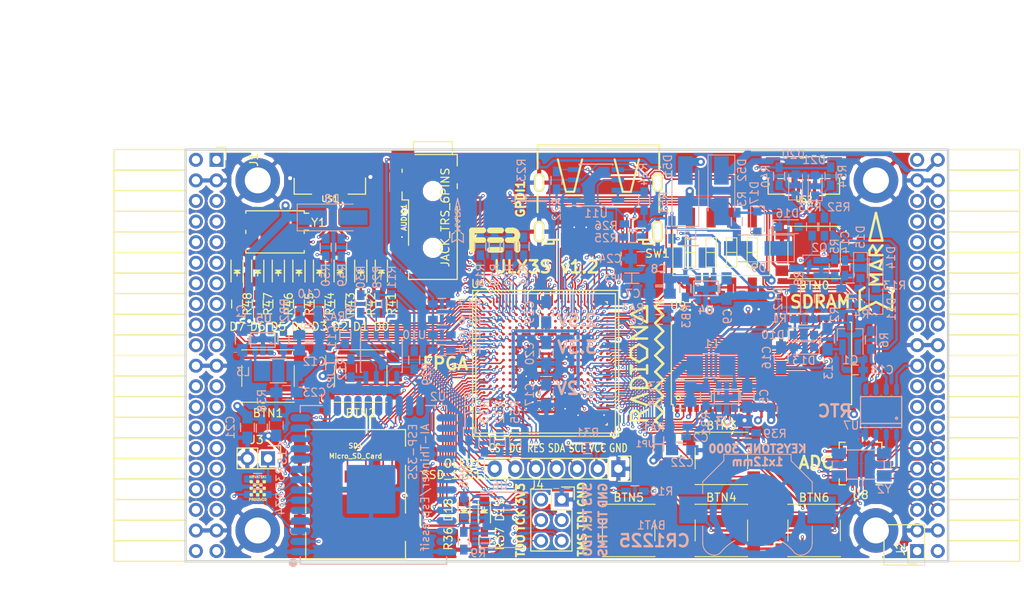
<source format=kicad_pcb>
(kicad_pcb (version 4) (host pcbnew 4.0.7+dfsg1-1)

  (general
    (links 707)
    (no_connects 0)
    (area 93.949999 61.269999 188.230001 112.370001)
    (thickness 1.6)
    (drawings 28)
    (tracks 4181)
    (zones 0)
    (modules 160)
    (nets 241)
  )

  (page A4)
  (layers
    (0 F.Cu signal)
    (1 In1.Cu signal)
    (2 In2.Cu signal)
    (31 B.Cu signal)
    (32 B.Adhes user)
    (33 F.Adhes user)
    (34 B.Paste user)
    (35 F.Paste user)
    (36 B.SilkS user)
    (37 F.SilkS user)
    (38 B.Mask user)
    (39 F.Mask user)
    (40 Dwgs.User user)
    (41 Cmts.User user)
    (42 Eco1.User user)
    (43 Eco2.User user)
    (44 Edge.Cuts user)
    (45 Margin user)
    (46 B.CrtYd user)
    (47 F.CrtYd user)
    (48 B.Fab user)
    (49 F.Fab user)
  )

  (setup
    (last_trace_width 0.3)
    (trace_clearance 0.127)
    (zone_clearance 0.254)
    (zone_45_only no)
    (trace_min 0.127)
    (segment_width 0.2)
    (edge_width 0.2)
    (via_size 0.4)
    (via_drill 0.2)
    (via_min_size 0.4)
    (via_min_drill 0.2)
    (uvia_size 0.3)
    (uvia_drill 0.1)
    (uvias_allowed no)
    (uvia_min_size 0.2)
    (uvia_min_drill 0.1)
    (pcb_text_width 0.3)
    (pcb_text_size 1.5 1.5)
    (mod_edge_width 0.15)
    (mod_text_size 1 1)
    (mod_text_width 0.15)
    (pad_size 0.5 0.5)
    (pad_drill 0)
    (pad_to_mask_clearance 0.05)
    (aux_axis_origin 82.67 62.69)
    (grid_origin 86.48 79.2)
    (visible_elements 7FFFFFFF)
    (pcbplotparams
      (layerselection 0x310f0_80000007)
      (usegerberextensions true)
      (excludeedgelayer true)
      (linewidth 0.100000)
      (plotframeref false)
      (viasonmask false)
      (mode 1)
      (useauxorigin false)
      (hpglpennumber 1)
      (hpglpenspeed 20)
      (hpglpendiameter 15)
      (hpglpenoverlay 2)
      (psnegative false)
      (psa4output false)
      (plotreference true)
      (plotvalue true)
      (plotinvisibletext false)
      (padsonsilk false)
      (subtractmaskfromsilk false)
      (outputformat 1)
      (mirror false)
      (drillshape 0)
      (scaleselection 1)
      (outputdirectory plot))
  )

  (net 0 "")
  (net 1 GND)
  (net 2 +5V)
  (net 3 /gpio/IN5V)
  (net 4 /gpio/OUT5V)
  (net 5 +3V3)
  (net 6 +1V2)
  (net 7 BTN_D)
  (net 8 BTN_F1)
  (net 9 BTN_F2)
  (net 10 BTN_L)
  (net 11 BTN_R)
  (net 12 BTN_U)
  (net 13 /power/FB1)
  (net 14 +2V5)
  (net 15 /power/PWREN)
  (net 16 /power/FB3)
  (net 17 /power/FB2)
  (net 18 "Net-(D9-Pad1)")
  (net 19 /power/VBAT)
  (net 20 JTAG_TDI)
  (net 21 JTAG_TCK)
  (net 22 JTAG_TMS)
  (net 23 JTAG_TDO)
  (net 24 /power/WAKEUPn)
  (net 25 /power/WKUP)
  (net 26 /power/SHUT)
  (net 27 /power/WAKE)
  (net 28 /power/HOLD)
  (net 29 /power/WKn)
  (net 30 /power/OSCI_32k)
  (net 31 /power/OSCO_32k)
  (net 32 "Net-(Q2-Pad3)")
  (net 33 SHUTDOWN)
  (net 34 /analog/AUDIO_L)
  (net 35 /analog/AUDIO_R)
  (net 36 GPDI_5V_SCL)
  (net 37 GPDI_5V_SDA)
  (net 38 GPDI_SDA)
  (net 39 GPDI_SCL)
  (net 40 /gpdi/VREF2)
  (net 41 SD_CMD)
  (net 42 SD_CLK)
  (net 43 SD_D0)
  (net 44 SD_D1)
  (net 45 USB5V)
  (net 46 GPDI_CEC)
  (net 47 nRESET)
  (net 48 FTDI_nDTR)
  (net 49 SDRAM_CKE)
  (net 50 SDRAM_A7)
  (net 51 SDRAM_D15)
  (net 52 SDRAM_BA1)
  (net 53 SDRAM_D7)
  (net 54 SDRAM_A6)
  (net 55 SDRAM_CLK)
  (net 56 SDRAM_D13)
  (net 57 SDRAM_BA0)
  (net 58 SDRAM_D6)
  (net 59 SDRAM_A5)
  (net 60 SDRAM_D14)
  (net 61 SDRAM_A11)
  (net 62 SDRAM_D12)
  (net 63 SDRAM_D5)
  (net 64 SDRAM_A4)
  (net 65 SDRAM_A10)
  (net 66 SDRAM_D11)
  (net 67 SDRAM_A3)
  (net 68 SDRAM_D4)
  (net 69 SDRAM_D10)
  (net 70 SDRAM_D9)
  (net 71 SDRAM_A9)
  (net 72 SDRAM_D3)
  (net 73 SDRAM_D8)
  (net 74 SDRAM_A8)
  (net 75 SDRAM_A2)
  (net 76 SDRAM_A1)
  (net 77 SDRAM_A0)
  (net 78 SDRAM_D2)
  (net 79 SDRAM_D1)
  (net 80 SDRAM_D0)
  (net 81 SDRAM_DQM0)
  (net 82 SDRAM_nCS)
  (net 83 SDRAM_nRAS)
  (net 84 SDRAM_DQM1)
  (net 85 SDRAM_nCAS)
  (net 86 SDRAM_nWE)
  (net 87 /flash/FLASH_nWP)
  (net 88 /flash/FLASH_nHOLD)
  (net 89 /flash/FLASH_MOSI)
  (net 90 /flash/FLASH_MISO)
  (net 91 /flash/FLASH_SCK)
  (net 92 /flash/FLASH_nCS)
  (net 93 /flash/FPGA_PROGRAMN)
  (net 94 /flash/FPGA_DONE)
  (net 95 /flash/FPGA_INITN)
  (net 96 OLED_RES)
  (net 97 OLED_DC)
  (net 98 OLED_CS)
  (net 99 WIFI_EN)
  (net 100 FTDI_nRTS)
  (net 101 FTDI_TXD)
  (net 102 FTDI_RXD)
  (net 103 WIFI_RXD)
  (net 104 WIFI_GPIO0)
  (net 105 WIFI_TXD)
  (net 106 GPDI_ETH-)
  (net 107 GPDI_ETH+)
  (net 108 GPDI_D2+)
  (net 109 GPDI_D2-)
  (net 110 GPDI_D1+)
  (net 111 GPDI_D1-)
  (net 112 GPDI_D0+)
  (net 113 GPDI_D0-)
  (net 114 GPDI_CLK+)
  (net 115 GPDI_CLK-)
  (net 116 USB_FTDI_D+)
  (net 117 USB_FTDI_D-)
  (net 118 J1_17-)
  (net 119 J1_17+)
  (net 120 J1_23-)
  (net 121 J1_23+)
  (net 122 J1_25-)
  (net 123 J1_25+)
  (net 124 J1_27-)
  (net 125 J1_27+)
  (net 126 J1_29-)
  (net 127 J1_29+)
  (net 128 J1_31-)
  (net 129 J1_31+)
  (net 130 J1_33-)
  (net 131 J1_33+)
  (net 132 J1_35-)
  (net 133 J1_35+)
  (net 134 J2_5-)
  (net 135 J2_5+)
  (net 136 J2_7-)
  (net 137 J2_7+)
  (net 138 J2_9-)
  (net 139 J2_9+)
  (net 140 J2_13-)
  (net 141 J2_13+)
  (net 142 J2_17-)
  (net 143 J2_17+)
  (net 144 J2_11-)
  (net 145 J2_11+)
  (net 146 J2_23-)
  (net 147 J2_23+)
  (net 148 J1_5-)
  (net 149 J1_5+)
  (net 150 J1_7-)
  (net 151 J1_7+)
  (net 152 J1_9-)
  (net 153 J1_9+)
  (net 154 J1_11-)
  (net 155 J1_11+)
  (net 156 J1_13-)
  (net 157 J1_13+)
  (net 158 J1_15-)
  (net 159 J1_15+)
  (net 160 J2_15-)
  (net 161 J2_15+)
  (net 162 J2_25-)
  (net 163 J2_25+)
  (net 164 J2_27-)
  (net 165 J2_27+)
  (net 166 J2_29-)
  (net 167 J2_29+)
  (net 168 J2_31-)
  (net 169 J2_31+)
  (net 170 J2_33-)
  (net 171 J2_33+)
  (net 172 J2_35-)
  (net 173 J2_35+)
  (net 174 SD_D3)
  (net 175 AUDIO_L3)
  (net 176 AUDIO_L2)
  (net 177 AUDIO_L1)
  (net 178 AUDIO_L0)
  (net 179 AUDIO_R3)
  (net 180 AUDIO_R2)
  (net 181 AUDIO_R1)
  (net 182 AUDIO_R0)
  (net 183 OLED_CLK)
  (net 184 OLED_MOSI)
  (net 185 LED0)
  (net 186 LED1)
  (net 187 LED2)
  (net 188 LED3)
  (net 189 LED4)
  (net 190 LED5)
  (net 191 LED6)
  (net 192 LED7)
  (net 193 BTN_PWRn)
  (net 194 "Net-(J3-Pad1)")
  (net 195 FTDI_nTXLED)
  (net 196 FTDI_nSLEEP)
  (net 197 /blinkey/LED_PWREN)
  (net 198 /blinkey/LED_TXLED)
  (net 199 FT3V3)
  (net 200 /sdcard/SD3V3)
  (net 201 SD_D2)
  (net 202 CLK_25MHz)
  (net 203 /blinkey/BTNPUL)
  (net 204 /blinkey/BTNPUR)
  (net 205 USB_FPGA_D+)
  (net 206 /power/FTDI_nSUSPEND)
  (net 207 /blinkey/ALED0)
  (net 208 /blinkey/ALED1)
  (net 209 /blinkey/ALED2)
  (net 210 /blinkey/ALED3)
  (net 211 /blinkey/ALED4)
  (net 212 /blinkey/ALED5)
  (net 213 /blinkey/ALED6)
  (net 214 /blinkey/ALED7)
  (net 215 /usb/FTD-)
  (net 216 /usb/FTD+)
  (net 217 ADC_MISO)
  (net 218 ADC_MOSI)
  (net 219 ADC_CSn)
  (net 220 ADC_SCLK)
  (net 221 "Net-(R51-Pad2)")
  (net 222 SW3)
  (net 223 SW2)
  (net 224 SW1)
  (net 225 SW0)
  (net 226 USB_FPGA_D-)
  (net 227 /usb/FPD+)
  (net 228 /usb/FPD-)
  (net 229 WIFI_GPIO16)
  (net 230 WIFI_GPIO15)
  (net 231 /usb/ANT_433MHz)
  (net 232 /power/PWRBTn)
  (net 233 PROG_DONE)
  (net 234 /power/P1V2)
  (net 235 /power/P3V3)
  (net 236 /power/P2V5)
  (net 237 /power/L1)
  (net 238 /power/L3)
  (net 239 /power/L2)
  (net 240 FTDI_TXDEN)

  (net_class Default "This is the default net class."
    (clearance 0.127)
    (trace_width 0.3)
    (via_dia 0.4)
    (via_drill 0.2)
    (uvia_dia 0.3)
    (uvia_drill 0.1)
    (add_net +1V2)
    (add_net +2V5)
    (add_net +3V3)
    (add_net +5V)
    (add_net /analog/AUDIO_L)
    (add_net /analog/AUDIO_R)
    (add_net /blinkey/ALED0)
    (add_net /blinkey/ALED1)
    (add_net /blinkey/ALED2)
    (add_net /blinkey/ALED3)
    (add_net /blinkey/ALED4)
    (add_net /blinkey/ALED5)
    (add_net /blinkey/ALED6)
    (add_net /blinkey/ALED7)
    (add_net /blinkey/BTNPUL)
    (add_net /blinkey/BTNPUR)
    (add_net /blinkey/LED_PWREN)
    (add_net /blinkey/LED_TXLED)
    (add_net /gpdi/VREF2)
    (add_net /gpio/IN5V)
    (add_net /gpio/OUT5V)
    (add_net /power/FB1)
    (add_net /power/FB2)
    (add_net /power/FB3)
    (add_net /power/FTDI_nSUSPEND)
    (add_net /power/HOLD)
    (add_net /power/L1)
    (add_net /power/L2)
    (add_net /power/L3)
    (add_net /power/OSCI_32k)
    (add_net /power/OSCO_32k)
    (add_net /power/P1V2)
    (add_net /power/P2V5)
    (add_net /power/P3V3)
    (add_net /power/PWRBTn)
    (add_net /power/PWREN)
    (add_net /power/SHUT)
    (add_net /power/VBAT)
    (add_net /power/WAKE)
    (add_net /power/WAKEUPn)
    (add_net /power/WKUP)
    (add_net /power/WKn)
    (add_net /sdcard/SD3V3)
    (add_net /usb/ANT_433MHz)
    (add_net /usb/FPD+)
    (add_net /usb/FPD-)
    (add_net /usb/FTD+)
    (add_net /usb/FTD-)
    (add_net FT3V3)
    (add_net GND)
    (add_net "Net-(D9-Pad1)")
    (add_net "Net-(J3-Pad1)")
    (add_net "Net-(Q2-Pad3)")
    (add_net "Net-(R51-Pad2)")
    (add_net USB5V)
  )

  (net_class BGA ""
    (clearance 0.127)
    (trace_width 0.19)
    (via_dia 0.4)
    (via_drill 0.2)
    (uvia_dia 0.3)
    (uvia_drill 0.1)
    (add_net /flash/FLASH_MISO)
    (add_net /flash/FLASH_MOSI)
    (add_net /flash/FLASH_SCK)
    (add_net /flash/FLASH_nCS)
    (add_net /flash/FLASH_nHOLD)
    (add_net /flash/FLASH_nWP)
    (add_net /flash/FPGA_DONE)
    (add_net /flash/FPGA_INITN)
    (add_net /flash/FPGA_PROGRAMN)
    (add_net ADC_CSn)
    (add_net ADC_MISO)
    (add_net ADC_MOSI)
    (add_net ADC_SCLK)
    (add_net AUDIO_L0)
    (add_net AUDIO_L1)
    (add_net AUDIO_L2)
    (add_net AUDIO_L3)
    (add_net AUDIO_R0)
    (add_net AUDIO_R1)
    (add_net AUDIO_R2)
    (add_net AUDIO_R3)
    (add_net BTN_D)
    (add_net BTN_F1)
    (add_net BTN_F2)
    (add_net BTN_L)
    (add_net BTN_PWRn)
    (add_net BTN_R)
    (add_net BTN_U)
    (add_net CLK_25MHz)
    (add_net FTDI_RXD)
    (add_net FTDI_TXD)
    (add_net FTDI_TXDEN)
    (add_net FTDI_nDTR)
    (add_net FTDI_nRTS)
    (add_net FTDI_nSLEEP)
    (add_net FTDI_nTXLED)
    (add_net GPDI_5V_SCL)
    (add_net GPDI_5V_SDA)
    (add_net GPDI_CEC)
    (add_net GPDI_CLK+)
    (add_net GPDI_CLK-)
    (add_net GPDI_D0+)
    (add_net GPDI_D0-)
    (add_net GPDI_D1+)
    (add_net GPDI_D1-)
    (add_net GPDI_D2+)
    (add_net GPDI_D2-)
    (add_net GPDI_ETH+)
    (add_net GPDI_ETH-)
    (add_net GPDI_SCL)
    (add_net GPDI_SDA)
    (add_net J1_11+)
    (add_net J1_11-)
    (add_net J1_13+)
    (add_net J1_13-)
    (add_net J1_15+)
    (add_net J1_15-)
    (add_net J1_17+)
    (add_net J1_17-)
    (add_net J1_23+)
    (add_net J1_23-)
    (add_net J1_25+)
    (add_net J1_25-)
    (add_net J1_27+)
    (add_net J1_27-)
    (add_net J1_29+)
    (add_net J1_29-)
    (add_net J1_31+)
    (add_net J1_31-)
    (add_net J1_33+)
    (add_net J1_33-)
    (add_net J1_35+)
    (add_net J1_35-)
    (add_net J1_5+)
    (add_net J1_5-)
    (add_net J1_7+)
    (add_net J1_7-)
    (add_net J1_9+)
    (add_net J1_9-)
    (add_net J2_11+)
    (add_net J2_11-)
    (add_net J2_13+)
    (add_net J2_13-)
    (add_net J2_15+)
    (add_net J2_15-)
    (add_net J2_17+)
    (add_net J2_17-)
    (add_net J2_23+)
    (add_net J2_23-)
    (add_net J2_25+)
    (add_net J2_25-)
    (add_net J2_27+)
    (add_net J2_27-)
    (add_net J2_29+)
    (add_net J2_29-)
    (add_net J2_31+)
    (add_net J2_31-)
    (add_net J2_33+)
    (add_net J2_33-)
    (add_net J2_35+)
    (add_net J2_35-)
    (add_net J2_5+)
    (add_net J2_5-)
    (add_net J2_7+)
    (add_net J2_7-)
    (add_net J2_9+)
    (add_net J2_9-)
    (add_net JTAG_TCK)
    (add_net JTAG_TDI)
    (add_net JTAG_TDO)
    (add_net JTAG_TMS)
    (add_net LED0)
    (add_net LED1)
    (add_net LED2)
    (add_net LED3)
    (add_net LED4)
    (add_net LED5)
    (add_net LED6)
    (add_net LED7)
    (add_net OLED_CLK)
    (add_net OLED_CS)
    (add_net OLED_DC)
    (add_net OLED_MOSI)
    (add_net OLED_RES)
    (add_net PROG_DONE)
    (add_net SDRAM_A0)
    (add_net SDRAM_A1)
    (add_net SDRAM_A10)
    (add_net SDRAM_A11)
    (add_net SDRAM_A2)
    (add_net SDRAM_A3)
    (add_net SDRAM_A4)
    (add_net SDRAM_A5)
    (add_net SDRAM_A6)
    (add_net SDRAM_A7)
    (add_net SDRAM_A8)
    (add_net SDRAM_A9)
    (add_net SDRAM_BA0)
    (add_net SDRAM_BA1)
    (add_net SDRAM_CKE)
    (add_net SDRAM_CLK)
    (add_net SDRAM_D0)
    (add_net SDRAM_D1)
    (add_net SDRAM_D10)
    (add_net SDRAM_D11)
    (add_net SDRAM_D12)
    (add_net SDRAM_D13)
    (add_net SDRAM_D14)
    (add_net SDRAM_D15)
    (add_net SDRAM_D2)
    (add_net SDRAM_D3)
    (add_net SDRAM_D4)
    (add_net SDRAM_D5)
    (add_net SDRAM_D6)
    (add_net SDRAM_D7)
    (add_net SDRAM_D8)
    (add_net SDRAM_D9)
    (add_net SDRAM_DQM0)
    (add_net SDRAM_DQM1)
    (add_net SDRAM_nCAS)
    (add_net SDRAM_nCS)
    (add_net SDRAM_nRAS)
    (add_net SDRAM_nWE)
    (add_net SD_CLK)
    (add_net SD_CMD)
    (add_net SD_D0)
    (add_net SD_D1)
    (add_net SD_D2)
    (add_net SD_D3)
    (add_net SHUTDOWN)
    (add_net SW0)
    (add_net SW1)
    (add_net SW2)
    (add_net SW3)
    (add_net USB_FPGA_D+)
    (add_net USB_FPGA_D-)
    (add_net USB_FTDI_D+)
    (add_net USB_FTDI_D-)
    (add_net WIFI_EN)
    (add_net WIFI_GPIO0)
    (add_net WIFI_GPIO15)
    (add_net WIFI_GPIO16)
    (add_net WIFI_RXD)
    (add_net WIFI_TXD)
    (add_net nRESET)
  )

  (net_class Minimal ""
    (clearance 0.127)
    (trace_width 0.127)
    (via_dia 0.4)
    (via_drill 0.2)
    (uvia_dia 0.3)
    (uvia_drill 0.1)
  )

  (module jumper:SOLDER-JUMPER_1-WAY (layer B.Cu) (tedit 59DFC21C) (tstamp 59DFBD53)
    (at 152.393 97.742 270)
    (path /58D51CAD/59DFB08A)
    (fp_text reference JP1 (at 0 1.778 360) (layer B.SilkS)
      (effects (font (size 0.762 0.762) (thickness 0.1524)) (justify mirror))
    )
    (fp_text value 1.2 (at 0 -1.524 270) (layer B.SilkS) hide
      (effects (font (size 0.762 0.762) (thickness 0.1524)) (justify mirror))
    )
    (fp_line (start 0 0.635) (end 0 -0.635) (layer B.SilkS) (width 0.15))
    (fp_line (start -0.889 -0.635) (end 0.889 -0.635) (layer B.SilkS) (width 0.15))
    (fp_line (start -0.889 0.635) (end 0.889 0.635) (layer B.SilkS) (width 0.15))
    (pad 1 smd rect (at -0.6 0 270) (size 1 1) (layers B.Cu B.Paste B.Mask)
      (net 234 /power/P1V2))
    (pad 2 smd rect (at 0.6 0 270) (size 1 1) (layers B.Cu B.Paste B.Mask)
      (net 6 +1V2))
  )

  (module ESP32-footprints-Lib:ESP-32S (layer B.Cu) (tedit 59DF4284) (tstamp 58E56AFE)
    (at 117.313 101.513)
    (path /58D6D447/58E5662B)
    (fp_text reference U2 (at 7.902 -9.613 180) (layer B.SilkS)
      (effects (font (size 1 1) (thickness 0.15)) (justify mirror))
    )
    (fp_text value ESP-32S (at 0.155 9.691) (layer B.Fab)
      (effects (font (size 1 1) (thickness 0.15)) (justify mirror))
    )
    (fp_line (start -9.0805 11.049) (end -9.0805 10.16) (layer B.SilkS) (width 0.15))
    (fp_line (start 8.9535 11.049) (end -9.0805 11.049) (layer B.SilkS) (width 0.15))
    (fp_line (start 8.9535 10.16) (end 8.9535 11.049) (layer B.SilkS) (width 0.15))
    (fp_line (start 8.9535 -8.509) (end 8.9535 -7.62) (layer B.SilkS) (width 0.15))
    (fp_line (start 6.35 -8.509) (end 8.9535 -8.509) (layer B.SilkS) (width 0.15))
    (fp_line (start -9.0805 -8.509) (end -6.35 -8.509) (layer B.SilkS) (width 0.15))
    (fp_line (start -9.0805 -7.62) (end -9.0805 -8.509) (layer B.SilkS) (width 0.15))
    (fp_text user AI-Thinker/Espressif (at 6.3 1.6 270) (layer B.SilkS)
      (effects (font (size 1 1) (thickness 0.15)) (justify mirror))
    )
    (fp_circle (center -9.958566 10.871338) (end -10.085566 11.125338) (layer B.SilkS) (width 0.5))
    (fp_text user ESP-32S (at 4.8 -2.8 270) (layer B.SilkS)
      (effects (font (size 1 1) (thickness 0.15)) (justify mirror))
    )
    (fp_line (start 8.947434 11.017338) (end -9.052566 11.017338) (layer B.Fab) (width 0.15))
    (fp_line (start -9.052566 17.017338) (end -9.052566 -8.482662) (layer B.Fab) (width 0.15))
    (fp_line (start 8.947434 17.017338) (end 8.947434 -8.482662) (layer B.Fab) (width 0.15))
    (fp_line (start 8.947434 -8.482662) (end -9.052566 -8.482662) (layer B.Fab) (width 0.15))
    (fp_line (start 8.947434 17.017338) (end -9.052566 17.017338) (layer B.Fab) (width 0.15))
    (pad 38 smd oval (at 8.947434 9.517338 180) (size 2.5 0.9) (layers B.Cu B.Paste B.Mask)
      (net 1 GND))
    (pad 37 smd oval (at 8.947434 8.247338 180) (size 2.5 0.9) (layers B.Cu B.Paste B.Mask))
    (pad 36 smd oval (at 8.947434 6.977338 180) (size 2.5 0.9) (layers B.Cu B.Paste B.Mask)
      (net 233 PROG_DONE))
    (pad 35 smd oval (at 8.947434 5.707338 180) (size 2.5 0.9) (layers B.Cu B.Paste B.Mask)
      (net 105 WIFI_TXD))
    (pad 34 smd oval (at 8.947434 4.437338 180) (size 2.5 0.9) (layers B.Cu B.Paste B.Mask)
      (net 103 WIFI_RXD))
    (pad 33 smd oval (at 8.947434 3.167338 180) (size 2.5 0.9) (layers B.Cu B.Paste B.Mask)
      (net 22 JTAG_TMS))
    (pad 32 smd oval (at 8.947434 1.897338 180) (size 2.5 0.9) (layers B.Cu B.Paste B.Mask))
    (pad 31 smd oval (at 8.947434 0.627338 180) (size 2.5 0.9) (layers B.Cu B.Paste B.Mask)
      (net 20 JTAG_TDI))
    (pad 30 smd oval (at 8.947434 -0.642662 180) (size 2.5 0.9) (layers B.Cu B.Paste B.Mask)
      (net 21 JTAG_TCK))
    (pad 29 smd oval (at 8.947434 -1.912662 180) (size 2.5 0.9) (layers B.Cu B.Paste B.Mask))
    (pad 28 smd oval (at 8.947434 -3.182662 180) (size 2.5 0.9) (layers B.Cu B.Paste B.Mask)
      (net 23 JTAG_TDO))
    (pad 27 smd oval (at 8.947434 -4.452662 180) (size 2.5 0.9) (layers B.Cu B.Paste B.Mask)
      (net 229 WIFI_GPIO16))
    (pad 26 smd oval (at 8.947434 -5.722662 180) (size 2.5 0.9) (layers B.Cu B.Paste B.Mask))
    (pad 25 smd oval (at 8.947434 -6.992662 180) (size 2.5 0.9) (layers B.Cu B.Paste B.Mask)
      (net 104 WIFI_GPIO0))
    (pad 24 smd oval (at 5.662434 -8.482662 180) (size 0.9 2.5) (layers B.Cu B.Paste B.Mask))
    (pad 23 smd oval (at 4.392434 -8.482662 180) (size 0.9 2.5) (layers B.Cu B.Paste B.Mask)
      (net 230 WIFI_GPIO15))
    (pad 22 smd oval (at 3.122434 -8.482662 180) (size 0.9 2.5) (layers B.Cu B.Paste B.Mask)
      (net 44 SD_D1))
    (pad 21 smd oval (at 1.852434 -8.482662 180) (size 0.9 2.5) (layers B.Cu B.Paste B.Mask)
      (net 43 SD_D0))
    (pad 20 smd oval (at 0.582434 -8.482662 180) (size 0.9 2.5) (layers B.Cu B.Paste B.Mask)
      (net 42 SD_CLK))
    (pad 19 smd oval (at -0.687566 -8.482662 180) (size 0.9 2.5) (layers B.Cu B.Paste B.Mask)
      (net 41 SD_CMD))
    (pad 18 smd oval (at -1.957566 -8.482662 180) (size 0.9 2.5) (layers B.Cu B.Paste B.Mask))
    (pad 17 smd oval (at -3.227566 -8.482662 180) (size 0.9 2.5) (layers B.Cu B.Paste B.Mask))
    (pad 16 smd oval (at -4.497566 -8.482662 180) (size 0.9 2.5) (layers B.Cu B.Paste B.Mask)
      (net 124 J1_27-))
    (pad 15 smd oval (at -5.767566 -8.482662 180) (size 0.9 2.5) (layers B.Cu B.Paste B.Mask)
      (net 1 GND))
    (pad 14 smd oval (at -9.052566 -6.992662 180) (size 2.5 0.9) (layers B.Cu B.Paste B.Mask)
      (net 125 J1_27+))
    (pad 13 smd oval (at -9.052566 -5.722662 180) (size 2.5 0.9) (layers B.Cu B.Paste B.Mask)
      (net 126 J1_29-))
    (pad 12 smd oval (at -9.052566 -4.452662 180) (size 2.5 0.9) (layers B.Cu B.Paste B.Mask)
      (net 127 J1_29+))
    (pad 11 smd oval (at -9.052566 -3.182662 180) (size 2.5 0.9) (layers B.Cu B.Paste B.Mask)
      (net 128 J1_31-))
    (pad 10 smd oval (at -9.052566 -1.912662 180) (size 2.5 0.9) (layers B.Cu B.Paste B.Mask)
      (net 129 J1_31+))
    (pad 9 smd oval (at -9.052566 -0.642662 180) (size 2.5 0.9) (layers B.Cu B.Paste B.Mask)
      (net 130 J1_33-))
    (pad 8 smd oval (at -9.052566 0.627338 180) (size 2.5 0.9) (layers B.Cu B.Paste B.Mask)
      (net 131 J1_33+))
    (pad 7 smd oval (at -9.052566 1.897338 180) (size 2.5 0.9) (layers B.Cu B.Paste B.Mask)
      (net 132 J1_35-))
    (pad 6 smd oval (at -9.052566 3.167338 180) (size 2.5 0.9) (layers B.Cu B.Paste B.Mask)
      (net 133 J1_35+))
    (pad 5 smd oval (at -9.052566 4.437338 180) (size 2.5 0.9) (layers B.Cu B.Paste B.Mask))
    (pad 4 smd oval (at -9.052566 5.707338 180) (size 2.5 0.9) (layers B.Cu B.Paste B.Mask))
    (pad 3 smd oval (at -9.052566 6.977338 180) (size 2.5 0.9) (layers B.Cu B.Paste B.Mask)
      (net 99 WIFI_EN))
    (pad 2 smd oval (at -9.052566 8.247338 180) (size 2.5 0.9) (layers B.Cu B.Paste B.Mask)
      (net 5 +3V3))
    (pad 1 smd oval (at -9.052566 9.517338 180) (size 2.5 0.9) (layers B.Cu B.Paste B.Mask)
      (net 1 GND))
    (pad 39 smd rect (at -0.352566 1.817338 180) (size 6 6) (layers B.Cu B.Paste B.Mask)
      (net 1 GND))
  )

  (module Diodes_SMD:D_SMA_Handsoldering (layer B.Cu) (tedit 59D564F6) (tstamp 59D3C50D)
    (at 155.695 66.5 90)
    (descr "Diode SMA (DO-214AC) Handsoldering")
    (tags "Diode SMA (DO-214AC) Handsoldering")
    (path /56AC389C/56AC483B)
    (attr smd)
    (fp_text reference D51 (at 3.048 -2.159 90) (layer B.SilkS)
      (effects (font (size 1 1) (thickness 0.15)) (justify mirror))
    )
    (fp_text value STPS2L30AF (at 0 -2.6 90) (layer B.Fab) hide
      (effects (font (size 1 1) (thickness 0.15)) (justify mirror))
    )
    (fp_text user %R (at 3.048 -2.159 90) (layer B.Fab) hide
      (effects (font (size 1 1) (thickness 0.15)) (justify mirror))
    )
    (fp_line (start -4.4 1.65) (end -4.4 -1.65) (layer B.SilkS) (width 0.12))
    (fp_line (start 2.3 -1.5) (end -2.3 -1.5) (layer B.Fab) (width 0.1))
    (fp_line (start -2.3 -1.5) (end -2.3 1.5) (layer B.Fab) (width 0.1))
    (fp_line (start 2.3 1.5) (end 2.3 -1.5) (layer B.Fab) (width 0.1))
    (fp_line (start 2.3 1.5) (end -2.3 1.5) (layer B.Fab) (width 0.1))
    (fp_line (start -4.5 1.75) (end 4.5 1.75) (layer B.CrtYd) (width 0.05))
    (fp_line (start 4.5 1.75) (end 4.5 -1.75) (layer B.CrtYd) (width 0.05))
    (fp_line (start 4.5 -1.75) (end -4.5 -1.75) (layer B.CrtYd) (width 0.05))
    (fp_line (start -4.5 -1.75) (end -4.5 1.75) (layer B.CrtYd) (width 0.05))
    (fp_line (start -0.64944 -0.00102) (end -1.55114 -0.00102) (layer B.Fab) (width 0.1))
    (fp_line (start 0.50118 -0.00102) (end 1.4994 -0.00102) (layer B.Fab) (width 0.1))
    (fp_line (start -0.64944 0.79908) (end -0.64944 -0.80112) (layer B.Fab) (width 0.1))
    (fp_line (start 0.50118 -0.75032) (end 0.50118 0.79908) (layer B.Fab) (width 0.1))
    (fp_line (start -0.64944 -0.00102) (end 0.50118 -0.75032) (layer B.Fab) (width 0.1))
    (fp_line (start -0.64944 -0.00102) (end 0.50118 0.79908) (layer B.Fab) (width 0.1))
    (fp_line (start -4.4 -1.65) (end 2.5 -1.65) (layer B.SilkS) (width 0.12))
    (fp_line (start -4.4 1.65) (end 2.5 1.65) (layer B.SilkS) (width 0.12))
    (pad 1 smd rect (at -2.5 0 90) (size 3.5 1.8) (layers B.Cu B.Paste B.Mask)
      (net 2 +5V))
    (pad 2 smd rect (at 2.5 0 90) (size 3.5 1.8) (layers B.Cu B.Paste B.Mask)
      (net 3 /gpio/IN5V))
    (model ${KISYS3DMOD}/Diodes_SMD.3dshapes/D_SMA.wrl
      (at (xyz 0 0 0))
      (scale (xyz 1 1 1))
      (rotate (xyz 0 0 0))
    )
  )

  (module Resistors_SMD:R_0603_HandSoldering (layer B.Cu) (tedit 58307AEF) (tstamp 595B8F7A)
    (at 154.044 71.326 90)
    (descr "Resistor SMD 0603, hand soldering")
    (tags "resistor 0603")
    (path /58D6547C/595B9C2F)
    (attr smd)
    (fp_text reference R51 (at 3.302 -1.016 90) (layer B.SilkS)
      (effects (font (size 1 1) (thickness 0.15)) (justify mirror))
    )
    (fp_text value 220 (at 3.556 -0.508 90) (layer B.Fab)
      (effects (font (size 1 1) (thickness 0.15)) (justify mirror))
    )
    (fp_line (start -0.8 -0.4) (end -0.8 0.4) (layer B.Fab) (width 0.1))
    (fp_line (start 0.8 -0.4) (end -0.8 -0.4) (layer B.Fab) (width 0.1))
    (fp_line (start 0.8 0.4) (end 0.8 -0.4) (layer B.Fab) (width 0.1))
    (fp_line (start -0.8 0.4) (end 0.8 0.4) (layer B.Fab) (width 0.1))
    (fp_line (start -2 0.8) (end 2 0.8) (layer B.CrtYd) (width 0.05))
    (fp_line (start -2 -0.8) (end 2 -0.8) (layer B.CrtYd) (width 0.05))
    (fp_line (start -2 0.8) (end -2 -0.8) (layer B.CrtYd) (width 0.05))
    (fp_line (start 2 0.8) (end 2 -0.8) (layer B.CrtYd) (width 0.05))
    (fp_line (start 0.5 -0.675) (end -0.5 -0.675) (layer B.SilkS) (width 0.15))
    (fp_line (start -0.5 0.675) (end 0.5 0.675) (layer B.SilkS) (width 0.15))
    (pad 1 smd rect (at -1.1 0 90) (size 1.2 0.9) (layers B.Cu B.Paste B.Mask)
      (net 5 +3V3))
    (pad 2 smd rect (at 1.1 0 90) (size 1.2 0.9) (layers B.Cu B.Paste B.Mask)
      (net 221 "Net-(R51-Pad2)"))
    (model Resistors_SMD.3dshapes/R_0603.wrl
      (at (xyz 0 0 0))
      (scale (xyz 1 1 1))
      (rotate (xyz 0 0 0))
    )
  )

  (module Resistors_SMD:R_1210_HandSoldering (layer B.Cu) (tedit 58307C8D) (tstamp 58D58A37)
    (at 158.87 88.09 180)
    (descr "Resistor SMD 1210, hand soldering")
    (tags "resistor 1210")
    (path /58D51CAD/58D59D36)
    (attr smd)
    (fp_text reference L1 (at 0 2.7 180) (layer B.SilkS)
      (effects (font (size 1 1) (thickness 0.15)) (justify mirror))
    )
    (fp_text value 2.2uH (at 0 2.032 180) (layer B.Fab)
      (effects (font (size 1 1) (thickness 0.15)) (justify mirror))
    )
    (fp_line (start -1.6 -1.25) (end -1.6 1.25) (layer B.Fab) (width 0.1))
    (fp_line (start 1.6 -1.25) (end -1.6 -1.25) (layer B.Fab) (width 0.1))
    (fp_line (start 1.6 1.25) (end 1.6 -1.25) (layer B.Fab) (width 0.1))
    (fp_line (start -1.6 1.25) (end 1.6 1.25) (layer B.Fab) (width 0.1))
    (fp_line (start -3.3 1.6) (end 3.3 1.6) (layer B.CrtYd) (width 0.05))
    (fp_line (start -3.3 -1.6) (end 3.3 -1.6) (layer B.CrtYd) (width 0.05))
    (fp_line (start -3.3 1.6) (end -3.3 -1.6) (layer B.CrtYd) (width 0.05))
    (fp_line (start 3.3 1.6) (end 3.3 -1.6) (layer B.CrtYd) (width 0.05))
    (fp_line (start 1 -1.475) (end -1 -1.475) (layer B.SilkS) (width 0.15))
    (fp_line (start -1 1.475) (end 1 1.475) (layer B.SilkS) (width 0.15))
    (pad 1 smd rect (at -2 0 180) (size 2 2.5) (layers B.Cu B.Paste B.Mask)
      (net 237 /power/L1))
    (pad 2 smd rect (at 2 0 180) (size 2 2.5) (layers B.Cu B.Paste B.Mask)
      (net 234 /power/P1V2))
    (model Inductors_SMD.3dshapes/L_1210.wrl
      (at (xyz 0 0 0))
      (scale (xyz 1 1 1))
      (rotate (xyz 0 0 0))
    )
  )

  (module TSOT-25:TSOT-25 (layer B.Cu) (tedit 59CD7E8F) (tstamp 58D5976E)
    (at 160.775 91.9)
    (path /58D51CAD/58D58840)
    (fp_text reference U3 (at -0.381 3.048) (layer B.SilkS)
      (effects (font (size 1 1) (thickness 0.2)) (justify mirror))
    )
    (fp_text value AP3429A (at 0 2.286) (layer B.Fab)
      (effects (font (size 0.4 0.4) (thickness 0.1)) (justify mirror))
    )
    (fp_circle (center -1 -0.4) (end -0.95 -0.5) (layer B.SilkS) (width 0.15))
    (fp_line (start -1.5 0.9) (end 1.5 0.9) (layer B.SilkS) (width 0.15))
    (fp_line (start 1.5 0.9) (end 1.5 -0.9) (layer B.SilkS) (width 0.15))
    (fp_line (start 1.5 -0.9) (end -1.5 -0.9) (layer B.SilkS) (width 0.15))
    (fp_line (start -1.5 -0.9) (end -1.5 0.9) (layer B.SilkS) (width 0.15))
    (pad 1 smd rect (at -0.95 -1.3) (size 0.7 1.2) (layers B.Cu B.Paste B.Mask)
      (net 15 /power/PWREN))
    (pad 2 smd rect (at 0 -1.3) (size 0.7 1.2) (layers B.Cu B.Paste B.Mask)
      (net 1 GND))
    (pad 3 smd rect (at 0.95 -1.3) (size 0.7 1.2) (layers B.Cu B.Paste B.Mask)
      (net 237 /power/L1))
    (pad 4 smd rect (at 0.95 1.3) (size 0.7 1.2) (layers B.Cu B.Paste B.Mask)
      (net 2 +5V))
    (pad 5 smd rect (at -0.95 1.3) (size 0.7 1.2) (layers B.Cu B.Paste B.Mask)
      (net 13 /power/FB1))
    (model TO_SOT_Packages_SMD.3dshapes/SOT-23-5.wrl
      (at (xyz 0 0 0))
      (scale (xyz 1 1 1))
      (rotate (xyz 0 0 -90))
    )
  )

  (module Resistors_SMD:R_1210_HandSoldering (layer B.Cu) (tedit 58307C8D) (tstamp 58D599B2)
    (at 156.33 74.755 180)
    (descr "Resistor SMD 1210, hand soldering")
    (tags "resistor 1210")
    (path /58D51CAD/58D62964)
    (attr smd)
    (fp_text reference L2 (at 0 2.7 180) (layer B.SilkS)
      (effects (font (size 1 1) (thickness 0.15)) (justify mirror))
    )
    (fp_text value 2.2uH (at -1.016 2.159 180) (layer B.Fab)
      (effects (font (size 1 1) (thickness 0.15)) (justify mirror))
    )
    (fp_line (start -1.6 -1.25) (end -1.6 1.25) (layer B.Fab) (width 0.1))
    (fp_line (start 1.6 -1.25) (end -1.6 -1.25) (layer B.Fab) (width 0.1))
    (fp_line (start 1.6 1.25) (end 1.6 -1.25) (layer B.Fab) (width 0.1))
    (fp_line (start -1.6 1.25) (end 1.6 1.25) (layer B.Fab) (width 0.1))
    (fp_line (start -3.3 1.6) (end 3.3 1.6) (layer B.CrtYd) (width 0.05))
    (fp_line (start -3.3 -1.6) (end 3.3 -1.6) (layer B.CrtYd) (width 0.05))
    (fp_line (start -3.3 1.6) (end -3.3 -1.6) (layer B.CrtYd) (width 0.05))
    (fp_line (start 3.3 1.6) (end 3.3 -1.6) (layer B.CrtYd) (width 0.05))
    (fp_line (start 1 -1.475) (end -1 -1.475) (layer B.SilkS) (width 0.15))
    (fp_line (start -1 1.475) (end 1 1.475) (layer B.SilkS) (width 0.15))
    (pad 1 smd rect (at -2 0 180) (size 2 2.5) (layers B.Cu B.Paste B.Mask)
      (net 238 /power/L3))
    (pad 2 smd rect (at 2 0 180) (size 2 2.5) (layers B.Cu B.Paste B.Mask)
      (net 235 /power/P3V3))
    (model Inductors_SMD.3dshapes/L_1210.wrl
      (at (xyz 0 0 0))
      (scale (xyz 1 1 1))
      (rotate (xyz 0 0 0))
    )
  )

  (module TSOT-25:TSOT-25 (layer B.Cu) (tedit 59CD7E82) (tstamp 58D599CD)
    (at 158.235 78.535)
    (path /58D51CAD/58D62946)
    (fp_text reference U4 (at 0 2.697) (layer B.SilkS)
      (effects (font (size 1 1) (thickness 0.2)) (justify mirror))
    )
    (fp_text value AP3429A (at 0 2.443) (layer B.Fab)
      (effects (font (size 0.4 0.4) (thickness 0.1)) (justify mirror))
    )
    (fp_circle (center -1 -0.4) (end -0.95 -0.5) (layer B.SilkS) (width 0.15))
    (fp_line (start -1.5 0.9) (end 1.5 0.9) (layer B.SilkS) (width 0.15))
    (fp_line (start 1.5 0.9) (end 1.5 -0.9) (layer B.SilkS) (width 0.15))
    (fp_line (start 1.5 -0.9) (end -1.5 -0.9) (layer B.SilkS) (width 0.15))
    (fp_line (start -1.5 -0.9) (end -1.5 0.9) (layer B.SilkS) (width 0.15))
    (pad 1 smd rect (at -0.95 -1.3) (size 0.7 1.2) (layers B.Cu B.Paste B.Mask)
      (net 15 /power/PWREN))
    (pad 2 smd rect (at 0 -1.3) (size 0.7 1.2) (layers B.Cu B.Paste B.Mask)
      (net 1 GND))
    (pad 3 smd rect (at 0.95 -1.3) (size 0.7 1.2) (layers B.Cu B.Paste B.Mask)
      (net 238 /power/L3))
    (pad 4 smd rect (at 0.95 1.3) (size 0.7 1.2) (layers B.Cu B.Paste B.Mask)
      (net 2 +5V))
    (pad 5 smd rect (at -0.95 1.3) (size 0.7 1.2) (layers B.Cu B.Paste B.Mask)
      (net 16 /power/FB3))
    (model TO_SOT_Packages_SMD.3dshapes/SOT-23-5.wrl
      (at (xyz 0 0 0))
      (scale (xyz 1 1 1))
      (rotate (xyz 0 0 -90))
    )
  )

  (module LEDs:LED_0805 (layer F.Cu) (tedit 59CCC657) (tstamp 58D659BC)
    (at 118.23 76.66 270)
    (descr "LED 0805 smd package")
    (tags "LED 0805 SMD")
    (path /58D6547C/58D66570)
    (attr smd)
    (fp_text reference D0 (at 6.604 0 360) (layer F.SilkS)
      (effects (font (size 1 1) (thickness 0.15)))
    )
    (fp_text value LED (at -2.794 0 270) (layer F.Fab) hide
      (effects (font (size 1 1) (thickness 0.15)))
    )
    (fp_line (start -0.4 -0.3) (end -0.4 0.3) (layer F.Fab) (width 0.15))
    (fp_line (start -0.3 0) (end 0 -0.3) (layer F.Fab) (width 0.15))
    (fp_line (start 0 0.3) (end -0.3 0) (layer F.Fab) (width 0.15))
    (fp_line (start 0 -0.3) (end 0 0.3) (layer F.Fab) (width 0.15))
    (fp_line (start 1 -0.6) (end -1 -0.6) (layer F.Fab) (width 0.15))
    (fp_line (start 1 0.6) (end 1 -0.6) (layer F.Fab) (width 0.15))
    (fp_line (start -1 0.6) (end 1 0.6) (layer F.Fab) (width 0.15))
    (fp_line (start -1 -0.6) (end -1 0.6) (layer F.Fab) (width 0.15))
    (fp_line (start -1.6 0.75) (end 1.1 0.75) (layer F.SilkS) (width 0.15))
    (fp_line (start -1.6 -0.75) (end 1.1 -0.75) (layer F.SilkS) (width 0.15))
    (fp_line (start -0.1 0.15) (end -0.1 -0.1) (layer F.SilkS) (width 0.15))
    (fp_line (start -0.1 -0.1) (end -0.25 0.05) (layer F.SilkS) (width 0.15))
    (fp_line (start -0.35 -0.35) (end -0.35 0.35) (layer F.SilkS) (width 0.15))
    (fp_line (start 0 0) (end 0.35 0) (layer F.SilkS) (width 0.15))
    (fp_line (start -0.35 0) (end 0 -0.35) (layer F.SilkS) (width 0.15))
    (fp_line (start 0 -0.35) (end 0 0.35) (layer F.SilkS) (width 0.15))
    (fp_line (start 0 0.35) (end -0.35 0) (layer F.SilkS) (width 0.15))
    (fp_line (start 1.9 -0.95) (end 1.9 0.95) (layer F.CrtYd) (width 0.05))
    (fp_line (start 1.9 0.95) (end -1.9 0.95) (layer F.CrtYd) (width 0.05))
    (fp_line (start -1.9 0.95) (end -1.9 -0.95) (layer F.CrtYd) (width 0.05))
    (fp_line (start -1.9 -0.95) (end 1.9 -0.95) (layer F.CrtYd) (width 0.05))
    (pad 2 smd rect (at 1.04902 0 90) (size 1.19888 1.19888) (layers F.Cu F.Paste F.Mask)
      (net 207 /blinkey/ALED0))
    (pad 1 smd rect (at -1.04902 0 90) (size 1.19888 1.19888) (layers F.Cu F.Paste F.Mask)
      (net 1 GND))
    (model LEDs.3dshapes/LED_0805.wrl
      (at (xyz 0 0 0))
      (scale (xyz 1 1 1))
      (rotate (xyz 0 0 0))
    )
  )

  (module LEDs:LED_0805 (layer F.Cu) (tedit 59CCC647) (tstamp 58D659C2)
    (at 115.69 76.66 270)
    (descr "LED 0805 smd package")
    (tags "LED 0805 SMD")
    (path /58D6547C/58D66620)
    (attr smd)
    (fp_text reference D1 (at 6.604 0 360) (layer F.SilkS)
      (effects (font (size 1 1) (thickness 0.15)))
    )
    (fp_text value LED (at -2.794 0 270) (layer F.Fab) hide
      (effects (font (size 1 1) (thickness 0.15)))
    )
    (fp_line (start -0.4 -0.3) (end -0.4 0.3) (layer F.Fab) (width 0.15))
    (fp_line (start -0.3 0) (end 0 -0.3) (layer F.Fab) (width 0.15))
    (fp_line (start 0 0.3) (end -0.3 0) (layer F.Fab) (width 0.15))
    (fp_line (start 0 -0.3) (end 0 0.3) (layer F.Fab) (width 0.15))
    (fp_line (start 1 -0.6) (end -1 -0.6) (layer F.Fab) (width 0.15))
    (fp_line (start 1 0.6) (end 1 -0.6) (layer F.Fab) (width 0.15))
    (fp_line (start -1 0.6) (end 1 0.6) (layer F.Fab) (width 0.15))
    (fp_line (start -1 -0.6) (end -1 0.6) (layer F.Fab) (width 0.15))
    (fp_line (start -1.6 0.75) (end 1.1 0.75) (layer F.SilkS) (width 0.15))
    (fp_line (start -1.6 -0.75) (end 1.1 -0.75) (layer F.SilkS) (width 0.15))
    (fp_line (start -0.1 0.15) (end -0.1 -0.1) (layer F.SilkS) (width 0.15))
    (fp_line (start -0.1 -0.1) (end -0.25 0.05) (layer F.SilkS) (width 0.15))
    (fp_line (start -0.35 -0.35) (end -0.35 0.35) (layer F.SilkS) (width 0.15))
    (fp_line (start 0 0) (end 0.35 0) (layer F.SilkS) (width 0.15))
    (fp_line (start -0.35 0) (end 0 -0.35) (layer F.SilkS) (width 0.15))
    (fp_line (start 0 -0.35) (end 0 0.35) (layer F.SilkS) (width 0.15))
    (fp_line (start 0 0.35) (end -0.35 0) (layer F.SilkS) (width 0.15))
    (fp_line (start 1.9 -0.95) (end 1.9 0.95) (layer F.CrtYd) (width 0.05))
    (fp_line (start 1.9 0.95) (end -1.9 0.95) (layer F.CrtYd) (width 0.05))
    (fp_line (start -1.9 0.95) (end -1.9 -0.95) (layer F.CrtYd) (width 0.05))
    (fp_line (start -1.9 -0.95) (end 1.9 -0.95) (layer F.CrtYd) (width 0.05))
    (pad 2 smd rect (at 1.04902 0 90) (size 1.19888 1.19888) (layers F.Cu F.Paste F.Mask)
      (net 208 /blinkey/ALED1))
    (pad 1 smd rect (at -1.04902 0 90) (size 1.19888 1.19888) (layers F.Cu F.Paste F.Mask)
      (net 1 GND))
    (model LEDs.3dshapes/LED_0805.wrl
      (at (xyz 0 0 0))
      (scale (xyz 1 1 1))
      (rotate (xyz 0 0 0))
    )
  )

  (module LEDs:LED_0805 (layer F.Cu) (tedit 59CCC63D) (tstamp 58D659C8)
    (at 113.15 76.66 270)
    (descr "LED 0805 smd package")
    (tags "LED 0805 SMD")
    (path /58D6547C/58D666C3)
    (attr smd)
    (fp_text reference D2 (at 6.604 0 360) (layer F.SilkS)
      (effects (font (size 1 1) (thickness 0.15)))
    )
    (fp_text value LED (at -2.794 0 270) (layer F.Fab) hide
      (effects (font (size 1 1) (thickness 0.15)))
    )
    (fp_line (start -0.4 -0.3) (end -0.4 0.3) (layer F.Fab) (width 0.15))
    (fp_line (start -0.3 0) (end 0 -0.3) (layer F.Fab) (width 0.15))
    (fp_line (start 0 0.3) (end -0.3 0) (layer F.Fab) (width 0.15))
    (fp_line (start 0 -0.3) (end 0 0.3) (layer F.Fab) (width 0.15))
    (fp_line (start 1 -0.6) (end -1 -0.6) (layer F.Fab) (width 0.15))
    (fp_line (start 1 0.6) (end 1 -0.6) (layer F.Fab) (width 0.15))
    (fp_line (start -1 0.6) (end 1 0.6) (layer F.Fab) (width 0.15))
    (fp_line (start -1 -0.6) (end -1 0.6) (layer F.Fab) (width 0.15))
    (fp_line (start -1.6 0.75) (end 1.1 0.75) (layer F.SilkS) (width 0.15))
    (fp_line (start -1.6 -0.75) (end 1.1 -0.75) (layer F.SilkS) (width 0.15))
    (fp_line (start -0.1 0.15) (end -0.1 -0.1) (layer F.SilkS) (width 0.15))
    (fp_line (start -0.1 -0.1) (end -0.25 0.05) (layer F.SilkS) (width 0.15))
    (fp_line (start -0.35 -0.35) (end -0.35 0.35) (layer F.SilkS) (width 0.15))
    (fp_line (start 0 0) (end 0.35 0) (layer F.SilkS) (width 0.15))
    (fp_line (start -0.35 0) (end 0 -0.35) (layer F.SilkS) (width 0.15))
    (fp_line (start 0 -0.35) (end 0 0.35) (layer F.SilkS) (width 0.15))
    (fp_line (start 0 0.35) (end -0.35 0) (layer F.SilkS) (width 0.15))
    (fp_line (start 1.9 -0.95) (end 1.9 0.95) (layer F.CrtYd) (width 0.05))
    (fp_line (start 1.9 0.95) (end -1.9 0.95) (layer F.CrtYd) (width 0.05))
    (fp_line (start -1.9 0.95) (end -1.9 -0.95) (layer F.CrtYd) (width 0.05))
    (fp_line (start -1.9 -0.95) (end 1.9 -0.95) (layer F.CrtYd) (width 0.05))
    (pad 2 smd rect (at 1.04902 0 90) (size 1.19888 1.19888) (layers F.Cu F.Paste F.Mask)
      (net 209 /blinkey/ALED2))
    (pad 1 smd rect (at -1.04902 0 90) (size 1.19888 1.19888) (layers F.Cu F.Paste F.Mask)
      (net 1 GND))
    (model LEDs.3dshapes/LED_0805.wrl
      (at (xyz 0 0 0))
      (scale (xyz 1 1 1))
      (rotate (xyz 0 0 0))
    )
  )

  (module LEDs:LED_0805 (layer F.Cu) (tedit 59CCC636) (tstamp 58D659CE)
    (at 110.61 76.66 270)
    (descr "LED 0805 smd package")
    (tags "LED 0805 SMD")
    (path /58D6547C/58D66733)
    (attr smd)
    (fp_text reference D3 (at 6.604 0 360) (layer F.SilkS)
      (effects (font (size 1 1) (thickness 0.15)))
    )
    (fp_text value LED (at -2.794 0 270) (layer F.Fab) hide
      (effects (font (size 1 1) (thickness 0.15)))
    )
    (fp_line (start -0.4 -0.3) (end -0.4 0.3) (layer F.Fab) (width 0.15))
    (fp_line (start -0.3 0) (end 0 -0.3) (layer F.Fab) (width 0.15))
    (fp_line (start 0 0.3) (end -0.3 0) (layer F.Fab) (width 0.15))
    (fp_line (start 0 -0.3) (end 0 0.3) (layer F.Fab) (width 0.15))
    (fp_line (start 1 -0.6) (end -1 -0.6) (layer F.Fab) (width 0.15))
    (fp_line (start 1 0.6) (end 1 -0.6) (layer F.Fab) (width 0.15))
    (fp_line (start -1 0.6) (end 1 0.6) (layer F.Fab) (width 0.15))
    (fp_line (start -1 -0.6) (end -1 0.6) (layer F.Fab) (width 0.15))
    (fp_line (start -1.6 0.75) (end 1.1 0.75) (layer F.SilkS) (width 0.15))
    (fp_line (start -1.6 -0.75) (end 1.1 -0.75) (layer F.SilkS) (width 0.15))
    (fp_line (start -0.1 0.15) (end -0.1 -0.1) (layer F.SilkS) (width 0.15))
    (fp_line (start -0.1 -0.1) (end -0.25 0.05) (layer F.SilkS) (width 0.15))
    (fp_line (start -0.35 -0.35) (end -0.35 0.35) (layer F.SilkS) (width 0.15))
    (fp_line (start 0 0) (end 0.35 0) (layer F.SilkS) (width 0.15))
    (fp_line (start -0.35 0) (end 0 -0.35) (layer F.SilkS) (width 0.15))
    (fp_line (start 0 -0.35) (end 0 0.35) (layer F.SilkS) (width 0.15))
    (fp_line (start 0 0.35) (end -0.35 0) (layer F.SilkS) (width 0.15))
    (fp_line (start 1.9 -0.95) (end 1.9 0.95) (layer F.CrtYd) (width 0.05))
    (fp_line (start 1.9 0.95) (end -1.9 0.95) (layer F.CrtYd) (width 0.05))
    (fp_line (start -1.9 0.95) (end -1.9 -0.95) (layer F.CrtYd) (width 0.05))
    (fp_line (start -1.9 -0.95) (end 1.9 -0.95) (layer F.CrtYd) (width 0.05))
    (pad 2 smd rect (at 1.04902 0 90) (size 1.19888 1.19888) (layers F.Cu F.Paste F.Mask)
      (net 210 /blinkey/ALED3))
    (pad 1 smd rect (at -1.04902 0 90) (size 1.19888 1.19888) (layers F.Cu F.Paste F.Mask)
      (net 1 GND))
    (model LEDs.3dshapes/LED_0805.wrl
      (at (xyz 0 0 0))
      (scale (xyz 1 1 1))
      (rotate (xyz 0 0 0))
    )
    (model Resistors_SMD.3dshapes/R_0603.wrl
      (at (xyz 0 0 0))
      (scale (xyz 1 1 1))
      (rotate (xyz 0 0 0))
    )
  )

  (module LEDs:LED_0805 (layer F.Cu) (tedit 59CCC62D) (tstamp 58D659D4)
    (at 108.07 76.66 270)
    (descr "LED 0805 smd package")
    (tags "LED 0805 SMD")
    (path /58D6547C/58D6688F)
    (attr smd)
    (fp_text reference D4 (at 6.604 0 360) (layer F.SilkS)
      (effects (font (size 1 1) (thickness 0.15)))
    )
    (fp_text value LED (at -2.794 0 270) (layer F.Fab) hide
      (effects (font (size 1 1) (thickness 0.15)))
    )
    (fp_line (start -0.4 -0.3) (end -0.4 0.3) (layer F.Fab) (width 0.15))
    (fp_line (start -0.3 0) (end 0 -0.3) (layer F.Fab) (width 0.15))
    (fp_line (start 0 0.3) (end -0.3 0) (layer F.Fab) (width 0.15))
    (fp_line (start 0 -0.3) (end 0 0.3) (layer F.Fab) (width 0.15))
    (fp_line (start 1 -0.6) (end -1 -0.6) (layer F.Fab) (width 0.15))
    (fp_line (start 1 0.6) (end 1 -0.6) (layer F.Fab) (width 0.15))
    (fp_line (start -1 0.6) (end 1 0.6) (layer F.Fab) (width 0.15))
    (fp_line (start -1 -0.6) (end -1 0.6) (layer F.Fab) (width 0.15))
    (fp_line (start -1.6 0.75) (end 1.1 0.75) (layer F.SilkS) (width 0.15))
    (fp_line (start -1.6 -0.75) (end 1.1 -0.75) (layer F.SilkS) (width 0.15))
    (fp_line (start -0.1 0.15) (end -0.1 -0.1) (layer F.SilkS) (width 0.15))
    (fp_line (start -0.1 -0.1) (end -0.25 0.05) (layer F.SilkS) (width 0.15))
    (fp_line (start -0.35 -0.35) (end -0.35 0.35) (layer F.SilkS) (width 0.15))
    (fp_line (start 0 0) (end 0.35 0) (layer F.SilkS) (width 0.15))
    (fp_line (start -0.35 0) (end 0 -0.35) (layer F.SilkS) (width 0.15))
    (fp_line (start 0 -0.35) (end 0 0.35) (layer F.SilkS) (width 0.15))
    (fp_line (start 0 0.35) (end -0.35 0) (layer F.SilkS) (width 0.15))
    (fp_line (start 1.9 -0.95) (end 1.9 0.95) (layer F.CrtYd) (width 0.05))
    (fp_line (start 1.9 0.95) (end -1.9 0.95) (layer F.CrtYd) (width 0.05))
    (fp_line (start -1.9 0.95) (end -1.9 -0.95) (layer F.CrtYd) (width 0.05))
    (fp_line (start -1.9 -0.95) (end 1.9 -0.95) (layer F.CrtYd) (width 0.05))
    (pad 2 smd rect (at 1.04902 0 90) (size 1.19888 1.19888) (layers F.Cu F.Paste F.Mask)
      (net 211 /blinkey/ALED4))
    (pad 1 smd rect (at -1.04902 0 90) (size 1.19888 1.19888) (layers F.Cu F.Paste F.Mask)
      (net 1 GND))
    (model LEDs.3dshapes/LED_0805.wrl
      (at (xyz 0 0 0))
      (scale (xyz 1 1 1))
      (rotate (xyz 0 0 0))
    )
  )

  (module LEDs:LED_0805 (layer F.Cu) (tedit 59CCC627) (tstamp 58D659DA)
    (at 105.53 76.66 270)
    (descr "LED 0805 smd package")
    (tags "LED 0805 SMD")
    (path /58D6547C/58D66895)
    (attr smd)
    (fp_text reference D5 (at 6.604 0 360) (layer F.SilkS)
      (effects (font (size 1 1) (thickness 0.15)))
    )
    (fp_text value LED (at -2.794 0 270) (layer F.Fab) hide
      (effects (font (size 1 1) (thickness 0.15)))
    )
    (fp_line (start -0.4 -0.3) (end -0.4 0.3) (layer F.Fab) (width 0.15))
    (fp_line (start -0.3 0) (end 0 -0.3) (layer F.Fab) (width 0.15))
    (fp_line (start 0 0.3) (end -0.3 0) (layer F.Fab) (width 0.15))
    (fp_line (start 0 -0.3) (end 0 0.3) (layer F.Fab) (width 0.15))
    (fp_line (start 1 -0.6) (end -1 -0.6) (layer F.Fab) (width 0.15))
    (fp_line (start 1 0.6) (end 1 -0.6) (layer F.Fab) (width 0.15))
    (fp_line (start -1 0.6) (end 1 0.6) (layer F.Fab) (width 0.15))
    (fp_line (start -1 -0.6) (end -1 0.6) (layer F.Fab) (width 0.15))
    (fp_line (start -1.6 0.75) (end 1.1 0.75) (layer F.SilkS) (width 0.15))
    (fp_line (start -1.6 -0.75) (end 1.1 -0.75) (layer F.SilkS) (width 0.15))
    (fp_line (start -0.1 0.15) (end -0.1 -0.1) (layer F.SilkS) (width 0.15))
    (fp_line (start -0.1 -0.1) (end -0.25 0.05) (layer F.SilkS) (width 0.15))
    (fp_line (start -0.35 -0.35) (end -0.35 0.35) (layer F.SilkS) (width 0.15))
    (fp_line (start 0 0) (end 0.35 0) (layer F.SilkS) (width 0.15))
    (fp_line (start -0.35 0) (end 0 -0.35) (layer F.SilkS) (width 0.15))
    (fp_line (start 0 -0.35) (end 0 0.35) (layer F.SilkS) (width 0.15))
    (fp_line (start 0 0.35) (end -0.35 0) (layer F.SilkS) (width 0.15))
    (fp_line (start 1.9 -0.95) (end 1.9 0.95) (layer F.CrtYd) (width 0.05))
    (fp_line (start 1.9 0.95) (end -1.9 0.95) (layer F.CrtYd) (width 0.05))
    (fp_line (start -1.9 0.95) (end -1.9 -0.95) (layer F.CrtYd) (width 0.05))
    (fp_line (start -1.9 -0.95) (end 1.9 -0.95) (layer F.CrtYd) (width 0.05))
    (pad 2 smd rect (at 1.04902 0 90) (size 1.19888 1.19888) (layers F.Cu F.Paste F.Mask)
      (net 212 /blinkey/ALED5))
    (pad 1 smd rect (at -1.04902 0 90) (size 1.19888 1.19888) (layers F.Cu F.Paste F.Mask)
      (net 1 GND))
    (model LEDs.3dshapes/LED_0805.wrl
      (at (xyz 0 0 0))
      (scale (xyz 1 1 1))
      (rotate (xyz 0 0 0))
    )
  )

  (module LEDs:LED_0805 (layer F.Cu) (tedit 59CCC61E) (tstamp 58D659E0)
    (at 102.99 76.66 270)
    (descr "LED 0805 smd package")
    (tags "LED 0805 SMD")
    (path /58D6547C/58D6689B)
    (attr smd)
    (fp_text reference D6 (at 6.604 0 360) (layer F.SilkS)
      (effects (font (size 1 1) (thickness 0.15)))
    )
    (fp_text value LED (at -2.794 0 270) (layer F.Fab) hide
      (effects (font (size 1 1) (thickness 0.15)))
    )
    (fp_line (start -0.4 -0.3) (end -0.4 0.3) (layer F.Fab) (width 0.15))
    (fp_line (start -0.3 0) (end 0 -0.3) (layer F.Fab) (width 0.15))
    (fp_line (start 0 0.3) (end -0.3 0) (layer F.Fab) (width 0.15))
    (fp_line (start 0 -0.3) (end 0 0.3) (layer F.Fab) (width 0.15))
    (fp_line (start 1 -0.6) (end -1 -0.6) (layer F.Fab) (width 0.15))
    (fp_line (start 1 0.6) (end 1 -0.6) (layer F.Fab) (width 0.15))
    (fp_line (start -1 0.6) (end 1 0.6) (layer F.Fab) (width 0.15))
    (fp_line (start -1 -0.6) (end -1 0.6) (layer F.Fab) (width 0.15))
    (fp_line (start -1.6 0.75) (end 1.1 0.75) (layer F.SilkS) (width 0.15))
    (fp_line (start -1.6 -0.75) (end 1.1 -0.75) (layer F.SilkS) (width 0.15))
    (fp_line (start -0.1 0.15) (end -0.1 -0.1) (layer F.SilkS) (width 0.15))
    (fp_line (start -0.1 -0.1) (end -0.25 0.05) (layer F.SilkS) (width 0.15))
    (fp_line (start -0.35 -0.35) (end -0.35 0.35) (layer F.SilkS) (width 0.15))
    (fp_line (start 0 0) (end 0.35 0) (layer F.SilkS) (width 0.15))
    (fp_line (start -0.35 0) (end 0 -0.35) (layer F.SilkS) (width 0.15))
    (fp_line (start 0 -0.35) (end 0 0.35) (layer F.SilkS) (width 0.15))
    (fp_line (start 0 0.35) (end -0.35 0) (layer F.SilkS) (width 0.15))
    (fp_line (start 1.9 -0.95) (end 1.9 0.95) (layer F.CrtYd) (width 0.05))
    (fp_line (start 1.9 0.95) (end -1.9 0.95) (layer F.CrtYd) (width 0.05))
    (fp_line (start -1.9 0.95) (end -1.9 -0.95) (layer F.CrtYd) (width 0.05))
    (fp_line (start -1.9 -0.95) (end 1.9 -0.95) (layer F.CrtYd) (width 0.05))
    (pad 2 smd rect (at 1.04902 0 90) (size 1.19888 1.19888) (layers F.Cu F.Paste F.Mask)
      (net 213 /blinkey/ALED6))
    (pad 1 smd rect (at -1.04902 0 90) (size 1.19888 1.19888) (layers F.Cu F.Paste F.Mask)
      (net 1 GND))
    (model LEDs.3dshapes/LED_0805.wrl
      (at (xyz 0 0 0))
      (scale (xyz 1 1 1))
      (rotate (xyz 0 0 0))
    )
  )

  (module LEDs:LED_0805 (layer F.Cu) (tedit 59CCC61A) (tstamp 58D659E6)
    (at 100.45 76.66 270)
    (descr "LED 0805 smd package")
    (tags "LED 0805 SMD")
    (path /58D6547C/58D668A1)
    (attr smd)
    (fp_text reference D7 (at 6.604 0 360) (layer F.SilkS)
      (effects (font (size 1 1) (thickness 0.15)))
    )
    (fp_text value LED (at -2.794 0 270) (layer F.Fab) hide
      (effects (font (size 1 1) (thickness 0.15)))
    )
    (fp_line (start -0.4 -0.3) (end -0.4 0.3) (layer F.Fab) (width 0.15))
    (fp_line (start -0.3 0) (end 0 -0.3) (layer F.Fab) (width 0.15))
    (fp_line (start 0 0.3) (end -0.3 0) (layer F.Fab) (width 0.15))
    (fp_line (start 0 -0.3) (end 0 0.3) (layer F.Fab) (width 0.15))
    (fp_line (start 1 -0.6) (end -1 -0.6) (layer F.Fab) (width 0.15))
    (fp_line (start 1 0.6) (end 1 -0.6) (layer F.Fab) (width 0.15))
    (fp_line (start -1 0.6) (end 1 0.6) (layer F.Fab) (width 0.15))
    (fp_line (start -1 -0.6) (end -1 0.6) (layer F.Fab) (width 0.15))
    (fp_line (start -1.6 0.75) (end 1.1 0.75) (layer F.SilkS) (width 0.15))
    (fp_line (start -1.6 -0.75) (end 1.1 -0.75) (layer F.SilkS) (width 0.15))
    (fp_line (start -0.1 0.15) (end -0.1 -0.1) (layer F.SilkS) (width 0.15))
    (fp_line (start -0.1 -0.1) (end -0.25 0.05) (layer F.SilkS) (width 0.15))
    (fp_line (start -0.35 -0.35) (end -0.35 0.35) (layer F.SilkS) (width 0.15))
    (fp_line (start 0 0) (end 0.35 0) (layer F.SilkS) (width 0.15))
    (fp_line (start -0.35 0) (end 0 -0.35) (layer F.SilkS) (width 0.15))
    (fp_line (start 0 -0.35) (end 0 0.35) (layer F.SilkS) (width 0.15))
    (fp_line (start 0 0.35) (end -0.35 0) (layer F.SilkS) (width 0.15))
    (fp_line (start 1.9 -0.95) (end 1.9 0.95) (layer F.CrtYd) (width 0.05))
    (fp_line (start 1.9 0.95) (end -1.9 0.95) (layer F.CrtYd) (width 0.05))
    (fp_line (start -1.9 0.95) (end -1.9 -0.95) (layer F.CrtYd) (width 0.05))
    (fp_line (start -1.9 -0.95) (end 1.9 -0.95) (layer F.CrtYd) (width 0.05))
    (pad 2 smd rect (at 1.04902 0 90) (size 1.19888 1.19888) (layers F.Cu F.Paste F.Mask)
      (net 214 /blinkey/ALED7))
    (pad 1 smd rect (at -1.04902 0 90) (size 1.19888 1.19888) (layers F.Cu F.Paste F.Mask)
      (net 1 GND))
    (model LEDs.3dshapes/LED_0805.wrl
      (at (xyz 0 0 0))
      (scale (xyz 1 1 1))
      (rotate (xyz 0 0 0))
    )
  )

  (module Resistors_SMD:R_1210_HandSoldering (layer B.Cu) (tedit 58307C8D) (tstamp 58D66E7E)
    (at 105.53 88.725)
    (descr "Resistor SMD 1210, hand soldering")
    (tags "resistor 1210")
    (path /58D51CAD/58D67BD8)
    (attr smd)
    (fp_text reference L3 (at -4.318 0.127) (layer B.SilkS)
      (effects (font (size 1 1) (thickness 0.15)) (justify mirror))
    )
    (fp_text value 2.2uH (at 5.842 0.381) (layer B.Fab)
      (effects (font (size 1 1) (thickness 0.15)) (justify mirror))
    )
    (fp_line (start -1.6 -1.25) (end -1.6 1.25) (layer B.Fab) (width 0.1))
    (fp_line (start 1.6 -1.25) (end -1.6 -1.25) (layer B.Fab) (width 0.1))
    (fp_line (start 1.6 1.25) (end 1.6 -1.25) (layer B.Fab) (width 0.1))
    (fp_line (start -1.6 1.25) (end 1.6 1.25) (layer B.Fab) (width 0.1))
    (fp_line (start -3.3 1.6) (end 3.3 1.6) (layer B.CrtYd) (width 0.05))
    (fp_line (start -3.3 -1.6) (end 3.3 -1.6) (layer B.CrtYd) (width 0.05))
    (fp_line (start -3.3 1.6) (end -3.3 -1.6) (layer B.CrtYd) (width 0.05))
    (fp_line (start 3.3 1.6) (end 3.3 -1.6) (layer B.CrtYd) (width 0.05))
    (fp_line (start 1 -1.475) (end -1 -1.475) (layer B.SilkS) (width 0.15))
    (fp_line (start -1 1.475) (end 1 1.475) (layer B.SilkS) (width 0.15))
    (pad 1 smd rect (at -2 0) (size 2 2.5) (layers B.Cu B.Paste B.Mask)
      (net 239 /power/L2))
    (pad 2 smd rect (at 2 0) (size 2 2.5) (layers B.Cu B.Paste B.Mask)
      (net 236 /power/P2V5))
    (model Inductors_SMD.3dshapes/L_1210.wrl
      (at (xyz 0 0 0))
      (scale (xyz 1 1 1))
      (rotate (xyz 0 0 0))
    )
  )

  (module TSOT-25:TSOT-25 (layer B.Cu) (tedit 59CD7D98) (tstamp 58D66E99)
    (at 103.625 84.915 180)
    (path /58D51CAD/58D67BBA)
    (fp_text reference U5 (at -0.127 2.667 180) (layer B.SilkS)
      (effects (font (size 1 1) (thickness 0.2)) (justify mirror))
    )
    (fp_text value AP3429A (at 0 2.413 180) (layer B.Fab)
      (effects (font (size 0.4 0.4) (thickness 0.1)) (justify mirror))
    )
    (fp_circle (center -1 -0.4) (end -0.95 -0.5) (layer B.SilkS) (width 0.15))
    (fp_line (start -1.5 0.9) (end 1.5 0.9) (layer B.SilkS) (width 0.15))
    (fp_line (start 1.5 0.9) (end 1.5 -0.9) (layer B.SilkS) (width 0.15))
    (fp_line (start 1.5 -0.9) (end -1.5 -0.9) (layer B.SilkS) (width 0.15))
    (fp_line (start -1.5 -0.9) (end -1.5 0.9) (layer B.SilkS) (width 0.15))
    (pad 1 smd rect (at -0.95 -1.3 180) (size 0.7 1.2) (layers B.Cu B.Paste B.Mask)
      (net 15 /power/PWREN))
    (pad 2 smd rect (at 0 -1.3 180) (size 0.7 1.2) (layers B.Cu B.Paste B.Mask)
      (net 1 GND))
    (pad 3 smd rect (at 0.95 -1.3 180) (size 0.7 1.2) (layers B.Cu B.Paste B.Mask)
      (net 239 /power/L2))
    (pad 4 smd rect (at 0.95 1.3 180) (size 0.7 1.2) (layers B.Cu B.Paste B.Mask)
      (net 2 +5V))
    (pad 5 smd rect (at -0.95 1.3 180) (size 0.7 1.2) (layers B.Cu B.Paste B.Mask)
      (net 17 /power/FB2))
    (model TO_SOT_Packages_SMD.3dshapes/SOT-23-5.wrl
      (at (xyz 0 0 0))
      (scale (xyz 1 1 1))
      (rotate (xyz 0 0 -90))
    )
  )

  (module Capacitors_SMD:C_0805_HandSoldering (layer B.Cu) (tedit 541A9B8D) (tstamp 58D68B19)
    (at 101.085 84.915 270)
    (descr "Capacitor SMD 0805, hand soldering")
    (tags "capacitor 0805")
    (path /58D51CAD/58D598B7)
    (attr smd)
    (fp_text reference C1 (at -3.429 0.127 270) (layer B.SilkS)
      (effects (font (size 1 1) (thickness 0.15)) (justify mirror))
    )
    (fp_text value 22uF (at -3.429 -0.127 270) (layer B.Fab)
      (effects (font (size 1 1) (thickness 0.15)) (justify mirror))
    )
    (fp_line (start -1 -0.625) (end -1 0.625) (layer B.Fab) (width 0.15))
    (fp_line (start 1 -0.625) (end -1 -0.625) (layer B.Fab) (width 0.15))
    (fp_line (start 1 0.625) (end 1 -0.625) (layer B.Fab) (width 0.15))
    (fp_line (start -1 0.625) (end 1 0.625) (layer B.Fab) (width 0.15))
    (fp_line (start -2.3 1) (end 2.3 1) (layer B.CrtYd) (width 0.05))
    (fp_line (start -2.3 -1) (end 2.3 -1) (layer B.CrtYd) (width 0.05))
    (fp_line (start -2.3 1) (end -2.3 -1) (layer B.CrtYd) (width 0.05))
    (fp_line (start 2.3 1) (end 2.3 -1) (layer B.CrtYd) (width 0.05))
    (fp_line (start 0.5 0.85) (end -0.5 0.85) (layer B.SilkS) (width 0.15))
    (fp_line (start -0.5 -0.85) (end 0.5 -0.85) (layer B.SilkS) (width 0.15))
    (pad 1 smd rect (at -1.25 0 270) (size 1.5 1.25) (layers B.Cu B.Paste B.Mask)
      (net 2 +5V))
    (pad 2 smd rect (at 1.25 0 270) (size 1.5 1.25) (layers B.Cu B.Paste B.Mask)
      (net 1 GND))
    (model Capacitors_SMD.3dshapes/C_0805.wrl
      (at (xyz 0 0 0))
      (scale (xyz 1 1 1))
      (rotate (xyz 0 0 0))
    )
  )

  (module Capacitors_SMD:C_0805_HandSoldering (layer B.Cu) (tedit 541A9B8D) (tstamp 58D68B1E)
    (at 155.06 90.63)
    (descr "Capacitor SMD 0805, hand soldering")
    (tags "capacitor 0805")
    (path /58D51CAD/58D5AE64)
    (attr smd)
    (fp_text reference C3 (at -3.048 0) (layer B.SilkS)
      (effects (font (size 1 1) (thickness 0.15)) (justify mirror))
    )
    (fp_text value 22uF (at -4.064 0) (layer B.Fab)
      (effects (font (size 1 1) (thickness 0.15)) (justify mirror))
    )
    (fp_line (start -1 -0.625) (end -1 0.625) (layer B.Fab) (width 0.15))
    (fp_line (start 1 -0.625) (end -1 -0.625) (layer B.Fab) (width 0.15))
    (fp_line (start 1 0.625) (end 1 -0.625) (layer B.Fab) (width 0.15))
    (fp_line (start -1 0.625) (end 1 0.625) (layer B.Fab) (width 0.15))
    (fp_line (start -2.3 1) (end 2.3 1) (layer B.CrtYd) (width 0.05))
    (fp_line (start -2.3 -1) (end 2.3 -1) (layer B.CrtYd) (width 0.05))
    (fp_line (start -2.3 1) (end -2.3 -1) (layer B.CrtYd) (width 0.05))
    (fp_line (start 2.3 1) (end 2.3 -1) (layer B.CrtYd) (width 0.05))
    (fp_line (start 0.5 0.85) (end -0.5 0.85) (layer B.SilkS) (width 0.15))
    (fp_line (start -0.5 -0.85) (end 0.5 -0.85) (layer B.SilkS) (width 0.15))
    (pad 1 smd rect (at -1.25 0) (size 1.5 1.25) (layers B.Cu B.Paste B.Mask)
      (net 234 /power/P1V2))
    (pad 2 smd rect (at 1.25 0) (size 1.5 1.25) (layers B.Cu B.Paste B.Mask)
      (net 1 GND))
    (model Capacitors_SMD.3dshapes/C_0805.wrl
      (at (xyz 0 0 0))
      (scale (xyz 1 1 1))
      (rotate (xyz 0 0 0))
    )
  )

  (module Capacitors_SMD:C_0805_HandSoldering (layer B.Cu) (tedit 541A9B8D) (tstamp 58D68B23)
    (at 155.06 92.535)
    (descr "Capacitor SMD 0805, hand soldering")
    (tags "capacitor 0805")
    (path /58D51CAD/58D5AEB3)
    (attr smd)
    (fp_text reference C4 (at -3.048 0.127) (layer B.SilkS)
      (effects (font (size 1 1) (thickness 0.15)) (justify mirror))
    )
    (fp_text value 22uF (at -4.064 0.127) (layer B.Fab)
      (effects (font (size 1 1) (thickness 0.15)) (justify mirror))
    )
    (fp_line (start -1 -0.625) (end -1 0.625) (layer B.Fab) (width 0.15))
    (fp_line (start 1 -0.625) (end -1 -0.625) (layer B.Fab) (width 0.15))
    (fp_line (start 1 0.625) (end 1 -0.625) (layer B.Fab) (width 0.15))
    (fp_line (start -1 0.625) (end 1 0.625) (layer B.Fab) (width 0.15))
    (fp_line (start -2.3 1) (end 2.3 1) (layer B.CrtYd) (width 0.05))
    (fp_line (start -2.3 -1) (end 2.3 -1) (layer B.CrtYd) (width 0.05))
    (fp_line (start -2.3 1) (end -2.3 -1) (layer B.CrtYd) (width 0.05))
    (fp_line (start 2.3 1) (end 2.3 -1) (layer B.CrtYd) (width 0.05))
    (fp_line (start 0.5 0.85) (end -0.5 0.85) (layer B.SilkS) (width 0.15))
    (fp_line (start -0.5 -0.85) (end 0.5 -0.85) (layer B.SilkS) (width 0.15))
    (pad 1 smd rect (at -1.25 0) (size 1.5 1.25) (layers B.Cu B.Paste B.Mask)
      (net 234 /power/P1V2))
    (pad 2 smd rect (at 1.25 0) (size 1.5 1.25) (layers B.Cu B.Paste B.Mask)
      (net 1 GND))
    (model Capacitors_SMD.3dshapes/C_0805.wrl
      (at (xyz 0 0 0))
      (scale (xyz 1 1 1))
      (rotate (xyz 0 0 0))
    )
  )

  (module Capacitors_SMD:C_0805_HandSoldering (layer B.Cu) (tedit 541A9B8D) (tstamp 58D68B28)
    (at 163.315 91.9 90)
    (descr "Capacitor SMD 0805, hand soldering")
    (tags "capacitor 0805")
    (path /58D51CAD/58D6295E)
    (attr smd)
    (fp_text reference C5 (at 0 2.1 90) (layer B.SilkS)
      (effects (font (size 1 1) (thickness 0.15)) (justify mirror))
    )
    (fp_text value 22uF (at 0.254 1.651 90) (layer B.Fab)
      (effects (font (size 1 1) (thickness 0.15)) (justify mirror))
    )
    (fp_line (start -1 -0.625) (end -1 0.625) (layer B.Fab) (width 0.15))
    (fp_line (start 1 -0.625) (end -1 -0.625) (layer B.Fab) (width 0.15))
    (fp_line (start 1 0.625) (end 1 -0.625) (layer B.Fab) (width 0.15))
    (fp_line (start -1 0.625) (end 1 0.625) (layer B.Fab) (width 0.15))
    (fp_line (start -2.3 1) (end 2.3 1) (layer B.CrtYd) (width 0.05))
    (fp_line (start -2.3 -1) (end 2.3 -1) (layer B.CrtYd) (width 0.05))
    (fp_line (start -2.3 1) (end -2.3 -1) (layer B.CrtYd) (width 0.05))
    (fp_line (start 2.3 1) (end 2.3 -1) (layer B.CrtYd) (width 0.05))
    (fp_line (start 0.5 0.85) (end -0.5 0.85) (layer B.SilkS) (width 0.15))
    (fp_line (start -0.5 -0.85) (end 0.5 -0.85) (layer B.SilkS) (width 0.15))
    (pad 1 smd rect (at -1.25 0 90) (size 1.5 1.25) (layers B.Cu B.Paste B.Mask)
      (net 2 +5V))
    (pad 2 smd rect (at 1.25 0 90) (size 1.5 1.25) (layers B.Cu B.Paste B.Mask)
      (net 1 GND))
    (model Capacitors_SMD.3dshapes/C_0805.wrl
      (at (xyz 0 0 0))
      (scale (xyz 1 1 1))
      (rotate (xyz 0 0 0))
    )
  )

  (module Capacitors_SMD:C_0805_HandSoldering (layer B.Cu) (tedit 541A9B8D) (tstamp 58D68B2D)
    (at 152.52 79.2)
    (descr "Capacitor SMD 0805, hand soldering")
    (tags "capacitor 0805")
    (path /58D51CAD/58D62988)
    (attr smd)
    (fp_text reference C7 (at -3.302 0) (layer B.SilkS)
      (effects (font (size 1 1) (thickness 0.15)) (justify mirror))
    )
    (fp_text value 22uF (at -4.318 0) (layer B.Fab)
      (effects (font (size 1 1) (thickness 0.15)) (justify mirror))
    )
    (fp_line (start -1 -0.625) (end -1 0.625) (layer B.Fab) (width 0.15))
    (fp_line (start 1 -0.625) (end -1 -0.625) (layer B.Fab) (width 0.15))
    (fp_line (start 1 0.625) (end 1 -0.625) (layer B.Fab) (width 0.15))
    (fp_line (start -1 0.625) (end 1 0.625) (layer B.Fab) (width 0.15))
    (fp_line (start -2.3 1) (end 2.3 1) (layer B.CrtYd) (width 0.05))
    (fp_line (start -2.3 -1) (end 2.3 -1) (layer B.CrtYd) (width 0.05))
    (fp_line (start -2.3 1) (end -2.3 -1) (layer B.CrtYd) (width 0.05))
    (fp_line (start 2.3 1) (end 2.3 -1) (layer B.CrtYd) (width 0.05))
    (fp_line (start 0.5 0.85) (end -0.5 0.85) (layer B.SilkS) (width 0.15))
    (fp_line (start -0.5 -0.85) (end 0.5 -0.85) (layer B.SilkS) (width 0.15))
    (pad 1 smd rect (at -1.25 0) (size 1.5 1.25) (layers B.Cu B.Paste B.Mask)
      (net 235 /power/P3V3))
    (pad 2 smd rect (at 1.25 0) (size 1.5 1.25) (layers B.Cu B.Paste B.Mask)
      (net 1 GND))
    (model Capacitors_SMD.3dshapes/C_0805.wrl
      (at (xyz 0 0 0))
      (scale (xyz 1 1 1))
      (rotate (xyz 0 0 0))
    )
  )

  (module Capacitors_SMD:C_0805_HandSoldering (layer B.Cu) (tedit 541A9B8D) (tstamp 58D68B32)
    (at 152.52 77.295)
    (descr "Capacitor SMD 0805, hand soldering")
    (tags "capacitor 0805")
    (path /58D51CAD/58D6298E)
    (attr smd)
    (fp_text reference C8 (at -0.127 -1.143) (layer B.SilkS)
      (effects (font (size 1 1) (thickness 0.15)) (justify mirror))
    )
    (fp_text value 22uF (at -4.572 -0.127) (layer B.Fab)
      (effects (font (size 1 1) (thickness 0.15)) (justify mirror))
    )
    (fp_line (start -1 -0.625) (end -1 0.625) (layer B.Fab) (width 0.15))
    (fp_line (start 1 -0.625) (end -1 -0.625) (layer B.Fab) (width 0.15))
    (fp_line (start 1 0.625) (end 1 -0.625) (layer B.Fab) (width 0.15))
    (fp_line (start -1 0.625) (end 1 0.625) (layer B.Fab) (width 0.15))
    (fp_line (start -2.3 1) (end 2.3 1) (layer B.CrtYd) (width 0.05))
    (fp_line (start -2.3 -1) (end 2.3 -1) (layer B.CrtYd) (width 0.05))
    (fp_line (start -2.3 1) (end -2.3 -1) (layer B.CrtYd) (width 0.05))
    (fp_line (start 2.3 1) (end 2.3 -1) (layer B.CrtYd) (width 0.05))
    (fp_line (start 0.5 0.85) (end -0.5 0.85) (layer B.SilkS) (width 0.15))
    (fp_line (start -0.5 -0.85) (end 0.5 -0.85) (layer B.SilkS) (width 0.15))
    (pad 1 smd rect (at -1.25 0) (size 1.5 1.25) (layers B.Cu B.Paste B.Mask)
      (net 235 /power/P3V3))
    (pad 2 smd rect (at 1.25 0) (size 1.5 1.25) (layers B.Cu B.Paste B.Mask)
      (net 1 GND))
    (model Capacitors_SMD.3dshapes/C_0805.wrl
      (at (xyz 0 0 0))
      (scale (xyz 1 1 1))
      (rotate (xyz 0 0 0))
    )
  )

  (module Capacitors_SMD:C_0805_HandSoldering (layer B.Cu) (tedit 541A9B8D) (tstamp 58D68B37)
    (at 160.775 78.565 90)
    (descr "Capacitor SMD 0805, hand soldering")
    (tags "capacitor 0805")
    (path /58D51CAD/58D67BD2)
    (attr smd)
    (fp_text reference C9 (at -3.429 0.127 90) (layer B.SilkS)
      (effects (font (size 1 1) (thickness 0.15)) (justify mirror))
    )
    (fp_text value 22uF (at -4.699 0.127 90) (layer B.Fab)
      (effects (font (size 1 1) (thickness 0.15)) (justify mirror))
    )
    (fp_line (start -1 -0.625) (end -1 0.625) (layer B.Fab) (width 0.15))
    (fp_line (start 1 -0.625) (end -1 -0.625) (layer B.Fab) (width 0.15))
    (fp_line (start 1 0.625) (end 1 -0.625) (layer B.Fab) (width 0.15))
    (fp_line (start -1 0.625) (end 1 0.625) (layer B.Fab) (width 0.15))
    (fp_line (start -2.3 1) (end 2.3 1) (layer B.CrtYd) (width 0.05))
    (fp_line (start -2.3 -1) (end 2.3 -1) (layer B.CrtYd) (width 0.05))
    (fp_line (start -2.3 1) (end -2.3 -1) (layer B.CrtYd) (width 0.05))
    (fp_line (start 2.3 1) (end 2.3 -1) (layer B.CrtYd) (width 0.05))
    (fp_line (start 0.5 0.85) (end -0.5 0.85) (layer B.SilkS) (width 0.15))
    (fp_line (start -0.5 -0.85) (end 0.5 -0.85) (layer B.SilkS) (width 0.15))
    (pad 1 smd rect (at -1.25 0 90) (size 1.5 1.25) (layers B.Cu B.Paste B.Mask)
      (net 2 +5V))
    (pad 2 smd rect (at 1.25 0 90) (size 1.5 1.25) (layers B.Cu B.Paste B.Mask)
      (net 1 GND))
    (model Capacitors_SMD.3dshapes/C_0805.wrl
      (at (xyz 0 0 0))
      (scale (xyz 1 1 1))
      (rotate (xyz 0 0 0))
    )
  )

  (module Capacitors_SMD:C_0805_HandSoldering (layer B.Cu) (tedit 541A9B8D) (tstamp 58D68B3C)
    (at 109.34 84.28 180)
    (descr "Capacitor SMD 0805, hand soldering")
    (tags "capacitor 0805")
    (path /58D51CAD/58D67BF6)
    (attr smd)
    (fp_text reference C11 (at -2.794 -0.254 270) (layer B.SilkS)
      (effects (font (size 1 1) (thickness 0.15)) (justify mirror))
    )
    (fp_text value 22uF (at -2.794 -1.016 270) (layer B.Fab)
      (effects (font (size 1 1) (thickness 0.15)) (justify mirror))
    )
    (fp_line (start -1 -0.625) (end -1 0.625) (layer B.Fab) (width 0.15))
    (fp_line (start 1 -0.625) (end -1 -0.625) (layer B.Fab) (width 0.15))
    (fp_line (start 1 0.625) (end 1 -0.625) (layer B.Fab) (width 0.15))
    (fp_line (start -1 0.625) (end 1 0.625) (layer B.Fab) (width 0.15))
    (fp_line (start -2.3 1) (end 2.3 1) (layer B.CrtYd) (width 0.05))
    (fp_line (start -2.3 -1) (end 2.3 -1) (layer B.CrtYd) (width 0.05))
    (fp_line (start -2.3 1) (end -2.3 -1) (layer B.CrtYd) (width 0.05))
    (fp_line (start 2.3 1) (end 2.3 -1) (layer B.CrtYd) (width 0.05))
    (fp_line (start 0.5 0.85) (end -0.5 0.85) (layer B.SilkS) (width 0.15))
    (fp_line (start -0.5 -0.85) (end 0.5 -0.85) (layer B.SilkS) (width 0.15))
    (pad 1 smd rect (at -1.25 0 180) (size 1.5 1.25) (layers B.Cu B.Paste B.Mask)
      (net 236 /power/P2V5))
    (pad 2 smd rect (at 1.25 0 180) (size 1.5 1.25) (layers B.Cu B.Paste B.Mask)
      (net 1 GND))
    (model Capacitors_SMD.3dshapes/C_0805.wrl
      (at (xyz 0 0 0))
      (scale (xyz 1 1 1))
      (rotate (xyz 0 0 0))
    )
  )

  (module Capacitors_SMD:C_0805_HandSoldering (layer B.Cu) (tedit 541A9B8D) (tstamp 58D68B41)
    (at 109.34 86.185 180)
    (descr "Capacitor SMD 0805, hand soldering")
    (tags "capacitor 0805")
    (path /58D51CAD/58D67BFC)
    (attr smd)
    (fp_text reference C12 (at -0.635 -1.397 360) (layer B.SilkS)
      (effects (font (size 1 1) (thickness 0.15)) (justify mirror))
    )
    (fp_text value 22uF (at -1.27 -1.651 360) (layer B.Fab)
      (effects (font (size 1 1) (thickness 0.15)) (justify mirror))
    )
    (fp_line (start -1 -0.625) (end -1 0.625) (layer B.Fab) (width 0.15))
    (fp_line (start 1 -0.625) (end -1 -0.625) (layer B.Fab) (width 0.15))
    (fp_line (start 1 0.625) (end 1 -0.625) (layer B.Fab) (width 0.15))
    (fp_line (start -1 0.625) (end 1 0.625) (layer B.Fab) (width 0.15))
    (fp_line (start -2.3 1) (end 2.3 1) (layer B.CrtYd) (width 0.05))
    (fp_line (start -2.3 -1) (end 2.3 -1) (layer B.CrtYd) (width 0.05))
    (fp_line (start -2.3 1) (end -2.3 -1) (layer B.CrtYd) (width 0.05))
    (fp_line (start 2.3 1) (end 2.3 -1) (layer B.CrtYd) (width 0.05))
    (fp_line (start 0.5 0.85) (end -0.5 0.85) (layer B.SilkS) (width 0.15))
    (fp_line (start -0.5 -0.85) (end 0.5 -0.85) (layer B.SilkS) (width 0.15))
    (pad 1 smd rect (at -1.25 0 180) (size 1.5 1.25) (layers B.Cu B.Paste B.Mask)
      (net 236 /power/P2V5))
    (pad 2 smd rect (at 1.25 0 180) (size 1.5 1.25) (layers B.Cu B.Paste B.Mask)
      (net 1 GND))
    (model Capacitors_SMD.3dshapes/C_0805.wrl
      (at (xyz 0 0 0))
      (scale (xyz 1 1 1))
      (rotate (xyz 0 0 0))
    )
  )

  (module Power_Integrations:SO-8 (layer B.Cu) (tedit 0) (tstamp 58D70A05)
    (at 179.825 93.805 180)
    (descr "SO-8 Surface Mount Small Outline 150mil 8pin Package")
    (tags "Power Integrations D Package")
    (path /58D51CAD/58D70684)
    (fp_text reference U7 (at 3.683 -1.651 180) (layer B.SilkS)
      (effects (font (size 1 1) (thickness 0.15)) (justify mirror))
    )
    (fp_text value PCF8523 (at 5.969 -1.397 180) (layer B.Fab)
      (effects (font (size 1 1) (thickness 0.15)) (justify mirror))
    )
    (fp_circle (center -1.905 -0.762) (end -1.778 -0.762) (layer B.SilkS) (width 0.15))
    (fp_line (start -2.54 -1.397) (end 2.54 -1.397) (layer B.SilkS) (width 0.15))
    (fp_line (start -2.54 1.905) (end 2.54 1.905) (layer B.SilkS) (width 0.15))
    (fp_line (start -2.54 -1.905) (end 2.54 -1.905) (layer B.SilkS) (width 0.15))
    (fp_line (start -2.54 -1.905) (end -2.54 1.905) (layer B.SilkS) (width 0.15))
    (fp_line (start 2.54 -1.905) (end 2.54 1.905) (layer B.SilkS) (width 0.15))
    (pad 1 smd oval (at -1.905 -2.794 180) (size 0.6096 1.4732) (layers B.Cu B.Paste B.Mask)
      (net 30 /power/OSCI_32k))
    (pad 2 smd oval (at -0.635 -2.794 180) (size 0.6096 1.4732) (layers B.Cu B.Paste B.Mask)
      (net 31 /power/OSCO_32k))
    (pad 3 smd oval (at 0.635 -2.794 180) (size 0.6096 1.4732) (layers B.Cu B.Paste B.Mask)
      (net 19 /power/VBAT))
    (pad 4 smd oval (at 1.905 -2.794 180) (size 0.6096 1.4732) (layers B.Cu B.Paste B.Mask)
      (net 1 GND))
    (pad 5 smd oval (at 1.905 2.794 180) (size 0.6096 1.4732) (layers B.Cu B.Paste B.Mask)
      (net 38 GPDI_SDA))
    (pad 6 smd oval (at 0.635 2.794 180) (size 0.6096 1.4732) (layers B.Cu B.Paste B.Mask)
      (net 39 GPDI_SCL))
    (pad 7 smd oval (at -0.635 2.794 180) (size 0.6096 1.4732) (layers B.Cu B.Paste B.Mask)
      (net 24 /power/WAKEUPn))
    (pad 8 smd oval (at -1.905 2.794 180) (size 0.6096 1.4732) (layers B.Cu B.Paste B.Mask)
      (net 5 +3V3))
    (model Housings_SOIC.3dshapes/SOIC-8_3.9x4.9mm_Pitch1.27mm.wrl
      (at (xyz 0 0 0))
      (scale (xyz 1 1 1))
      (rotate (xyz 0 0 -90))
    )
  )

  (module Capacitors_SMD:C_0805_HandSoldering (layer B.Cu) (tedit 541A9B8D) (tstamp 58D79A6F)
    (at 173.221 84.788 90)
    (descr "Capacitor SMD 0805, hand soldering")
    (tags "capacitor 0805")
    (path /58D51CAD/58D7A3F0)
    (attr smd)
    (fp_text reference C13 (at -3.556 0.127 90) (layer B.SilkS)
      (effects (font (size 1 1) (thickness 0.15)) (justify mirror))
    )
    (fp_text value 2.2uF (at -4.318 0.127 90) (layer B.Fab)
      (effects (font (size 1 1) (thickness 0.15)) (justify mirror))
    )
    (fp_line (start -1 -0.625) (end -1 0.625) (layer B.Fab) (width 0.15))
    (fp_line (start 1 -0.625) (end -1 -0.625) (layer B.Fab) (width 0.15))
    (fp_line (start 1 0.625) (end 1 -0.625) (layer B.Fab) (width 0.15))
    (fp_line (start -1 0.625) (end 1 0.625) (layer B.Fab) (width 0.15))
    (fp_line (start -2.3 1) (end 2.3 1) (layer B.CrtYd) (width 0.05))
    (fp_line (start -2.3 -1) (end 2.3 -1) (layer B.CrtYd) (width 0.05))
    (fp_line (start -2.3 1) (end -2.3 -1) (layer B.CrtYd) (width 0.05))
    (fp_line (start 2.3 1) (end 2.3 -1) (layer B.CrtYd) (width 0.05))
    (fp_line (start 0.5 0.85) (end -0.5 0.85) (layer B.SilkS) (width 0.15))
    (fp_line (start -0.5 -0.85) (end 0.5 -0.85) (layer B.SilkS) (width 0.15))
    (pad 1 smd rect (at -1.25 0 90) (size 1.5 1.25) (layers B.Cu B.Paste B.Mask)
      (net 2 +5V))
    (pad 2 smd rect (at 1.25 0 90) (size 1.5 1.25) (layers B.Cu B.Paste B.Mask)
      (net 25 /power/WKUP))
    (model Capacitors_SMD.3dshapes/C_0805.wrl
      (at (xyz 0 0 0))
      (scale (xyz 1 1 1))
      (rotate (xyz 0 0 0))
    )
  )

  (module TSOP54:TSOP54 (layer F.Cu) (tedit 55BAC4E8) (tstamp 58D85778)
    (at 165.08 87.8 90)
    (descr "TSOPII-54: Plastic Thin Small Outline Package; 54 leads; body width 10.16mm; (see 128m-as4c4m32s-tsopii.pdf and http://www.infineon.com/cms/packages/SMD_-_Surface_Mounted_Devices/P-PG-TSOPII/P-TSOPII-54-1.html)")
    (tags "TSOPII 0.8")
    (path /58D6D507/58D8506F)
    (fp_text reference U9 (at 7.076 -10.274 180) (layer F.SilkS)
      (effects (font (size 1 1) (thickness 0.15)))
    )
    (fp_text value MT48LC16M16A2TG (at 0 -0.114 180) (layer F.Fab)
      (effects (font (size 1 1) (thickness 0.15)))
    )
    (fp_line (start -5.08 11.1) (end -5.08 10.9) (layer F.SilkS) (width 0.15))
    (fp_line (start 5.08 11.1) (end 5.08 10.9) (layer F.SilkS) (width 0.15))
    (fp_circle (center -4.25 -10.25) (end -4 -10.25) (layer F.SilkS) (width 0.15))
    (fp_line (start -5.08 -10.9) (end -5.9 -10.9) (layer F.SilkS) (width 0.15))
    (fp_line (start -5.08 -11.1) (end -5.08 -10.9) (layer F.SilkS) (width 0.15))
    (fp_line (start 5.08 -11.1) (end 5.08 -10.9) (layer F.SilkS) (width 0.15))
    (fp_line (start 5.08 11.11) (end -5.08 11.11) (layer F.SilkS) (width 0.15))
    (fp_line (start -5.08 -11.11) (end 5.08 -11.11) (layer F.SilkS) (width 0.15))
    (pad 28 smd rect (at 5.53 10.4 90) (size 0.9 0.56) (layers F.Cu F.Paste F.Mask)
      (net 1 GND))
    (pad 1 smd rect (at -5.53 -10.4 90) (size 0.9 0.56) (layers F.Cu F.Paste F.Mask)
      (net 5 +3V3))
    (pad 2 smd rect (at -5.53 -9.6 90) (size 0.9 0.56) (layers F.Cu F.Paste F.Mask)
      (net 80 SDRAM_D0))
    (pad 3 smd rect (at -5.53 -8.8 90) (size 0.9 0.56) (layers F.Cu F.Paste F.Mask)
      (net 5 +3V3))
    (pad 4 smd rect (at -5.53 -8 90) (size 0.9 0.56) (layers F.Cu F.Paste F.Mask)
      (net 79 SDRAM_D1))
    (pad 5 smd rect (at -5.53 -7.2 90) (size 0.9 0.56) (layers F.Cu F.Paste F.Mask)
      (net 78 SDRAM_D2))
    (pad 6 smd rect (at -5.53 -6.4 90) (size 0.9 0.56) (layers F.Cu F.Paste F.Mask)
      (net 1 GND))
    (pad 7 smd rect (at -5.53 -5.6 90) (size 0.9 0.56) (layers F.Cu F.Paste F.Mask)
      (net 72 SDRAM_D3))
    (pad 8 smd rect (at -5.53 -4.8 90) (size 0.9 0.56) (layers F.Cu F.Paste F.Mask)
      (net 68 SDRAM_D4))
    (pad 9 smd rect (at -5.53 -4 90) (size 0.9 0.56) (layers F.Cu F.Paste F.Mask)
      (net 5 +3V3))
    (pad 10 smd rect (at -5.53 -3.2 90) (size 0.9 0.56) (layers F.Cu F.Paste F.Mask)
      (net 63 SDRAM_D5))
    (pad 11 smd rect (at -5.53 -2.4 90) (size 0.9 0.56) (layers F.Cu F.Paste F.Mask)
      (net 58 SDRAM_D6))
    (pad 12 smd rect (at -5.53 -1.6 90) (size 0.9 0.56) (layers F.Cu F.Paste F.Mask)
      (net 1 GND))
    (pad 13 smd rect (at -5.53 -0.8 90) (size 0.9 0.56) (layers F.Cu F.Paste F.Mask)
      (net 53 SDRAM_D7))
    (pad 14 smd rect (at -5.53 0 90) (size 0.9 0.56) (layers F.Cu F.Paste F.Mask)
      (net 5 +3V3))
    (pad 15 smd rect (at -5.53 0.8 90) (size 0.9 0.56) (layers F.Cu F.Paste F.Mask)
      (net 81 SDRAM_DQM0))
    (pad 16 smd rect (at -5.53 1.6 90) (size 0.9 0.56) (layers F.Cu F.Paste F.Mask)
      (net 86 SDRAM_nWE))
    (pad 17 smd rect (at -5.53 2.4 90) (size 0.9 0.56) (layers F.Cu F.Paste F.Mask)
      (net 85 SDRAM_nCAS))
    (pad 18 smd rect (at -5.53 3.2 90) (size 0.9 0.56) (layers F.Cu F.Paste F.Mask)
      (net 83 SDRAM_nRAS))
    (pad 19 smd rect (at -5.53 4 90) (size 0.9 0.56) (layers F.Cu F.Paste F.Mask)
      (net 82 SDRAM_nCS))
    (pad 20 smd rect (at -5.53 4.8 90) (size 0.9 0.56) (layers F.Cu F.Paste F.Mask)
      (net 57 SDRAM_BA0))
    (pad 21 smd rect (at -5.53 5.6 90) (size 0.9 0.56) (layers F.Cu F.Paste F.Mask)
      (net 52 SDRAM_BA1))
    (pad 22 smd rect (at -5.53 6.4 90) (size 0.9 0.56) (layers F.Cu F.Paste F.Mask)
      (net 65 SDRAM_A10))
    (pad 23 smd rect (at -5.53 7.2 90) (size 0.9 0.56) (layers F.Cu F.Paste F.Mask)
      (net 77 SDRAM_A0))
    (pad 24 smd rect (at -5.53 8 90) (size 0.9 0.56) (layers F.Cu F.Paste F.Mask)
      (net 76 SDRAM_A1))
    (pad 25 smd rect (at -5.53 8.8 90) (size 0.9 0.56) (layers F.Cu F.Paste F.Mask)
      (net 75 SDRAM_A2))
    (pad 26 smd rect (at -5.53 9.6 90) (size 0.9 0.56) (layers F.Cu F.Paste F.Mask)
      (net 67 SDRAM_A3))
    (pad 27 smd rect (at -5.53 10.4 90) (size 0.9 0.56) (layers F.Cu F.Paste F.Mask)
      (net 5 +3V3))
    (pad 29 smd rect (at 5.53 9.6 90) (size 0.9 0.56) (layers F.Cu F.Paste F.Mask)
      (net 64 SDRAM_A4))
    (pad 30 smd rect (at 5.53 8.8 90) (size 0.9 0.56) (layers F.Cu F.Paste F.Mask)
      (net 59 SDRAM_A5))
    (pad 31 smd rect (at 5.53 8 90) (size 0.9 0.56) (layers F.Cu F.Paste F.Mask)
      (net 54 SDRAM_A6))
    (pad 32 smd rect (at 5.53 7.2 90) (size 0.9 0.56) (layers F.Cu F.Paste F.Mask)
      (net 50 SDRAM_A7))
    (pad 33 smd rect (at 5.53 6.4 90) (size 0.9 0.56) (layers F.Cu F.Paste F.Mask)
      (net 74 SDRAM_A8))
    (pad 34 smd rect (at 5.53 5.6 90) (size 0.9 0.56) (layers F.Cu F.Paste F.Mask)
      (net 71 SDRAM_A9))
    (pad 35 smd rect (at 5.53 4.8 90) (size 0.9 0.56) (layers F.Cu F.Paste F.Mask)
      (net 61 SDRAM_A11))
    (pad 36 smd rect (at 5.53 4 90) (size 0.9 0.56) (layers F.Cu F.Paste F.Mask))
    (pad 37 smd rect (at 5.53 3.2 90) (size 0.9 0.56) (layers F.Cu F.Paste F.Mask)
      (net 49 SDRAM_CKE))
    (pad 38 smd rect (at 5.53 2.4 90) (size 0.9 0.56) (layers F.Cu F.Paste F.Mask)
      (net 55 SDRAM_CLK))
    (pad 39 smd rect (at 5.53 1.6 90) (size 0.9 0.56) (layers F.Cu F.Paste F.Mask)
      (net 84 SDRAM_DQM1))
    (pad 40 smd rect (at 5.53 0.8 90) (size 0.9 0.56) (layers F.Cu F.Paste F.Mask))
    (pad 41 smd rect (at 5.53 0 90) (size 0.9 0.56) (layers F.Cu F.Paste F.Mask)
      (net 1 GND))
    (pad 42 smd rect (at 5.53 -0.8 90) (size 0.9 0.56) (layers F.Cu F.Paste F.Mask)
      (net 73 SDRAM_D8))
    (pad 43 smd rect (at 5.53 -1.6 90) (size 0.9 0.56) (layers F.Cu F.Paste F.Mask)
      (net 5 +3V3))
    (pad 44 smd rect (at 5.53 -2.4 90) (size 0.9 0.56) (layers F.Cu F.Paste F.Mask)
      (net 70 SDRAM_D9))
    (pad 45 smd rect (at 5.53 -3.2 90) (size 0.9 0.56) (layers F.Cu F.Paste F.Mask)
      (net 69 SDRAM_D10))
    (pad 46 smd rect (at 5.53 -4 90) (size 0.9 0.56) (layers F.Cu F.Paste F.Mask)
      (net 1 GND))
    (pad 47 smd rect (at 5.53 -4.8 90) (size 0.9 0.56) (layers F.Cu F.Paste F.Mask)
      (net 66 SDRAM_D11))
    (pad 48 smd rect (at 5.53 -5.6 90) (size 0.9 0.56) (layers F.Cu F.Paste F.Mask)
      (net 62 SDRAM_D12))
    (pad 49 smd rect (at 5.53 -6.4 90) (size 0.9 0.56) (layers F.Cu F.Paste F.Mask)
      (net 5 +3V3))
    (pad 50 smd rect (at 5.53 -7.2 90) (size 0.9 0.56) (layers F.Cu F.Paste F.Mask)
      (net 56 SDRAM_D13))
    (pad 51 smd rect (at 5.53 -8 90) (size 0.9 0.56) (layers F.Cu F.Paste F.Mask)
      (net 60 SDRAM_D14))
    (pad 52 smd rect (at 5.53 -8.8 90) (size 0.9 0.56) (layers F.Cu F.Paste F.Mask)
      (net 1 GND))
    (pad 53 smd rect (at 5.53 -9.6 90) (size 0.9 0.56) (layers F.Cu F.Paste F.Mask)
      (net 51 SDRAM_D15))
    (pad 54 smd rect (at 5.53 -10.4 90) (size 0.9 0.56) (layers F.Cu F.Paste F.Mask)
      (net 1 GND))
    (model Housings_SSOP.3dshapes/TSOPII-54_10.16x22.22mm_Pitch0.8mm.wrl
      (at (xyz 0 0 0))
      (scale (xyz 1 1 1))
      (rotate (xyz 0 0 0))
    )
    (model Housings_SSOP.3dshapes/VSO-56_11.1x21.5mm_Pitch0.75mm.wrl
      (at (xyz 0 0 0))
      (scale (xyz 0.7 1.025 1))
      (rotate (xyz 0 0 0))
    )
  )

  (module TO_SOT_Packages_SMD:SOT-23_Handsoldering (layer B.Cu) (tedit 583F3954) (tstamp 58D86548)
    (at 176.015 84.28 90)
    (descr "SOT-23, Handsoldering")
    (tags SOT-23)
    (path /58D51CAD/58D89315)
    (attr smd)
    (fp_text reference Q1 (at -3.1115 0 180) (layer B.SilkS)
      (effects (font (size 1 1) (thickness 0.15)) (justify mirror))
    )
    (fp_text value BC857 (at -3.302 4.699 180) (layer B.Fab)
      (effects (font (size 1 1) (thickness 0.15)) (justify mirror))
    )
    (fp_line (start 0.76 -1.58) (end 0.76 -0.65) (layer B.SilkS) (width 0.12))
    (fp_line (start 0.76 1.58) (end 0.76 0.65) (layer B.SilkS) (width 0.12))
    (fp_line (start 0.7 1.52) (end 0.7 -1.52) (layer B.Fab) (width 0.15))
    (fp_line (start -0.7 -1.52) (end 0.7 -1.52) (layer B.Fab) (width 0.15))
    (fp_line (start -2.7 1.75) (end 2.7 1.75) (layer B.CrtYd) (width 0.05))
    (fp_line (start 2.7 1.75) (end 2.7 -1.75) (layer B.CrtYd) (width 0.05))
    (fp_line (start 2.7 -1.75) (end -2.7 -1.75) (layer B.CrtYd) (width 0.05))
    (fp_line (start -2.7 -1.75) (end -2.7 1.75) (layer B.CrtYd) (width 0.05))
    (fp_line (start 0.76 1.58) (end -2.4 1.58) (layer B.SilkS) (width 0.12))
    (fp_line (start -0.7 1.52) (end 0.7 1.52) (layer B.Fab) (width 0.15))
    (fp_line (start -0.7 1.52) (end -0.7 -1.52) (layer B.Fab) (width 0.15))
    (fp_line (start 0.76 -1.58) (end -0.7 -1.58) (layer B.SilkS) (width 0.12))
    (pad 1 smd rect (at -1.5 0.95 90) (size 1.9 0.8) (layers B.Cu B.Paste B.Mask)
      (net 29 /power/WKn))
    (pad 2 smd rect (at -1.5 -0.95 90) (size 1.9 0.8) (layers B.Cu B.Paste B.Mask)
      (net 2 +5V))
    (pad 3 smd rect (at 1.5 0 90) (size 1.9 0.8) (layers B.Cu B.Paste B.Mask)
      (net 25 /power/WKUP))
    (model TO_SOT_Packages_SMD.3dshapes/SOT-23.wrl
      (at (xyz 0 0 0))
      (scale (xyz 1 1 1))
      (rotate (xyz 0 0 0))
    )
  )

  (module TO_SOT_Packages_SMD:SOT-23_Handsoldering (layer B.Cu) (tedit 583F3954) (tstamp 58D8654F)
    (at 170.935 76.025 180)
    (descr "SOT-23, Handsoldering")
    (tags SOT-23)
    (path /58D51CAD/58D883BD)
    (attr smd)
    (fp_text reference Q2 (at -1.295 2.5 180) (layer B.SilkS)
      (effects (font (size 1 1) (thickness 0.15)) (justify mirror))
    )
    (fp_text value 2N7002 (at 3.683 -1.397 180) (layer B.Fab)
      (effects (font (size 1 1) (thickness 0.15)) (justify mirror))
    )
    (fp_line (start 0.76 -1.58) (end 0.76 -0.65) (layer B.SilkS) (width 0.12))
    (fp_line (start 0.76 1.58) (end 0.76 0.65) (layer B.SilkS) (width 0.12))
    (fp_line (start 0.7 1.52) (end 0.7 -1.52) (layer B.Fab) (width 0.15))
    (fp_line (start -0.7 -1.52) (end 0.7 -1.52) (layer B.Fab) (width 0.15))
    (fp_line (start -2.7 1.75) (end 2.7 1.75) (layer B.CrtYd) (width 0.05))
    (fp_line (start 2.7 1.75) (end 2.7 -1.75) (layer B.CrtYd) (width 0.05))
    (fp_line (start 2.7 -1.75) (end -2.7 -1.75) (layer B.CrtYd) (width 0.05))
    (fp_line (start -2.7 -1.75) (end -2.7 1.75) (layer B.CrtYd) (width 0.05))
    (fp_line (start 0.76 1.58) (end -2.4 1.58) (layer B.SilkS) (width 0.12))
    (fp_line (start -0.7 1.52) (end 0.7 1.52) (layer B.Fab) (width 0.15))
    (fp_line (start -0.7 1.52) (end -0.7 -1.52) (layer B.Fab) (width 0.15))
    (fp_line (start 0.76 -1.58) (end -0.7 -1.58) (layer B.SilkS) (width 0.12))
    (pad 1 smd rect (at -1.5 0.95 180) (size 1.9 0.8) (layers B.Cu B.Paste B.Mask)
      (net 26 /power/SHUT))
    (pad 2 smd rect (at -1.5 -0.95 180) (size 1.9 0.8) (layers B.Cu B.Paste B.Mask)
      (net 1 GND))
    (pad 3 smd rect (at 1.5 0 180) (size 1.9 0.8) (layers B.Cu B.Paste B.Mask)
      (net 32 "Net-(Q2-Pad3)"))
    (model TO_SOT_Packages_SMD.3dshapes/SOT-23.wrl
      (at (xyz 0 0 0))
      (scale (xyz 1 1 1))
      (rotate (xyz 0 0 0))
    )
  )

  (module Capacitors_SMD:C_0603_HandSoldering (layer B.Cu) (tedit 541A9B4D) (tstamp 58D8EBBE)
    (at 154.86 96.91)
    (descr "Capacitor SMD 0603, hand soldering")
    (tags "capacitor 0603")
    (path /58D51CAD/58D5A146)
    (attr smd)
    (fp_text reference C2 (at 2.74 0.07) (layer B.SilkS)
      (effects (font (size 1 1) (thickness 0.15)) (justify mirror))
    )
    (fp_text value 470pF (at -4.118 0.07) (layer B.Fab)
      (effects (font (size 1 1) (thickness 0.15)) (justify mirror))
    )
    (fp_line (start -0.8 -0.4) (end -0.8 0.4) (layer B.Fab) (width 0.15))
    (fp_line (start 0.8 -0.4) (end -0.8 -0.4) (layer B.Fab) (width 0.15))
    (fp_line (start 0.8 0.4) (end 0.8 -0.4) (layer B.Fab) (width 0.15))
    (fp_line (start -0.8 0.4) (end 0.8 0.4) (layer B.Fab) (width 0.15))
    (fp_line (start -1.85 0.75) (end 1.85 0.75) (layer B.CrtYd) (width 0.05))
    (fp_line (start -1.85 -0.75) (end 1.85 -0.75) (layer B.CrtYd) (width 0.05))
    (fp_line (start -1.85 0.75) (end -1.85 -0.75) (layer B.CrtYd) (width 0.05))
    (fp_line (start 1.85 0.75) (end 1.85 -0.75) (layer B.CrtYd) (width 0.05))
    (fp_line (start -0.35 0.6) (end 0.35 0.6) (layer B.SilkS) (width 0.15))
    (fp_line (start 0.35 -0.6) (end -0.35 -0.6) (layer B.SilkS) (width 0.15))
    (pad 1 smd rect (at -0.95 0) (size 1.2 0.75) (layers B.Cu B.Paste B.Mask)
      (net 234 /power/P1V2))
    (pad 2 smd rect (at 0.95 0) (size 1.2 0.75) (layers B.Cu B.Paste B.Mask)
      (net 13 /power/FB1))
    (model Capacitors_SMD.3dshapes/C_0603.wrl
      (at (xyz 0 0 0))
      (scale (xyz 1 1 1))
      (rotate (xyz 0 0 0))
    )
  )

  (module Capacitors_SMD:C_0603_HandSoldering (layer B.Cu) (tedit 541A9B4D) (tstamp 58D8EBC3)
    (at 152.52 82.375)
    (descr "Capacitor SMD 0603, hand soldering")
    (tags "capacitor 0603")
    (path /58D51CAD/58D6296A)
    (attr smd)
    (fp_text reference C6 (at -2.794 0.127) (layer B.SilkS)
      (effects (font (size 1 1) (thickness 0.15)) (justify mirror))
    )
    (fp_text value 470pF (at -4.064 0.127) (layer B.Fab)
      (effects (font (size 1 1) (thickness 0.15)) (justify mirror))
    )
    (fp_line (start -0.8 -0.4) (end -0.8 0.4) (layer B.Fab) (width 0.15))
    (fp_line (start 0.8 -0.4) (end -0.8 -0.4) (layer B.Fab) (width 0.15))
    (fp_line (start 0.8 0.4) (end 0.8 -0.4) (layer B.Fab) (width 0.15))
    (fp_line (start -0.8 0.4) (end 0.8 0.4) (layer B.Fab) (width 0.15))
    (fp_line (start -1.85 0.75) (end 1.85 0.75) (layer B.CrtYd) (width 0.05))
    (fp_line (start -1.85 -0.75) (end 1.85 -0.75) (layer B.CrtYd) (width 0.05))
    (fp_line (start -1.85 0.75) (end -1.85 -0.75) (layer B.CrtYd) (width 0.05))
    (fp_line (start 1.85 0.75) (end 1.85 -0.75) (layer B.CrtYd) (width 0.05))
    (fp_line (start -0.35 0.6) (end 0.35 0.6) (layer B.SilkS) (width 0.15))
    (fp_line (start 0.35 -0.6) (end -0.35 -0.6) (layer B.SilkS) (width 0.15))
    (pad 1 smd rect (at -0.95 0) (size 1.2 0.75) (layers B.Cu B.Paste B.Mask)
      (net 235 /power/P3V3))
    (pad 2 smd rect (at 0.95 0) (size 1.2 0.75) (layers B.Cu B.Paste B.Mask)
      (net 16 /power/FB3))
    (model Capacitors_SMD.3dshapes/C_0603.wrl
      (at (xyz 0 0 0))
      (scale (xyz 1 1 1))
      (rotate (xyz 0 0 0))
    )
  )

  (module Capacitors_SMD:C_0603_HandSoldering (layer B.Cu) (tedit 541A9B4D) (tstamp 58D8EBC8)
    (at 109.34 81.105 180)
    (descr "Capacitor SMD 0603, hand soldering")
    (tags "capacitor 0603")
    (path /58D51CAD/58D67BDE)
    (attr smd)
    (fp_text reference C10 (at 0 1.9 180) (layer B.SilkS)
      (effects (font (size 1 1) (thickness 0.15)) (justify mirror))
    )
    (fp_text value 470pF (at 0 1.651 180) (layer B.Fab)
      (effects (font (size 1 1) (thickness 0.15)) (justify mirror))
    )
    (fp_line (start -0.8 -0.4) (end -0.8 0.4) (layer B.Fab) (width 0.15))
    (fp_line (start 0.8 -0.4) (end -0.8 -0.4) (layer B.Fab) (width 0.15))
    (fp_line (start 0.8 0.4) (end 0.8 -0.4) (layer B.Fab) (width 0.15))
    (fp_line (start -0.8 0.4) (end 0.8 0.4) (layer B.Fab) (width 0.15))
    (fp_line (start -1.85 0.75) (end 1.85 0.75) (layer B.CrtYd) (width 0.05))
    (fp_line (start -1.85 -0.75) (end 1.85 -0.75) (layer B.CrtYd) (width 0.05))
    (fp_line (start -1.85 0.75) (end -1.85 -0.75) (layer B.CrtYd) (width 0.05))
    (fp_line (start 1.85 0.75) (end 1.85 -0.75) (layer B.CrtYd) (width 0.05))
    (fp_line (start -0.35 0.6) (end 0.35 0.6) (layer B.SilkS) (width 0.15))
    (fp_line (start 0.35 -0.6) (end -0.35 -0.6) (layer B.SilkS) (width 0.15))
    (pad 1 smd rect (at -0.95 0 180) (size 1.2 0.75) (layers B.Cu B.Paste B.Mask)
      (net 236 /power/P2V5))
    (pad 2 smd rect (at 0.95 0 180) (size 1.2 0.75) (layers B.Cu B.Paste B.Mask)
      (net 17 /power/FB2))
    (model Capacitors_SMD.3dshapes/C_0603.wrl
      (at (xyz 0 0 0))
      (scale (xyz 1 1 1))
      (rotate (xyz 0 0 0))
    )
  )

  (module Capacitors_SMD:C_0603_HandSoldering (layer B.Cu) (tedit 541A9B4D) (tstamp 58D8EBCD)
    (at 175.38 76.025 270)
    (descr "Capacitor SMD 0603, hand soldering")
    (tags "capacitor 0603")
    (path /58D51CAD/58D84952)
    (attr smd)
    (fp_text reference C14 (at -3.175 0 270) (layer B.SilkS)
      (effects (font (size 1 1) (thickness 0.15)) (justify mirror))
    )
    (fp_text value 100nF (at -4.191 0 270) (layer B.Fab)
      (effects (font (size 1 1) (thickness 0.15)) (justify mirror))
    )
    (fp_line (start -0.8 -0.4) (end -0.8 0.4) (layer B.Fab) (width 0.15))
    (fp_line (start 0.8 -0.4) (end -0.8 -0.4) (layer B.Fab) (width 0.15))
    (fp_line (start 0.8 0.4) (end 0.8 -0.4) (layer B.Fab) (width 0.15))
    (fp_line (start -0.8 0.4) (end 0.8 0.4) (layer B.Fab) (width 0.15))
    (fp_line (start -1.85 0.75) (end 1.85 0.75) (layer B.CrtYd) (width 0.05))
    (fp_line (start -1.85 -0.75) (end 1.85 -0.75) (layer B.CrtYd) (width 0.05))
    (fp_line (start -1.85 0.75) (end -1.85 -0.75) (layer B.CrtYd) (width 0.05))
    (fp_line (start 1.85 0.75) (end 1.85 -0.75) (layer B.CrtYd) (width 0.05))
    (fp_line (start -0.35 0.6) (end 0.35 0.6) (layer B.SilkS) (width 0.15))
    (fp_line (start 0.35 -0.6) (end -0.35 -0.6) (layer B.SilkS) (width 0.15))
    (pad 1 smd rect (at -0.95 0 270) (size 1.2 0.75) (layers B.Cu B.Paste B.Mask)
      (net 26 /power/SHUT))
    (pad 2 smd rect (at 0.95 0 270) (size 1.2 0.75) (layers B.Cu B.Paste B.Mask)
      (net 1 GND))
    (model Capacitors_SMD.3dshapes/C_0603.wrl
      (at (xyz 0 0 0))
      (scale (xyz 1 1 1))
      (rotate (xyz 0 0 0))
    )
  )

  (module Resistors_SMD:R_0603_HandSoldering (layer B.Cu) (tedit 58307AEF) (tstamp 58D8ED64)
    (at 170.3 82.375)
    (descr "Resistor SMD 0603, hand soldering")
    (tags "resistor 0603")
    (path /58D51CAD/58D67C1D)
    (attr smd)
    (fp_text reference R1 (at -3.048 -0.127) (layer B.SilkS)
      (effects (font (size 1 1) (thickness 0.15)) (justify mirror))
    )
    (fp_text value 15k (at -3.302 0.127) (layer B.Fab)
      (effects (font (size 1 1) (thickness 0.15)) (justify mirror))
    )
    (fp_line (start -0.8 -0.4) (end -0.8 0.4) (layer B.Fab) (width 0.1))
    (fp_line (start 0.8 -0.4) (end -0.8 -0.4) (layer B.Fab) (width 0.1))
    (fp_line (start 0.8 0.4) (end 0.8 -0.4) (layer B.Fab) (width 0.1))
    (fp_line (start -0.8 0.4) (end 0.8 0.4) (layer B.Fab) (width 0.1))
    (fp_line (start -2 0.8) (end 2 0.8) (layer B.CrtYd) (width 0.05))
    (fp_line (start -2 -0.8) (end 2 -0.8) (layer B.CrtYd) (width 0.05))
    (fp_line (start -2 0.8) (end -2 -0.8) (layer B.CrtYd) (width 0.05))
    (fp_line (start 2 0.8) (end 2 -0.8) (layer B.CrtYd) (width 0.05))
    (fp_line (start 0.5 -0.675) (end -0.5 -0.675) (layer B.SilkS) (width 0.15))
    (fp_line (start -0.5 0.675) (end 0.5 0.675) (layer B.SilkS) (width 0.15))
    (pad 1 smd rect (at -1.1 0) (size 1.2 0.9) (layers B.Cu B.Paste B.Mask)
      (net 27 /power/WAKE))
    (pad 2 smd rect (at 1.1 0) (size 1.2 0.9) (layers B.Cu B.Paste B.Mask)
      (net 15 /power/PWREN))
    (model Resistors_SMD.3dshapes/R_0603.wrl
      (at (xyz 0 0 0))
      (scale (xyz 1 1 1))
      (rotate (xyz 0 0 0))
    )
  )

  (module Resistors_SMD:R_0603_HandSoldering (layer B.Cu) (tedit 58307AEF) (tstamp 58D8ED69)
    (at 172.84 79.835 90)
    (descr "Resistor SMD 0603, hand soldering")
    (tags "resistor 0603")
    (path /58D51CAD/58D7BDD9)
    (attr smd)
    (fp_text reference R2 (at -1.905 1.27 90) (layer B.SilkS)
      (effects (font (size 1 1) (thickness 0.15)) (justify mirror))
    )
    (fp_text value 47k (at -2.413 1.27 180) (layer B.Fab)
      (effects (font (size 1 1) (thickness 0.15)) (justify mirror))
    )
    (fp_line (start -0.8 -0.4) (end -0.8 0.4) (layer B.Fab) (width 0.1))
    (fp_line (start 0.8 -0.4) (end -0.8 -0.4) (layer B.Fab) (width 0.1))
    (fp_line (start 0.8 0.4) (end 0.8 -0.4) (layer B.Fab) (width 0.1))
    (fp_line (start -0.8 0.4) (end 0.8 0.4) (layer B.Fab) (width 0.1))
    (fp_line (start -2 0.8) (end 2 0.8) (layer B.CrtYd) (width 0.05))
    (fp_line (start -2 -0.8) (end 2 -0.8) (layer B.CrtYd) (width 0.05))
    (fp_line (start -2 0.8) (end -2 -0.8) (layer B.CrtYd) (width 0.05))
    (fp_line (start 2 0.8) (end 2 -0.8) (layer B.CrtYd) (width 0.05))
    (fp_line (start 0.5 -0.675) (end -0.5 -0.675) (layer B.SilkS) (width 0.15))
    (fp_line (start -0.5 0.675) (end 0.5 0.675) (layer B.SilkS) (width 0.15))
    (pad 1 smd rect (at -1.1 0 90) (size 1.2 0.9) (layers B.Cu B.Paste B.Mask)
      (net 15 /power/PWREN))
    (pad 2 smd rect (at 1.1 0 90) (size 1.2 0.9) (layers B.Cu B.Paste B.Mask)
      (net 1 GND))
    (model Resistors_SMD.3dshapes/R_0603.wrl
      (at (xyz 0 0 0))
      (scale (xyz 1 1 1))
      (rotate (xyz 0 0 0))
    )
  )

  (module Resistors_SMD:R_0603_HandSoldering (layer B.Cu) (tedit 58307AEF) (tstamp 58D8ED73)
    (at 176.015 80.47 180)
    (descr "Resistor SMD 0603, hand soldering")
    (tags "resistor 0603")
    (path /58D51CAD/58D7CBD5)
    (attr smd)
    (fp_text reference R4 (at -1.397 -1.27 360) (layer B.SilkS)
      (effects (font (size 1 1) (thickness 0.15)) (justify mirror))
    )
    (fp_text value 15k (at -5.461 0 180) (layer B.Fab)
      (effects (font (size 1 1) (thickness 0.15)) (justify mirror))
    )
    (fp_line (start -0.8 -0.4) (end -0.8 0.4) (layer B.Fab) (width 0.1))
    (fp_line (start 0.8 -0.4) (end -0.8 -0.4) (layer B.Fab) (width 0.1))
    (fp_line (start 0.8 0.4) (end 0.8 -0.4) (layer B.Fab) (width 0.1))
    (fp_line (start -0.8 0.4) (end 0.8 0.4) (layer B.Fab) (width 0.1))
    (fp_line (start -2 0.8) (end 2 0.8) (layer B.CrtYd) (width 0.05))
    (fp_line (start -2 -0.8) (end 2 -0.8) (layer B.CrtYd) (width 0.05))
    (fp_line (start -2 0.8) (end -2 -0.8) (layer B.CrtYd) (width 0.05))
    (fp_line (start 2 0.8) (end 2 -0.8) (layer B.CrtYd) (width 0.05))
    (fp_line (start 0.5 -0.675) (end -0.5 -0.675) (layer B.SilkS) (width 0.15))
    (fp_line (start -0.5 0.675) (end 0.5 0.675) (layer B.SilkS) (width 0.15))
    (pad 1 smd rect (at -1.1 0 180) (size 1.2 0.9) (layers B.Cu B.Paste B.Mask)
      (net 28 /power/HOLD))
    (pad 2 smd rect (at 1.1 0 180) (size 1.2 0.9) (layers B.Cu B.Paste B.Mask)
      (net 15 /power/PWREN))
    (model Resistors_SMD.3dshapes/R_0603.wrl
      (at (xyz 0 0 0))
      (scale (xyz 1 1 1))
      (rotate (xyz 0 0 0))
    )
  )

  (module Resistors_SMD:R_0603_HandSoldering (layer B.Cu) (tedit 58307AEF) (tstamp 58D8ED78)
    (at 174.11 76.025 270)
    (descr "Resistor SMD 0603, hand soldering")
    (tags "resistor 0603")
    (path /58D51CAD/58D85B68)
    (attr smd)
    (fp_text reference R5 (at -2.667 0 270) (layer B.SilkS)
      (effects (font (size 1 1) (thickness 0.15)) (justify mirror))
    )
    (fp_text value 4.7M (at -3.683 0 450) (layer B.Fab)
      (effects (font (size 1 1) (thickness 0.15)) (justify mirror))
    )
    (fp_line (start -0.8 -0.4) (end -0.8 0.4) (layer B.Fab) (width 0.1))
    (fp_line (start 0.8 -0.4) (end -0.8 -0.4) (layer B.Fab) (width 0.1))
    (fp_line (start 0.8 0.4) (end 0.8 -0.4) (layer B.Fab) (width 0.1))
    (fp_line (start -0.8 0.4) (end 0.8 0.4) (layer B.Fab) (width 0.1))
    (fp_line (start -2 0.8) (end 2 0.8) (layer B.CrtYd) (width 0.05))
    (fp_line (start -2 -0.8) (end 2 -0.8) (layer B.CrtYd) (width 0.05))
    (fp_line (start -2 0.8) (end -2 -0.8) (layer B.CrtYd) (width 0.05))
    (fp_line (start 2 0.8) (end 2 -0.8) (layer B.CrtYd) (width 0.05))
    (fp_line (start 0.5 -0.675) (end -0.5 -0.675) (layer B.SilkS) (width 0.15))
    (fp_line (start -0.5 0.675) (end 0.5 0.675) (layer B.SilkS) (width 0.15))
    (pad 1 smd rect (at -1.1 0 270) (size 1.2 0.9) (layers B.Cu B.Paste B.Mask)
      (net 26 /power/SHUT))
    (pad 2 smd rect (at 1.1 0 270) (size 1.2 0.9) (layers B.Cu B.Paste B.Mask)
      (net 1 GND))
    (model Resistors_SMD.3dshapes/R_0603.wrl
      (at (xyz 0 0 0))
      (scale (xyz 1 1 1))
      (rotate (xyz 0 0 0))
    )
  )

  (module Resistors_SMD:R_0603_HandSoldering (layer B.Cu) (tedit 58307AEF) (tstamp 58D8ED7D)
    (at 178.555 84.915 270)
    (descr "Resistor SMD 0603, hand soldering")
    (tags "resistor 0603")
    (path /58D51CAD/58D7B291)
    (attr smd)
    (fp_text reference R6 (at 0 -1.651 270) (layer B.SilkS)
      (effects (font (size 1 1) (thickness 0.15)) (justify mirror))
    )
    (fp_text value 1k (at 0 -1.397 270) (layer B.Fab)
      (effects (font (size 1 1) (thickness 0.15)) (justify mirror))
    )
    (fp_line (start -0.8 -0.4) (end -0.8 0.4) (layer B.Fab) (width 0.1))
    (fp_line (start 0.8 -0.4) (end -0.8 -0.4) (layer B.Fab) (width 0.1))
    (fp_line (start 0.8 0.4) (end 0.8 -0.4) (layer B.Fab) (width 0.1))
    (fp_line (start -0.8 0.4) (end 0.8 0.4) (layer B.Fab) (width 0.1))
    (fp_line (start -2 0.8) (end 2 0.8) (layer B.CrtYd) (width 0.05))
    (fp_line (start -2 -0.8) (end 2 -0.8) (layer B.CrtYd) (width 0.05))
    (fp_line (start -2 0.8) (end -2 -0.8) (layer B.CrtYd) (width 0.05))
    (fp_line (start 2 0.8) (end 2 -0.8) (layer B.CrtYd) (width 0.05))
    (fp_line (start 0.5 -0.675) (end -0.5 -0.675) (layer B.SilkS) (width 0.15))
    (fp_line (start -0.5 0.675) (end 0.5 0.675) (layer B.SilkS) (width 0.15))
    (pad 1 smd rect (at -1.1 0 270) (size 1.2 0.9) (layers B.Cu B.Paste B.Mask)
      (net 29 /power/WKn))
    (pad 2 smd rect (at 1.1 0 270) (size 1.2 0.9) (layers B.Cu B.Paste B.Mask)
      (net 24 /power/WAKEUPn))
    (model Resistors_SMD.3dshapes/R_0603.wrl
      (at (xyz 0 0 0))
      (scale (xyz 1 1 1))
      (rotate (xyz 0 0 0))
    )
  )

  (module Resistors_SMD:R_0603_HandSoldering (layer B.Cu) (tedit 58307AEF) (tstamp 58D8ED82)
    (at 113.785 84.28 270)
    (descr "Resistor SMD 0603, hand soldering")
    (tags "resistor 0603")
    (path /58D6547C/58D6605D)
    (attr smd)
    (fp_text reference R7 (at -2.794 -0.635 270) (layer B.SilkS)
      (effects (font (size 1 1) (thickness 0.15)) (justify mirror))
    )
    (fp_text value 220 (at 0 -1.397 270) (layer B.Fab)
      (effects (font (size 1 1) (thickness 0.15)) (justify mirror))
    )
    (fp_line (start -0.8 -0.4) (end -0.8 0.4) (layer B.Fab) (width 0.1))
    (fp_line (start 0.8 -0.4) (end -0.8 -0.4) (layer B.Fab) (width 0.1))
    (fp_line (start 0.8 0.4) (end 0.8 -0.4) (layer B.Fab) (width 0.1))
    (fp_line (start -0.8 0.4) (end 0.8 0.4) (layer B.Fab) (width 0.1))
    (fp_line (start -2 0.8) (end 2 0.8) (layer B.CrtYd) (width 0.05))
    (fp_line (start -2 -0.8) (end 2 -0.8) (layer B.CrtYd) (width 0.05))
    (fp_line (start -2 0.8) (end -2 -0.8) (layer B.CrtYd) (width 0.05))
    (fp_line (start 2 0.8) (end 2 -0.8) (layer B.CrtYd) (width 0.05))
    (fp_line (start 0.5 -0.675) (end -0.5 -0.675) (layer B.SilkS) (width 0.15))
    (fp_line (start -0.5 0.675) (end 0.5 0.675) (layer B.SilkS) (width 0.15))
    (pad 1 smd rect (at -1.1 0 270) (size 1.2 0.9) (layers B.Cu B.Paste B.Mask)
      (net 5 +3V3))
    (pad 2 smd rect (at 1.1 0 270) (size 1.2 0.9) (layers B.Cu B.Paste B.Mask)
      (net 203 /blinkey/BTNPUL))
    (model Resistors_SMD.3dshapes/R_0603.wrl
      (at (xyz 0 0 0))
      (scale (xyz 1 1 1))
      (rotate (xyz 0 0 0))
    )
  )

  (module Resistors_SMD:R_0603_HandSoldering (layer B.Cu) (tedit 58307AEF) (tstamp 58D8ED87)
    (at 170.935 79.835 90)
    (descr "Resistor SMD 0603, hand soldering")
    (tags "resistor 0603")
    (path /58D51CAD/58D8111E)
    (attr smd)
    (fp_text reference R8 (at 2.54 -1.27 90) (layer B.SilkS)
      (effects (font (size 1 1) (thickness 0.15)) (justify mirror))
    )
    (fp_text value 1k (at 0.127 -3.429 90) (layer B.Fab)
      (effects (font (size 1 1) (thickness 0.15)) (justify mirror))
    )
    (fp_line (start -0.8 -0.4) (end -0.8 0.4) (layer B.Fab) (width 0.1))
    (fp_line (start 0.8 -0.4) (end -0.8 -0.4) (layer B.Fab) (width 0.1))
    (fp_line (start 0.8 0.4) (end 0.8 -0.4) (layer B.Fab) (width 0.1))
    (fp_line (start -0.8 0.4) (end 0.8 0.4) (layer B.Fab) (width 0.1))
    (fp_line (start -2 0.8) (end 2 0.8) (layer B.CrtYd) (width 0.05))
    (fp_line (start -2 -0.8) (end 2 -0.8) (layer B.CrtYd) (width 0.05))
    (fp_line (start -2 0.8) (end -2 -0.8) (layer B.CrtYd) (width 0.05))
    (fp_line (start 2 0.8) (end 2 -0.8) (layer B.CrtYd) (width 0.05))
    (fp_line (start 0.5 -0.675) (end -0.5 -0.675) (layer B.SilkS) (width 0.15))
    (fp_line (start -0.5 0.675) (end 0.5 0.675) (layer B.SilkS) (width 0.15))
    (pad 1 smd rect (at -1.1 0 90) (size 1.2 0.9) (layers B.Cu B.Paste B.Mask)
      (net 15 /power/PWREN))
    (pad 2 smd rect (at 1.1 0 90) (size 1.2 0.9) (layers B.Cu B.Paste B.Mask)
      (net 32 "Net-(Q2-Pad3)"))
    (model Resistors_SMD.3dshapes/R_0603.wrl
      (at (xyz 0 0 0))
      (scale (xyz 1 1 1))
      (rotate (xyz 0 0 0))
    )
  )

  (module Resistors_SMD:R_0603_HandSoldering (layer B.Cu) (tedit 58307AEF) (tstamp 58D8ED8C)
    (at 128.39 109.68 270)
    (descr "Resistor SMD 0603, hand soldering")
    (tags "resistor 0603")
    (path /58D6BF46/58EB9CB5)
    (attr smd)
    (fp_text reference R9 (at 1.524 -1.778 360) (layer B.SilkS)
      (effects (font (size 1 1) (thickness 0.15)) (justify mirror))
    )
    (fp_text value 15k (at -3.384 0.128 270) (layer B.Fab)
      (effects (font (size 1 1) (thickness 0.15)) (justify mirror))
    )
    (fp_line (start -0.8 -0.4) (end -0.8 0.4) (layer B.Fab) (width 0.1))
    (fp_line (start 0.8 -0.4) (end -0.8 -0.4) (layer B.Fab) (width 0.1))
    (fp_line (start 0.8 0.4) (end 0.8 -0.4) (layer B.Fab) (width 0.1))
    (fp_line (start -0.8 0.4) (end 0.8 0.4) (layer B.Fab) (width 0.1))
    (fp_line (start -2 0.8) (end 2 0.8) (layer B.CrtYd) (width 0.05))
    (fp_line (start -2 -0.8) (end 2 -0.8) (layer B.CrtYd) (width 0.05))
    (fp_line (start -2 0.8) (end -2 -0.8) (layer B.CrtYd) (width 0.05))
    (fp_line (start 2 0.8) (end 2 -0.8) (layer B.CrtYd) (width 0.05))
    (fp_line (start 0.5 -0.675) (end -0.5 -0.675) (layer B.SilkS) (width 0.15))
    (fp_line (start -0.5 0.675) (end 0.5 0.675) (layer B.SilkS) (width 0.15))
    (pad 1 smd rect (at -1.1 0 270) (size 1.2 0.9) (layers B.Cu B.Paste B.Mask)
      (net 47 nRESET))
    (pad 2 smd rect (at 1.1 0 270) (size 1.2 0.9) (layers B.Cu B.Paste B.Mask)
      (net 199 FT3V3))
    (model Resistors_SMD.3dshapes/R_0603.wrl
      (at (xyz 0 0 0))
      (scale (xyz 1 1 1))
      (rotate (xyz 0 0 0))
    )
  )

  (module Resistors_SMD:R_0603_HandSoldering (layer B.Cu) (tedit 58307AEF) (tstamp 58D8ED91)
    (at 149.472 103.584 180)
    (descr "Resistor SMD 0603, hand soldering")
    (tags "resistor 0603")
    (path /58D51CAD/591E4865)
    (attr smd)
    (fp_text reference R10 (at -3.302 0 180) (layer B.SilkS)
      (effects (font (size 1 1) (thickness 0.15)) (justify mirror))
    )
    (fp_text value 220 (at 0 -1.9 180) (layer B.Fab)
      (effects (font (size 1 1) (thickness 0.15)) (justify mirror))
    )
    (fp_line (start -0.8 -0.4) (end -0.8 0.4) (layer B.Fab) (width 0.1))
    (fp_line (start 0.8 -0.4) (end -0.8 -0.4) (layer B.Fab) (width 0.1))
    (fp_line (start 0.8 0.4) (end 0.8 -0.4) (layer B.Fab) (width 0.1))
    (fp_line (start -0.8 0.4) (end 0.8 0.4) (layer B.Fab) (width 0.1))
    (fp_line (start -2 0.8) (end 2 0.8) (layer B.CrtYd) (width 0.05))
    (fp_line (start -2 -0.8) (end 2 -0.8) (layer B.CrtYd) (width 0.05))
    (fp_line (start -2 0.8) (end -2 -0.8) (layer B.CrtYd) (width 0.05))
    (fp_line (start 2 0.8) (end 2 -0.8) (layer B.CrtYd) (width 0.05))
    (fp_line (start 0.5 -0.675) (end -0.5 -0.675) (layer B.SilkS) (width 0.15))
    (fp_line (start -0.5 0.675) (end 0.5 0.675) (layer B.SilkS) (width 0.15))
    (pad 1 smd rect (at -1.1 0 180) (size 1.2 0.9) (layers B.Cu B.Paste B.Mask)
      (net 206 /power/FTDI_nSUSPEND))
    (pad 2 smd rect (at 1.1 0 180) (size 1.2 0.9) (layers B.Cu B.Paste B.Mask)
      (net 196 FTDI_nSLEEP))
    (model Resistors_SMD.3dshapes/R_0603.wrl
      (at (xyz 0 0 0))
      (scale (xyz 1 1 1))
      (rotate (xyz 0 0 0))
    )
  )

  (module Resistors_SMD:R_0603_HandSoldering (layer B.Cu) (tedit 58307AEF) (tstamp 58D8EDA0)
    (at 176.015 78.565 180)
    (descr "Resistor SMD 0603, hand soldering")
    (tags "resistor 0603")
    (path /58D51CAD/58DA1F4D)
    (attr smd)
    (fp_text reference R13 (at -5.461 0.381 180) (layer B.SilkS)
      (effects (font (size 1 1) (thickness 0.15)) (justify mirror))
    )
    (fp_text value 15k (at -5.461 0.127 360) (layer B.Fab)
      (effects (font (size 1 1) (thickness 0.15)) (justify mirror))
    )
    (fp_line (start -0.8 -0.4) (end -0.8 0.4) (layer B.Fab) (width 0.1))
    (fp_line (start 0.8 -0.4) (end -0.8 -0.4) (layer B.Fab) (width 0.1))
    (fp_line (start 0.8 0.4) (end 0.8 -0.4) (layer B.Fab) (width 0.1))
    (fp_line (start -0.8 0.4) (end 0.8 0.4) (layer B.Fab) (width 0.1))
    (fp_line (start -2 0.8) (end 2 0.8) (layer B.CrtYd) (width 0.05))
    (fp_line (start -2 -0.8) (end 2 -0.8) (layer B.CrtYd) (width 0.05))
    (fp_line (start -2 0.8) (end -2 -0.8) (layer B.CrtYd) (width 0.05))
    (fp_line (start 2 0.8) (end 2 -0.8) (layer B.CrtYd) (width 0.05))
    (fp_line (start 0.5 -0.675) (end -0.5 -0.675) (layer B.SilkS) (width 0.15))
    (fp_line (start -0.5 0.675) (end 0.5 0.675) (layer B.SilkS) (width 0.15))
    (pad 1 smd rect (at -1.1 0 180) (size 1.2 0.9) (layers B.Cu B.Paste B.Mask)
      (net 33 SHUTDOWN))
    (pad 2 smd rect (at 1.1 0 180) (size 1.2 0.9) (layers B.Cu B.Paste B.Mask)
      (net 1 GND))
    (model Resistors_SMD.3dshapes/R_0603.wrl
      (at (xyz 0 0 0))
      (scale (xyz 1 1 1))
      (rotate (xyz 0 0 0))
    )
  )

  (module Resistors_SMD:R_0603_HandSoldering (layer B.Cu) (tedit 58307AEF) (tstamp 58D8EDA5)
    (at 154.86 95.64)
    (descr "Resistor SMD 0603, hand soldering")
    (tags "resistor 0603")
    (path /58D51CAD/58D5A193)
    (attr smd)
    (fp_text reference RA1 (at -3.102 0.07) (layer B.SilkS)
      (effects (font (size 1 1) (thickness 0.15)) (justify mirror))
    )
    (fp_text value 15k (at -3.356 0.07) (layer B.Fab)
      (effects (font (size 1 1) (thickness 0.15)) (justify mirror))
    )
    (fp_line (start -0.8 -0.4) (end -0.8 0.4) (layer B.Fab) (width 0.1))
    (fp_line (start 0.8 -0.4) (end -0.8 -0.4) (layer B.Fab) (width 0.1))
    (fp_line (start 0.8 0.4) (end 0.8 -0.4) (layer B.Fab) (width 0.1))
    (fp_line (start -0.8 0.4) (end 0.8 0.4) (layer B.Fab) (width 0.1))
    (fp_line (start -2 0.8) (end 2 0.8) (layer B.CrtYd) (width 0.05))
    (fp_line (start -2 -0.8) (end 2 -0.8) (layer B.CrtYd) (width 0.05))
    (fp_line (start -2 0.8) (end -2 -0.8) (layer B.CrtYd) (width 0.05))
    (fp_line (start 2 0.8) (end 2 -0.8) (layer B.CrtYd) (width 0.05))
    (fp_line (start 0.5 -0.675) (end -0.5 -0.675) (layer B.SilkS) (width 0.15))
    (fp_line (start -0.5 0.675) (end 0.5 0.675) (layer B.SilkS) (width 0.15))
    (pad 1 smd rect (at -1.1 0) (size 1.2 0.9) (layers B.Cu B.Paste B.Mask)
      (net 234 /power/P1V2))
    (pad 2 smd rect (at 1.1 0) (size 1.2 0.9) (layers B.Cu B.Paste B.Mask)
      (net 13 /power/FB1))
    (model Resistors_SMD.3dshapes/R_0603.wrl
      (at (xyz 0 0 0))
      (scale (xyz 1 1 1))
      (rotate (xyz 0 0 0))
    )
  )

  (module Resistors_SMD:R_0603_HandSoldering (layer B.Cu) (tedit 58307AEF) (tstamp 58D8EDAA)
    (at 109.34 82.375 180)
    (descr "Resistor SMD 0603, hand soldering")
    (tags "resistor 0603")
    (path /58D51CAD/58D67BE4)
    (attr smd)
    (fp_text reference RA2 (at -3.048 0.381 360) (layer B.SilkS)
      (effects (font (size 1 1) (thickness 0.15)) (justify mirror))
    )
    (fp_text value 15k (at -3.302 0.635 180) (layer B.Fab)
      (effects (font (size 1 1) (thickness 0.15)) (justify mirror))
    )
    (fp_line (start -0.8 -0.4) (end -0.8 0.4) (layer B.Fab) (width 0.1))
    (fp_line (start 0.8 -0.4) (end -0.8 -0.4) (layer B.Fab) (width 0.1))
    (fp_line (start 0.8 0.4) (end 0.8 -0.4) (layer B.Fab) (width 0.1))
    (fp_line (start -0.8 0.4) (end 0.8 0.4) (layer B.Fab) (width 0.1))
    (fp_line (start -2 0.8) (end 2 0.8) (layer B.CrtYd) (width 0.05))
    (fp_line (start -2 -0.8) (end 2 -0.8) (layer B.CrtYd) (width 0.05))
    (fp_line (start -2 0.8) (end -2 -0.8) (layer B.CrtYd) (width 0.05))
    (fp_line (start 2 0.8) (end 2 -0.8) (layer B.CrtYd) (width 0.05))
    (fp_line (start 0.5 -0.675) (end -0.5 -0.675) (layer B.SilkS) (width 0.15))
    (fp_line (start -0.5 0.675) (end 0.5 0.675) (layer B.SilkS) (width 0.15))
    (pad 1 smd rect (at -1.1 0 180) (size 1.2 0.9) (layers B.Cu B.Paste B.Mask)
      (net 236 /power/P2V5))
    (pad 2 smd rect (at 1.1 0 180) (size 1.2 0.9) (layers B.Cu B.Paste B.Mask)
      (net 17 /power/FB2))
    (model Resistors_SMD.3dshapes/R_0603.wrl
      (at (xyz 0 0 0))
      (scale (xyz 1 1 1))
      (rotate (xyz 0 0 0))
    )
  )

  (module Resistors_SMD:R_0603_HandSoldering (layer B.Cu) (tedit 58307AEF) (tstamp 58D8EDAF)
    (at 152.52 81.105)
    (descr "Resistor SMD 0603, hand soldering")
    (tags "resistor 0603")
    (path /58D51CAD/58D62970)
    (attr smd)
    (fp_text reference RA3 (at -3.302 -0.127) (layer B.SilkS)
      (effects (font (size 1 1) (thickness 0.15)) (justify mirror))
    )
    (fp_text value 15k (at -3.302 -0.127) (layer B.Fab)
      (effects (font (size 1 1) (thickness 0.15)) (justify mirror))
    )
    (fp_line (start -0.8 -0.4) (end -0.8 0.4) (layer B.Fab) (width 0.1))
    (fp_line (start 0.8 -0.4) (end -0.8 -0.4) (layer B.Fab) (width 0.1))
    (fp_line (start 0.8 0.4) (end 0.8 -0.4) (layer B.Fab) (width 0.1))
    (fp_line (start -0.8 0.4) (end 0.8 0.4) (layer B.Fab) (width 0.1))
    (fp_line (start -2 0.8) (end 2 0.8) (layer B.CrtYd) (width 0.05))
    (fp_line (start -2 -0.8) (end 2 -0.8) (layer B.CrtYd) (width 0.05))
    (fp_line (start -2 0.8) (end -2 -0.8) (layer B.CrtYd) (width 0.05))
    (fp_line (start 2 0.8) (end 2 -0.8) (layer B.CrtYd) (width 0.05))
    (fp_line (start 0.5 -0.675) (end -0.5 -0.675) (layer B.SilkS) (width 0.15))
    (fp_line (start -0.5 0.675) (end 0.5 0.675) (layer B.SilkS) (width 0.15))
    (pad 1 smd rect (at -1.1 0) (size 1.2 0.9) (layers B.Cu B.Paste B.Mask)
      (net 235 /power/P3V3))
    (pad 2 smd rect (at 1.1 0) (size 1.2 0.9) (layers B.Cu B.Paste B.Mask)
      (net 16 /power/FB3))
    (model Resistors_SMD.3dshapes/R_0603.wrl
      (at (xyz 0 0 0))
      (scale (xyz 1 1 1))
      (rotate (xyz 0 0 0))
    )
  )

  (module Resistors_SMD:R_0603_HandSoldering (layer B.Cu) (tedit 58307AEF) (tstamp 58D8EDB4)
    (at 158.235 91.9 270)
    (descr "Resistor SMD 0603, hand soldering")
    (tags "resistor 0603")
    (path /58D51CAD/58D5A1E5)
    (attr smd)
    (fp_text reference RB1 (at 3.302 0 270) (layer B.SilkS)
      (effects (font (size 1 1) (thickness 0.15)) (justify mirror))
    )
    (fp_text value 15k (at 3.302 -0.127 270) (layer B.Fab)
      (effects (font (size 1 1) (thickness 0.15)) (justify mirror))
    )
    (fp_line (start -0.8 -0.4) (end -0.8 0.4) (layer B.Fab) (width 0.1))
    (fp_line (start 0.8 -0.4) (end -0.8 -0.4) (layer B.Fab) (width 0.1))
    (fp_line (start 0.8 0.4) (end 0.8 -0.4) (layer B.Fab) (width 0.1))
    (fp_line (start -0.8 0.4) (end 0.8 0.4) (layer B.Fab) (width 0.1))
    (fp_line (start -2 0.8) (end 2 0.8) (layer B.CrtYd) (width 0.05))
    (fp_line (start -2 -0.8) (end 2 -0.8) (layer B.CrtYd) (width 0.05))
    (fp_line (start -2 0.8) (end -2 -0.8) (layer B.CrtYd) (width 0.05))
    (fp_line (start 2 0.8) (end 2 -0.8) (layer B.CrtYd) (width 0.05))
    (fp_line (start 0.5 -0.675) (end -0.5 -0.675) (layer B.SilkS) (width 0.15))
    (fp_line (start -0.5 0.675) (end 0.5 0.675) (layer B.SilkS) (width 0.15))
    (pad 1 smd rect (at -1.1 0 270) (size 1.2 0.9) (layers B.Cu B.Paste B.Mask)
      (net 1 GND))
    (pad 2 smd rect (at 1.1 0 270) (size 1.2 0.9) (layers B.Cu B.Paste B.Mask)
      (net 13 /power/FB1))
    (model Resistors_SMD.3dshapes/R_0603.wrl
      (at (xyz 0 0 0))
      (scale (xyz 1 1 1))
      (rotate (xyz 0 0 0))
    )
  )

  (module Resistors_SMD:R_0603_HandSoldering (layer B.Cu) (tedit 58307AEF) (tstamp 58D8EDB9)
    (at 106.165 84.915 90)
    (descr "Resistor SMD 0603, hand soldering")
    (tags "resistor 0603")
    (path /58D51CAD/58D67BEA)
    (attr smd)
    (fp_text reference RB2 (at 3.683 0.127 90) (layer B.SilkS)
      (effects (font (size 1 1) (thickness 0.15)) (justify mirror))
    )
    (fp_text value 4.7k (at 3.429 -0.127 90) (layer B.Fab)
      (effects (font (size 1 1) (thickness 0.15)) (justify mirror))
    )
    (fp_line (start -0.8 -0.4) (end -0.8 0.4) (layer B.Fab) (width 0.1))
    (fp_line (start 0.8 -0.4) (end -0.8 -0.4) (layer B.Fab) (width 0.1))
    (fp_line (start 0.8 0.4) (end 0.8 -0.4) (layer B.Fab) (width 0.1))
    (fp_line (start -0.8 0.4) (end 0.8 0.4) (layer B.Fab) (width 0.1))
    (fp_line (start -2 0.8) (end 2 0.8) (layer B.CrtYd) (width 0.05))
    (fp_line (start -2 -0.8) (end 2 -0.8) (layer B.CrtYd) (width 0.05))
    (fp_line (start -2 0.8) (end -2 -0.8) (layer B.CrtYd) (width 0.05))
    (fp_line (start 2 0.8) (end 2 -0.8) (layer B.CrtYd) (width 0.05))
    (fp_line (start 0.5 -0.675) (end -0.5 -0.675) (layer B.SilkS) (width 0.15))
    (fp_line (start -0.5 0.675) (end 0.5 0.675) (layer B.SilkS) (width 0.15))
    (pad 1 smd rect (at -1.1 0 90) (size 1.2 0.9) (layers B.Cu B.Paste B.Mask)
      (net 1 GND))
    (pad 2 smd rect (at 1.1 0 90) (size 1.2 0.9) (layers B.Cu B.Paste B.Mask)
      (net 17 /power/FB2))
    (model Resistors_SMD.3dshapes/R_0603_HandSoldering.wrl
      (at (xyz 0 0 0))
      (scale (xyz 1 1 1))
      (rotate (xyz 0 0 0))
    )
    (model Resistors_SMD.3dshapes/R_0603.wrl
      (at (xyz 0 0 0))
      (scale (xyz 1 1 1))
      (rotate (xyz 0 0 0))
    )
  )

  (module Resistors_SMD:R_0603_HandSoldering (layer B.Cu) (tedit 58307AEF) (tstamp 58D8EDBE)
    (at 155.695 78.565 270)
    (descr "Resistor SMD 0603, hand soldering")
    (tags "resistor 0603")
    (path /58D51CAD/58D62976)
    (attr smd)
    (fp_text reference RB3 (at 3.429 -0.127 270) (layer B.SilkS)
      (effects (font (size 1 1) (thickness 0.15)) (justify mirror))
    )
    (fp_text value 3.3k (at 3.683 -0.127 270) (layer B.Fab)
      (effects (font (size 1 1) (thickness 0.15)) (justify mirror))
    )
    (fp_line (start -0.8 -0.4) (end -0.8 0.4) (layer B.Fab) (width 0.1))
    (fp_line (start 0.8 -0.4) (end -0.8 -0.4) (layer B.Fab) (width 0.1))
    (fp_line (start 0.8 0.4) (end 0.8 -0.4) (layer B.Fab) (width 0.1))
    (fp_line (start -0.8 0.4) (end 0.8 0.4) (layer B.Fab) (width 0.1))
    (fp_line (start -2 0.8) (end 2 0.8) (layer B.CrtYd) (width 0.05))
    (fp_line (start -2 -0.8) (end 2 -0.8) (layer B.CrtYd) (width 0.05))
    (fp_line (start -2 0.8) (end -2 -0.8) (layer B.CrtYd) (width 0.05))
    (fp_line (start 2 0.8) (end 2 -0.8) (layer B.CrtYd) (width 0.05))
    (fp_line (start 0.5 -0.675) (end -0.5 -0.675) (layer B.SilkS) (width 0.15))
    (fp_line (start -0.5 0.675) (end 0.5 0.675) (layer B.SilkS) (width 0.15))
    (pad 1 smd rect (at -1.1 0 270) (size 1.2 0.9) (layers B.Cu B.Paste B.Mask)
      (net 1 GND))
    (pad 2 smd rect (at 1.1 0 270) (size 1.2 0.9) (layers B.Cu B.Paste B.Mask)
      (net 16 /power/FB3))
    (model Resistors_SMD.3dshapes/R_0603.wrl
      (at (xyz 0 0 0))
      (scale (xyz 1 1 1))
      (rotate (xyz 0 0 0))
    )
  )

  (module Resistors_SMD:R_0603_HandSoldering (layer B.Cu) (tedit 58307AEF) (tstamp 58D8FA8A)
    (at 125.682 86.185 180)
    (descr "Resistor SMD 0603, hand soldering")
    (tags "resistor 0603")
    (path /58D82BD0/58D90500)
    (attr smd)
    (fp_text reference R14 (at -3.47 0.127 180) (layer B.SilkS)
      (effects (font (size 1 1) (thickness 0.15)) (justify mirror))
    )
    (fp_text value 800 (at -3.724 0 180) (layer B.Fab)
      (effects (font (size 1 1) (thickness 0.15)) (justify mirror))
    )
    (fp_line (start -0.8 -0.4) (end -0.8 0.4) (layer B.Fab) (width 0.1))
    (fp_line (start 0.8 -0.4) (end -0.8 -0.4) (layer B.Fab) (width 0.1))
    (fp_line (start 0.8 0.4) (end 0.8 -0.4) (layer B.Fab) (width 0.1))
    (fp_line (start -0.8 0.4) (end 0.8 0.4) (layer B.Fab) (width 0.1))
    (fp_line (start -2 0.8) (end 2 0.8) (layer B.CrtYd) (width 0.05))
    (fp_line (start -2 -0.8) (end 2 -0.8) (layer B.CrtYd) (width 0.05))
    (fp_line (start -2 0.8) (end -2 -0.8) (layer B.CrtYd) (width 0.05))
    (fp_line (start 2 0.8) (end 2 -0.8) (layer B.CrtYd) (width 0.05))
    (fp_line (start 0.5 -0.675) (end -0.5 -0.675) (layer B.SilkS) (width 0.15))
    (fp_line (start -0.5 0.675) (end 0.5 0.675) (layer B.SilkS) (width 0.15))
    (pad 1 smd rect (at -1.1 0 180) (size 1.2 0.9) (layers B.Cu B.Paste B.Mask)
      (net 175 AUDIO_L3))
    (pad 2 smd rect (at 1.1 0 180) (size 1.2 0.9) (layers B.Cu B.Paste B.Mask)
      (net 34 /analog/AUDIO_L))
    (model Resistors_SMD.3dshapes/R_0603.wrl
      (at (xyz 0 0 0))
      (scale (xyz 1 1 1))
      (rotate (xyz 0 0 0))
    )
  )

  (module Resistors_SMD:R_0603_HandSoldering (layer B.Cu) (tedit 58307AEF) (tstamp 58D8FA90)
    (at 125.682 84.279 180)
    (descr "Resistor SMD 0603, hand soldering")
    (tags "resistor 0603")
    (path /58D82BD0/58D904D5)
    (attr smd)
    (fp_text reference R15 (at -3.47 -0.001 180) (layer B.SilkS)
      (effects (font (size 1 1) (thickness 0.15)) (justify mirror))
    )
    (fp_text value 400 (at -3.724 0 180) (layer B.Fab)
      (effects (font (size 1 1) (thickness 0.15)) (justify mirror))
    )
    (fp_line (start -0.8 -0.4) (end -0.8 0.4) (layer B.Fab) (width 0.1))
    (fp_line (start 0.8 -0.4) (end -0.8 -0.4) (layer B.Fab) (width 0.1))
    (fp_line (start 0.8 0.4) (end 0.8 -0.4) (layer B.Fab) (width 0.1))
    (fp_line (start -0.8 0.4) (end 0.8 0.4) (layer B.Fab) (width 0.1))
    (fp_line (start -2 0.8) (end 2 0.8) (layer B.CrtYd) (width 0.05))
    (fp_line (start -2 -0.8) (end 2 -0.8) (layer B.CrtYd) (width 0.05))
    (fp_line (start -2 0.8) (end -2 -0.8) (layer B.CrtYd) (width 0.05))
    (fp_line (start 2 0.8) (end 2 -0.8) (layer B.CrtYd) (width 0.05))
    (fp_line (start 0.5 -0.675) (end -0.5 -0.675) (layer B.SilkS) (width 0.15))
    (fp_line (start -0.5 0.675) (end 0.5 0.675) (layer B.SilkS) (width 0.15))
    (pad 1 smd rect (at -1.1 0 180) (size 1.2 0.9) (layers B.Cu B.Paste B.Mask)
      (net 176 AUDIO_L2))
    (pad 2 smd rect (at 1.1 0 180) (size 1.2 0.9) (layers B.Cu B.Paste B.Mask)
      (net 34 /analog/AUDIO_L))
    (model Resistors_SMD.3dshapes/R_0603.wrl
      (at (xyz 0 0 0))
      (scale (xyz 1 1 1))
      (rotate (xyz 0 0 0))
    )
  )

  (module Resistors_SMD:R_0603_HandSoldering (layer B.Cu) (tedit 58307AEF) (tstamp 58D8FA96)
    (at 125.682 82.375 180)
    (descr "Resistor SMD 0603, hand soldering")
    (tags "resistor 0603")
    (path /58D82BD0/58D904AE)
    (attr smd)
    (fp_text reference R16 (at -3.47 -0.127 180) (layer B.SilkS)
      (effects (font (size 1 1) (thickness 0.15)) (justify mirror))
    )
    (fp_text value 200 (at -3.724 0 180) (layer B.Fab)
      (effects (font (size 1 1) (thickness 0.15)) (justify mirror))
    )
    (fp_line (start -0.8 -0.4) (end -0.8 0.4) (layer B.Fab) (width 0.1))
    (fp_line (start 0.8 -0.4) (end -0.8 -0.4) (layer B.Fab) (width 0.1))
    (fp_line (start 0.8 0.4) (end 0.8 -0.4) (layer B.Fab) (width 0.1))
    (fp_line (start -0.8 0.4) (end 0.8 0.4) (layer B.Fab) (width 0.1))
    (fp_line (start -2 0.8) (end 2 0.8) (layer B.CrtYd) (width 0.05))
    (fp_line (start -2 -0.8) (end 2 -0.8) (layer B.CrtYd) (width 0.05))
    (fp_line (start -2 0.8) (end -2 -0.8) (layer B.CrtYd) (width 0.05))
    (fp_line (start 2 0.8) (end 2 -0.8) (layer B.CrtYd) (width 0.05))
    (fp_line (start 0.5 -0.675) (end -0.5 -0.675) (layer B.SilkS) (width 0.15))
    (fp_line (start -0.5 0.675) (end 0.5 0.675) (layer B.SilkS) (width 0.15))
    (pad 1 smd rect (at -1.1 0 180) (size 1.2 0.9) (layers B.Cu B.Paste B.Mask)
      (net 177 AUDIO_L1))
    (pad 2 smd rect (at 1.1 0 180) (size 1.2 0.9) (layers B.Cu B.Paste B.Mask)
      (net 34 /analog/AUDIO_L))
    (model Resistors_SMD.3dshapes/R_0603.wrl
      (at (xyz 0 0 0))
      (scale (xyz 1 1 1))
      (rotate (xyz 0 0 0))
    )
  )

  (module Resistors_SMD:R_0603_HandSoldering (layer B.Cu) (tedit 58307AEF) (tstamp 58D8FA9C)
    (at 125.682 80.47 180)
    (descr "Resistor SMD 0603, hand soldering")
    (tags "resistor 0603")
    (path /58D82BD0/58D90455)
    (attr smd)
    (fp_text reference R17 (at -3.47 0 180) (layer B.SilkS)
      (effects (font (size 1 1) (thickness 0.15)) (justify mirror))
    )
    (fp_text value 100 (at -3.724 0 180) (layer B.Fab)
      (effects (font (size 1 1) (thickness 0.15)) (justify mirror))
    )
    (fp_line (start -0.8 -0.4) (end -0.8 0.4) (layer B.Fab) (width 0.1))
    (fp_line (start 0.8 -0.4) (end -0.8 -0.4) (layer B.Fab) (width 0.1))
    (fp_line (start 0.8 0.4) (end 0.8 -0.4) (layer B.Fab) (width 0.1))
    (fp_line (start -0.8 0.4) (end 0.8 0.4) (layer B.Fab) (width 0.1))
    (fp_line (start -2 0.8) (end 2 0.8) (layer B.CrtYd) (width 0.05))
    (fp_line (start -2 -0.8) (end 2 -0.8) (layer B.CrtYd) (width 0.05))
    (fp_line (start -2 0.8) (end -2 -0.8) (layer B.CrtYd) (width 0.05))
    (fp_line (start 2 0.8) (end 2 -0.8) (layer B.CrtYd) (width 0.05))
    (fp_line (start 0.5 -0.675) (end -0.5 -0.675) (layer B.SilkS) (width 0.15))
    (fp_line (start -0.5 0.675) (end 0.5 0.675) (layer B.SilkS) (width 0.15))
    (pad 1 smd rect (at -1.1 0 180) (size 1.2 0.9) (layers B.Cu B.Paste B.Mask)
      (net 178 AUDIO_L0))
    (pad 2 smd rect (at 1.1 0 180) (size 1.2 0.9) (layers B.Cu B.Paste B.Mask)
      (net 34 /analog/AUDIO_L))
    (model Resistors_SMD.3dshapes/R_0603.wrl
      (at (xyz 0 0 0))
      (scale (xyz 1 1 1))
      (rotate (xyz 0 0 0))
    )
  )

  (module Resistors_SMD:R_0603_HandSoldering (layer B.Cu) (tedit 58307AEF) (tstamp 58D8FAA2)
    (at 130.422 73.358 90)
    (descr "Resistor SMD 0603, hand soldering")
    (tags "resistor 0603")
    (path /58D82BD0/58D907DC)
    (attr smd)
    (fp_text reference R18 (at -3.556 0 90) (layer B.SilkS)
      (effects (font (size 1 1) (thickness 0.15)) (justify mirror))
    )
    (fp_text value 800 (at -3.556 0 90) (layer B.Fab)
      (effects (font (size 1 1) (thickness 0.15)) (justify mirror))
    )
    (fp_line (start -0.8 -0.4) (end -0.8 0.4) (layer B.Fab) (width 0.1))
    (fp_line (start 0.8 -0.4) (end -0.8 -0.4) (layer B.Fab) (width 0.1))
    (fp_line (start 0.8 0.4) (end 0.8 -0.4) (layer B.Fab) (width 0.1))
    (fp_line (start -0.8 0.4) (end 0.8 0.4) (layer B.Fab) (width 0.1))
    (fp_line (start -2 0.8) (end 2 0.8) (layer B.CrtYd) (width 0.05))
    (fp_line (start -2 -0.8) (end 2 -0.8) (layer B.CrtYd) (width 0.05))
    (fp_line (start -2 0.8) (end -2 -0.8) (layer B.CrtYd) (width 0.05))
    (fp_line (start 2 0.8) (end 2 -0.8) (layer B.CrtYd) (width 0.05))
    (fp_line (start 0.5 -0.675) (end -0.5 -0.675) (layer B.SilkS) (width 0.15))
    (fp_line (start -0.5 0.675) (end 0.5 0.675) (layer B.SilkS) (width 0.15))
    (pad 1 smd rect (at -1.1 0 90) (size 1.2 0.9) (layers B.Cu B.Paste B.Mask)
      (net 179 AUDIO_R3))
    (pad 2 smd rect (at 1.1 0 90) (size 1.2 0.9) (layers B.Cu B.Paste B.Mask)
      (net 35 /analog/AUDIO_R))
    (model Resistors_SMD.3dshapes/R_0603.wrl
      (at (xyz 0 0 0))
      (scale (xyz 1 1 1))
      (rotate (xyz 0 0 0))
    )
  )

  (module Resistors_SMD:R_0603_HandSoldering (layer B.Cu) (tedit 58307AEF) (tstamp 58D8FAA8)
    (at 132.2 73.358 90)
    (descr "Resistor SMD 0603, hand soldering")
    (tags "resistor 0603")
    (path /58D82BD0/58D907D6)
    (attr smd)
    (fp_text reference R19 (at -3.556 0 90) (layer B.SilkS)
      (effects (font (size 1 1) (thickness 0.15)) (justify mirror))
    )
    (fp_text value 400 (at -3.556 0 90) (layer B.Fab)
      (effects (font (size 1 1) (thickness 0.15)) (justify mirror))
    )
    (fp_line (start -0.8 -0.4) (end -0.8 0.4) (layer B.Fab) (width 0.1))
    (fp_line (start 0.8 -0.4) (end -0.8 -0.4) (layer B.Fab) (width 0.1))
    (fp_line (start 0.8 0.4) (end 0.8 -0.4) (layer B.Fab) (width 0.1))
    (fp_line (start -0.8 0.4) (end 0.8 0.4) (layer B.Fab) (width 0.1))
    (fp_line (start -2 0.8) (end 2 0.8) (layer B.CrtYd) (width 0.05))
    (fp_line (start -2 -0.8) (end 2 -0.8) (layer B.CrtYd) (width 0.05))
    (fp_line (start -2 0.8) (end -2 -0.8) (layer B.CrtYd) (width 0.05))
    (fp_line (start 2 0.8) (end 2 -0.8) (layer B.CrtYd) (width 0.05))
    (fp_line (start 0.5 -0.675) (end -0.5 -0.675) (layer B.SilkS) (width 0.15))
    (fp_line (start -0.5 0.675) (end 0.5 0.675) (layer B.SilkS) (width 0.15))
    (pad 1 smd rect (at -1.1 0 90) (size 1.2 0.9) (layers B.Cu B.Paste B.Mask)
      (net 180 AUDIO_R2))
    (pad 2 smd rect (at 1.1 0 90) (size 1.2 0.9) (layers B.Cu B.Paste B.Mask)
      (net 35 /analog/AUDIO_R))
    (model Resistors_SMD.3dshapes/R_0603.wrl
      (at (xyz 0 0 0))
      (scale (xyz 1 1 1))
      (rotate (xyz 0 0 0))
    )
  )

  (module Resistors_SMD:R_0603_HandSoldering (layer B.Cu) (tedit 58307AEF) (tstamp 58D8FAAE)
    (at 133.978 73.358 90)
    (descr "Resistor SMD 0603, hand soldering")
    (tags "resistor 0603")
    (path /58D82BD0/58D907D0)
    (attr smd)
    (fp_text reference R20 (at -3.556 0 90) (layer B.SilkS)
      (effects (font (size 1 1) (thickness 0.15)) (justify mirror))
    )
    (fp_text value 200 (at -3.556 0 90) (layer B.Fab)
      (effects (font (size 1 1) (thickness 0.15)) (justify mirror))
    )
    (fp_line (start -0.8 -0.4) (end -0.8 0.4) (layer B.Fab) (width 0.1))
    (fp_line (start 0.8 -0.4) (end -0.8 -0.4) (layer B.Fab) (width 0.1))
    (fp_line (start 0.8 0.4) (end 0.8 -0.4) (layer B.Fab) (width 0.1))
    (fp_line (start -0.8 0.4) (end 0.8 0.4) (layer B.Fab) (width 0.1))
    (fp_line (start -2 0.8) (end 2 0.8) (layer B.CrtYd) (width 0.05))
    (fp_line (start -2 -0.8) (end 2 -0.8) (layer B.CrtYd) (width 0.05))
    (fp_line (start -2 0.8) (end -2 -0.8) (layer B.CrtYd) (width 0.05))
    (fp_line (start 2 0.8) (end 2 -0.8) (layer B.CrtYd) (width 0.05))
    (fp_line (start 0.5 -0.675) (end -0.5 -0.675) (layer B.SilkS) (width 0.15))
    (fp_line (start -0.5 0.675) (end 0.5 0.675) (layer B.SilkS) (width 0.15))
    (pad 1 smd rect (at -1.1 0 90) (size 1.2 0.9) (layers B.Cu B.Paste B.Mask)
      (net 181 AUDIO_R1))
    (pad 2 smd rect (at 1.1 0 90) (size 1.2 0.9) (layers B.Cu B.Paste B.Mask)
      (net 35 /analog/AUDIO_R))
    (model Resistors_SMD.3dshapes/R_0603.wrl
      (at (xyz 0 0 0))
      (scale (xyz 1 1 1))
      (rotate (xyz 0 0 0))
    )
  )

  (module Resistors_SMD:R_0603_HandSoldering (layer B.Cu) (tedit 58307AEF) (tstamp 58D8FAB4)
    (at 135.756 73.358 90)
    (descr "Resistor SMD 0603, hand soldering")
    (tags "resistor 0603")
    (path /58D82BD0/58D907CA)
    (attr smd)
    (fp_text reference R21 (at -3.556 0 90) (layer B.SilkS)
      (effects (font (size 1 1) (thickness 0.15)) (justify mirror))
    )
    (fp_text value 100 (at -3.556 0.009999 90) (layer B.Fab)
      (effects (font (size 1 1) (thickness 0.15)) (justify mirror))
    )
    (fp_line (start -0.8 -0.4) (end -0.8 0.4) (layer B.Fab) (width 0.1))
    (fp_line (start 0.8 -0.4) (end -0.8 -0.4) (layer B.Fab) (width 0.1))
    (fp_line (start 0.8 0.4) (end 0.8 -0.4) (layer B.Fab) (width 0.1))
    (fp_line (start -0.8 0.4) (end 0.8 0.4) (layer B.Fab) (width 0.1))
    (fp_line (start -2 0.8) (end 2 0.8) (layer B.CrtYd) (width 0.05))
    (fp_line (start -2 -0.8) (end 2 -0.8) (layer B.CrtYd) (width 0.05))
    (fp_line (start -2 0.8) (end -2 -0.8) (layer B.CrtYd) (width 0.05))
    (fp_line (start 2 0.8) (end 2 -0.8) (layer B.CrtYd) (width 0.05))
    (fp_line (start 0.5 -0.675) (end -0.5 -0.675) (layer B.SilkS) (width 0.15))
    (fp_line (start -0.5 0.675) (end 0.5 0.675) (layer B.SilkS) (width 0.15))
    (pad 1 smd rect (at -1.1 0 90) (size 1.2 0.9) (layers B.Cu B.Paste B.Mask)
      (net 182 AUDIO_R0))
    (pad 2 smd rect (at 1.1 0 90) (size 1.2 0.9) (layers B.Cu B.Paste B.Mask)
      (net 35 /analog/AUDIO_R))
    (model Resistors_SMD.3dshapes/R_0603.wrl
      (at (xyz 0 0 0))
      (scale (xyz 1 1 1))
      (rotate (xyz 0 0 0))
    )
  )

  (module Housings_SOIC:SOIC-8_3.9x4.9mm_Pitch1.27mm (layer B.Cu) (tedit 54130A77) (tstamp 58D911E2)
    (at 118.23 86.82 270)
    (descr "8-Lead Plastic Small Outline (SN) - Narrow, 3.90 mm Body [SOIC] (see Microchip Packaging Specification 00000049BS.pdf)")
    (tags "SOIC 1.27")
    (path /58D913EC/58D913F5)
    (attr smd)
    (fp_text reference U10 (at -2.54 -4.064 360) (layer B.SilkS)
      (effects (font (size 1 1) (thickness 0.15)) (justify mirror))
    )
    (fp_text value S25FL164K0XMFI011 (at 4.318 -5.588 360) (layer B.Fab)
      (effects (font (size 1 1) (thickness 0.15)) (justify mirror))
    )
    (fp_line (start -0.95 2.45) (end 1.95 2.45) (layer B.Fab) (width 0.15))
    (fp_line (start 1.95 2.45) (end 1.95 -2.45) (layer B.Fab) (width 0.15))
    (fp_line (start 1.95 -2.45) (end -1.95 -2.45) (layer B.Fab) (width 0.15))
    (fp_line (start -1.95 -2.45) (end -1.95 1.45) (layer B.Fab) (width 0.15))
    (fp_line (start -1.95 1.45) (end -0.95 2.45) (layer B.Fab) (width 0.15))
    (fp_line (start -3.75 2.75) (end -3.75 -2.75) (layer B.CrtYd) (width 0.05))
    (fp_line (start 3.75 2.75) (end 3.75 -2.75) (layer B.CrtYd) (width 0.05))
    (fp_line (start -3.75 2.75) (end 3.75 2.75) (layer B.CrtYd) (width 0.05))
    (fp_line (start -3.75 -2.75) (end 3.75 -2.75) (layer B.CrtYd) (width 0.05))
    (fp_line (start -2.075 2.575) (end -2.075 2.525) (layer B.SilkS) (width 0.15))
    (fp_line (start 2.075 2.575) (end 2.075 2.43) (layer B.SilkS) (width 0.15))
    (fp_line (start 2.075 -2.575) (end 2.075 -2.43) (layer B.SilkS) (width 0.15))
    (fp_line (start -2.075 -2.575) (end -2.075 -2.43) (layer B.SilkS) (width 0.15))
    (fp_line (start -2.075 2.575) (end 2.075 2.575) (layer B.SilkS) (width 0.15))
    (fp_line (start -2.075 -2.575) (end 2.075 -2.575) (layer B.SilkS) (width 0.15))
    (fp_line (start -2.075 2.525) (end -3.475 2.525) (layer B.SilkS) (width 0.15))
    (pad 1 smd rect (at -2.7 1.905 270) (size 1.55 0.6) (layers B.Cu B.Paste B.Mask)
      (net 92 /flash/FLASH_nCS))
    (pad 2 smd rect (at -2.7 0.635 270) (size 1.55 0.6) (layers B.Cu B.Paste B.Mask)
      (net 90 /flash/FLASH_MISO))
    (pad 3 smd rect (at -2.7 -0.635 270) (size 1.55 0.6) (layers B.Cu B.Paste B.Mask)
      (net 87 /flash/FLASH_nWP))
    (pad 4 smd rect (at -2.7 -1.905 270) (size 1.55 0.6) (layers B.Cu B.Paste B.Mask)
      (net 1 GND))
    (pad 5 smd rect (at 2.7 -1.905 270) (size 1.55 0.6) (layers B.Cu B.Paste B.Mask)
      (net 89 /flash/FLASH_MOSI))
    (pad 6 smd rect (at 2.7 -0.635 270) (size 1.55 0.6) (layers B.Cu B.Paste B.Mask)
      (net 91 /flash/FLASH_SCK))
    (pad 7 smd rect (at 2.7 0.635 270) (size 1.55 0.6) (layers B.Cu B.Paste B.Mask)
      (net 88 /flash/FLASH_nHOLD))
    (pad 8 smd rect (at 2.7 1.905 270) (size 1.55 0.6) (layers B.Cu B.Paste B.Mask)
      (net 5 +3V3))
    (model Housings_SOIC.3dshapes/SOIC-8_3.9x4.9mm_Pitch1.27mm.wrl
      (at (xyz 0 0 0))
      (scale (xyz 1 1 1))
      (rotate (xyz 0 0 0))
    )
  )

  (module Capacitors_SMD:C_0603_HandSoldering (layer B.Cu) (tedit 541A9B4D) (tstamp 58D91CFD)
    (at 176.65 88.598)
    (descr "Capacitor SMD 0603, hand soldering")
    (tags "capacitor 0603")
    (path /58D686D9/58D92807)
    (attr smd)
    (fp_text reference C18 (at 3.302 0) (layer B.SilkS)
      (effects (font (size 1 1) (thickness 0.15)) (justify mirror))
    )
    (fp_text value 100nF (at 4.064 0.508) (layer B.Fab)
      (effects (font (size 1 1) (thickness 0.15)) (justify mirror))
    )
    (fp_line (start -0.8 -0.4) (end -0.8 0.4) (layer B.Fab) (width 0.15))
    (fp_line (start 0.8 -0.4) (end -0.8 -0.4) (layer B.Fab) (width 0.15))
    (fp_line (start 0.8 0.4) (end 0.8 -0.4) (layer B.Fab) (width 0.15))
    (fp_line (start -0.8 0.4) (end 0.8 0.4) (layer B.Fab) (width 0.15))
    (fp_line (start -1.85 0.75) (end 1.85 0.75) (layer B.CrtYd) (width 0.05))
    (fp_line (start -1.85 -0.75) (end 1.85 -0.75) (layer B.CrtYd) (width 0.05))
    (fp_line (start -1.85 0.75) (end -1.85 -0.75) (layer B.CrtYd) (width 0.05))
    (fp_line (start 1.85 0.75) (end 1.85 -0.75) (layer B.CrtYd) (width 0.05))
    (fp_line (start -0.35 0.6) (end 0.35 0.6) (layer B.SilkS) (width 0.15))
    (fp_line (start 0.35 -0.6) (end -0.35 -0.6) (layer B.SilkS) (width 0.15))
    (pad 1 smd rect (at -0.95 0) (size 1.2 0.75) (layers B.Cu B.Paste B.Mask)
      (net 2 +5V))
    (pad 2 smd rect (at 0.95 0) (size 1.2 0.75) (layers B.Cu B.Paste B.Mask)
      (net 1 GND))
    (model Capacitors_SMD.3dshapes/C_0603.wrl
      (at (xyz 0 0 0))
      (scale (xyz 1 1 1))
      (rotate (xyz 0 0 0))
    )
  )

  (module Housings_SOIC:SOIC-8_3.9x4.9mm_Pitch1.27mm (layer B.Cu) (tedit 54130A77) (tstamp 58D91D27)
    (at 144.68 65.8)
    (descr "8-Lead Plastic Small Outline (SN) - Narrow, 3.90 mm Body [SOIC] (see Microchip Packaging Specification 00000049BS.pdf)")
    (tags "SOIC 1.27")
    (path /58D686D9/58D91A1E)
    (attr smd)
    (fp_text reference U11 (at 0 3.5) (layer B.SilkS)
      (effects (font (size 1 1) (thickness 0.15)) (justify mirror))
    )
    (fp_text value PCA9306DCTR (at 0 -3.5) (layer B.Fab)
      (effects (font (size 1 1) (thickness 0.15)) (justify mirror))
    )
    (fp_line (start -0.95 2.45) (end 1.95 2.45) (layer B.Fab) (width 0.15))
    (fp_line (start 1.95 2.45) (end 1.95 -2.45) (layer B.Fab) (width 0.15))
    (fp_line (start 1.95 -2.45) (end -1.95 -2.45) (layer B.Fab) (width 0.15))
    (fp_line (start -1.95 -2.45) (end -1.95 1.45) (layer B.Fab) (width 0.15))
    (fp_line (start -1.95 1.45) (end -0.95 2.45) (layer B.Fab) (width 0.15))
    (fp_line (start -3.75 2.75) (end -3.75 -2.75) (layer B.CrtYd) (width 0.05))
    (fp_line (start 3.75 2.75) (end 3.75 -2.75) (layer B.CrtYd) (width 0.05))
    (fp_line (start -3.75 2.75) (end 3.75 2.75) (layer B.CrtYd) (width 0.05))
    (fp_line (start -3.75 -2.75) (end 3.75 -2.75) (layer B.CrtYd) (width 0.05))
    (fp_line (start -2.075 2.575) (end -2.075 2.525) (layer B.SilkS) (width 0.15))
    (fp_line (start 2.075 2.575) (end 2.075 2.43) (layer B.SilkS) (width 0.15))
    (fp_line (start 2.075 -2.575) (end 2.075 -2.43) (layer B.SilkS) (width 0.15))
    (fp_line (start -2.075 -2.575) (end -2.075 -2.43) (layer B.SilkS) (width 0.15))
    (fp_line (start -2.075 2.575) (end 2.075 2.575) (layer B.SilkS) (width 0.15))
    (fp_line (start -2.075 -2.575) (end 2.075 -2.575) (layer B.SilkS) (width 0.15))
    (fp_line (start -2.075 2.525) (end -3.475 2.525) (layer B.SilkS) (width 0.15))
    (pad 1 smd rect (at -2.7 1.905) (size 1.55 0.6) (layers B.Cu B.Paste B.Mask)
      (net 1 GND))
    (pad 2 smd rect (at -2.7 0.635) (size 1.55 0.6) (layers B.Cu B.Paste B.Mask)
      (net 5 +3V3))
    (pad 3 smd rect (at -2.7 -0.635) (size 1.55 0.6) (layers B.Cu B.Paste B.Mask)
      (net 39 GPDI_SCL))
    (pad 4 smd rect (at -2.7 -1.905) (size 1.55 0.6) (layers B.Cu B.Paste B.Mask)
      (net 38 GPDI_SDA))
    (pad 5 smd rect (at 2.7 -1.905) (size 1.55 0.6) (layers B.Cu B.Paste B.Mask)
      (net 37 GPDI_5V_SDA))
    (pad 6 smd rect (at 2.7 -0.635) (size 1.55 0.6) (layers B.Cu B.Paste B.Mask)
      (net 36 GPDI_5V_SCL))
    (pad 7 smd rect (at 2.7 0.635) (size 1.55 0.6) (layers B.Cu B.Paste B.Mask)
      (net 40 /gpdi/VREF2))
    (pad 8 smd rect (at 2.7 1.905) (size 1.55 0.6) (layers B.Cu B.Paste B.Mask)
      (net 40 /gpdi/VREF2))
    (model Housings_SOIC.3dshapes/SOIC-8_3.9x4.9mm_Pitch1.27mm.wrl
      (at (xyz 0 0 0))
      (scale (xyz 1 1 1))
      (rotate (xyz 0 0 0))
    )
  )

  (module Socket_Strips:Socket_Strip_Angled_2x20 (layer F.Cu) (tedit 59CCC5BE) (tstamp 58E6BE3D)
    (at 97.91 62.69 270)
    (descr "Through hole socket strip")
    (tags "socket strip")
    (path /56AC389C/58E6B835)
    (fp_text reference J1 (at 0 -4.6 270) (layer F.SilkS)
      (effects (font (size 1 1) (thickness 0.15)))
    )
    (fp_text value CONN_02X20 (at 0 -2.6 270) (layer F.Fab) hide
      (effects (font (size 1 1) (thickness 0.15)))
    )
    (fp_line (start -1.75 -1.35) (end -1.75 13.15) (layer F.CrtYd) (width 0.05))
    (fp_line (start 50.05 -1.35) (end 50.05 13.15) (layer F.CrtYd) (width 0.05))
    (fp_line (start -1.75 -1.35) (end 50.05 -1.35) (layer F.CrtYd) (width 0.05))
    (fp_line (start -1.75 13.15) (end 50.05 13.15) (layer F.CrtYd) (width 0.05))
    (fp_line (start 49.53 12.64) (end 49.53 3.81) (layer F.SilkS) (width 0.15))
    (fp_line (start 46.99 12.64) (end 49.53 12.64) (layer F.SilkS) (width 0.15))
    (fp_line (start 46.99 3.81) (end 49.53 3.81) (layer F.SilkS) (width 0.15))
    (fp_line (start 49.53 3.81) (end 49.53 12.64) (layer F.SilkS) (width 0.15))
    (fp_line (start 46.99 3.81) (end 46.99 12.64) (layer F.SilkS) (width 0.15))
    (fp_line (start 44.45 3.81) (end 46.99 3.81) (layer F.SilkS) (width 0.15))
    (fp_line (start 44.45 12.64) (end 46.99 12.64) (layer F.SilkS) (width 0.15))
    (fp_line (start 46.99 12.64) (end 46.99 3.81) (layer F.SilkS) (width 0.15))
    (fp_line (start 29.21 12.64) (end 29.21 3.81) (layer F.SilkS) (width 0.15))
    (fp_line (start 26.67 12.64) (end 29.21 12.64) (layer F.SilkS) (width 0.15))
    (fp_line (start 26.67 3.81) (end 29.21 3.81) (layer F.SilkS) (width 0.15))
    (fp_line (start 29.21 3.81) (end 29.21 12.64) (layer F.SilkS) (width 0.15))
    (fp_line (start 31.75 3.81) (end 31.75 12.64) (layer F.SilkS) (width 0.15))
    (fp_line (start 29.21 3.81) (end 31.75 3.81) (layer F.SilkS) (width 0.15))
    (fp_line (start 29.21 12.64) (end 31.75 12.64) (layer F.SilkS) (width 0.15))
    (fp_line (start 31.75 12.64) (end 31.75 3.81) (layer F.SilkS) (width 0.15))
    (fp_line (start 44.45 12.64) (end 44.45 3.81) (layer F.SilkS) (width 0.15))
    (fp_line (start 41.91 12.64) (end 44.45 12.64) (layer F.SilkS) (width 0.15))
    (fp_line (start 41.91 3.81) (end 44.45 3.81) (layer F.SilkS) (width 0.15))
    (fp_line (start 44.45 3.81) (end 44.45 12.64) (layer F.SilkS) (width 0.15))
    (fp_line (start 41.91 3.81) (end 41.91 12.64) (layer F.SilkS) (width 0.15))
    (fp_line (start 39.37 3.81) (end 41.91 3.81) (layer F.SilkS) (width 0.15))
    (fp_line (start 39.37 12.64) (end 41.91 12.64) (layer F.SilkS) (width 0.15))
    (fp_line (start 41.91 12.64) (end 41.91 3.81) (layer F.SilkS) (width 0.15))
    (fp_line (start 39.37 12.64) (end 39.37 3.81) (layer F.SilkS) (width 0.15))
    (fp_line (start 36.83 12.64) (end 39.37 12.64) (layer F.SilkS) (width 0.15))
    (fp_line (start 36.83 3.81) (end 39.37 3.81) (layer F.SilkS) (width 0.15))
    (fp_line (start 39.37 3.81) (end 39.37 12.64) (layer F.SilkS) (width 0.15))
    (fp_line (start 36.83 3.81) (end 36.83 12.64) (layer F.SilkS) (width 0.15))
    (fp_line (start 34.29 3.81) (end 36.83 3.81) (layer F.SilkS) (width 0.15))
    (fp_line (start 34.29 12.64) (end 36.83 12.64) (layer F.SilkS) (width 0.15))
    (fp_line (start 36.83 12.64) (end 36.83 3.81) (layer F.SilkS) (width 0.15))
    (fp_line (start 34.29 12.64) (end 34.29 3.81) (layer F.SilkS) (width 0.15))
    (fp_line (start 31.75 12.64) (end 34.29 12.64) (layer F.SilkS) (width 0.15))
    (fp_line (start 31.75 3.81) (end 34.29 3.81) (layer F.SilkS) (width 0.15))
    (fp_line (start 34.29 3.81) (end 34.29 12.64) (layer F.SilkS) (width 0.15))
    (fp_line (start 16.51 3.81) (end 16.51 12.64) (layer F.SilkS) (width 0.15))
    (fp_line (start 13.97 3.81) (end 16.51 3.81) (layer F.SilkS) (width 0.15))
    (fp_line (start 13.97 12.64) (end 16.51 12.64) (layer F.SilkS) (width 0.15))
    (fp_line (start 16.51 12.64) (end 16.51 3.81) (layer F.SilkS) (width 0.15))
    (fp_line (start 19.05 12.64) (end 19.05 3.81) (layer F.SilkS) (width 0.15))
    (fp_line (start 16.51 12.64) (end 19.05 12.64) (layer F.SilkS) (width 0.15))
    (fp_line (start 16.51 3.81) (end 19.05 3.81) (layer F.SilkS) (width 0.15))
    (fp_line (start 19.05 3.81) (end 19.05 12.64) (layer F.SilkS) (width 0.15))
    (fp_line (start 21.59 3.81) (end 21.59 12.64) (layer F.SilkS) (width 0.15))
    (fp_line (start 19.05 3.81) (end 21.59 3.81) (layer F.SilkS) (width 0.15))
    (fp_line (start 19.05 12.64) (end 21.59 12.64) (layer F.SilkS) (width 0.15))
    (fp_line (start 21.59 12.64) (end 21.59 3.81) (layer F.SilkS) (width 0.15))
    (fp_line (start 24.13 12.64) (end 24.13 3.81) (layer F.SilkS) (width 0.15))
    (fp_line (start 21.59 12.64) (end 24.13 12.64) (layer F.SilkS) (width 0.15))
    (fp_line (start 21.59 3.81) (end 24.13 3.81) (layer F.SilkS) (width 0.15))
    (fp_line (start 24.13 3.81) (end 24.13 12.64) (layer F.SilkS) (width 0.15))
    (fp_line (start 26.67 3.81) (end 26.67 12.64) (layer F.SilkS) (width 0.15))
    (fp_line (start 24.13 3.81) (end 26.67 3.81) (layer F.SilkS) (width 0.15))
    (fp_line (start 24.13 12.64) (end 26.67 12.64) (layer F.SilkS) (width 0.15))
    (fp_line (start 26.67 12.64) (end 26.67 3.81) (layer F.SilkS) (width 0.15))
    (fp_line (start 13.97 12.64) (end 13.97 3.81) (layer F.SilkS) (width 0.15))
    (fp_line (start 11.43 12.64) (end 13.97 12.64) (layer F.SilkS) (width 0.15))
    (fp_line (start 11.43 3.81) (end 13.97 3.81) (layer F.SilkS) (width 0.15))
    (fp_line (start 13.97 3.81) (end 13.97 12.64) (layer F.SilkS) (width 0.15))
    (fp_line (start 11.43 3.81) (end 11.43 12.64) (layer F.SilkS) (width 0.15))
    (fp_line (start 8.89 3.81) (end 11.43 3.81) (layer F.SilkS) (width 0.15))
    (fp_line (start 8.89 12.64) (end 11.43 12.64) (layer F.SilkS) (width 0.15))
    (fp_line (start 11.43 12.64) (end 11.43 3.81) (layer F.SilkS) (width 0.15))
    (fp_line (start 8.89 12.64) (end 8.89 3.81) (layer F.SilkS) (width 0.15))
    (fp_line (start 6.35 12.64) (end 8.89 12.64) (layer F.SilkS) (width 0.15))
    (fp_line (start 6.35 3.81) (end 8.89 3.81) (layer F.SilkS) (width 0.15))
    (fp_line (start 8.89 3.81) (end 8.89 12.64) (layer F.SilkS) (width 0.15))
    (fp_line (start 6.35 3.81) (end 6.35 12.64) (layer F.SilkS) (width 0.15))
    (fp_line (start 3.81 3.81) (end 6.35 3.81) (layer F.SilkS) (width 0.15))
    (fp_line (start 3.81 12.64) (end 6.35 12.64) (layer F.SilkS) (width 0.15))
    (fp_line (start 6.35 12.64) (end 6.35 3.81) (layer F.SilkS) (width 0.15))
    (fp_line (start 3.81 12.64) (end 3.81 3.81) (layer F.SilkS) (width 0.15))
    (fp_line (start 1.27 12.64) (end 3.81 12.64) (layer F.SilkS) (width 0.15))
    (fp_line (start 1.27 3.81) (end 3.81 3.81) (layer F.SilkS) (width 0.15))
    (fp_line (start 3.81 3.81) (end 3.81 12.64) (layer F.SilkS) (width 0.15))
    (fp_line (start 1.27 3.81) (end 1.27 12.64) (layer F.SilkS) (width 0.15))
    (fp_line (start -1.27 3.81) (end 1.27 3.81) (layer F.SilkS) (width 0.15))
    (fp_line (start 0 -1.15) (end -1.55 -1.15) (layer F.SilkS) (width 0.15))
    (fp_line (start -1.55 -1.15) (end -1.55 0) (layer F.SilkS) (width 0.15))
    (fp_line (start -1.27 3.81) (end -1.27 12.64) (layer F.SilkS) (width 0.15))
    (fp_line (start -1.27 12.64) (end 1.27 12.64) (layer F.SilkS) (width 0.15))
    (fp_line (start 1.27 12.64) (end 1.27 3.81) (layer F.SilkS) (width 0.15))
    (pad 1 thru_hole rect (at 0 0 270) (size 1.7272 1.7272) (drill 1.016) (layers *.Cu *.Mask)
      (net 5 +3V3))
    (pad 2 thru_hole oval (at 0 2.54 270) (size 1.7272 1.7272) (drill 1.016) (layers *.Cu *.Mask)
      (net 5 +3V3))
    (pad 3 thru_hole oval (at 2.54 0 270) (size 1.7272 1.7272) (drill 1.016) (layers *.Cu *.Mask)
      (net 1 GND))
    (pad 4 thru_hole oval (at 2.54 2.54 270) (size 1.7272 1.7272) (drill 1.016) (layers *.Cu *.Mask)
      (net 1 GND))
    (pad 5 thru_hole oval (at 5.08 0 270) (size 1.7272 1.7272) (drill 1.016) (layers *.Cu *.Mask)
      (net 148 J1_5-))
    (pad 6 thru_hole oval (at 5.08 2.54 270) (size 1.7272 1.7272) (drill 1.016) (layers *.Cu *.Mask)
      (net 149 J1_5+))
    (pad 7 thru_hole oval (at 7.62 0 270) (size 1.7272 1.7272) (drill 1.016) (layers *.Cu *.Mask)
      (net 150 J1_7-))
    (pad 8 thru_hole oval (at 7.62 2.54 270) (size 1.7272 1.7272) (drill 1.016) (layers *.Cu *.Mask)
      (net 151 J1_7+))
    (pad 9 thru_hole oval (at 10.16 0 270) (size 1.7272 1.7272) (drill 1.016) (layers *.Cu *.Mask)
      (net 152 J1_9-))
    (pad 10 thru_hole oval (at 10.16 2.54 270) (size 1.7272 1.7272) (drill 1.016) (layers *.Cu *.Mask)
      (net 153 J1_9+))
    (pad 11 thru_hole oval (at 12.7 0 270) (size 1.7272 1.7272) (drill 1.016) (layers *.Cu *.Mask)
      (net 154 J1_11-))
    (pad 12 thru_hole oval (at 12.7 2.54 270) (size 1.7272 1.7272) (drill 1.016) (layers *.Cu *.Mask)
      (net 155 J1_11+))
    (pad 13 thru_hole oval (at 15.24 0 270) (size 1.7272 1.7272) (drill 1.016) (layers *.Cu *.Mask)
      (net 156 J1_13-))
    (pad 14 thru_hole oval (at 15.24 2.54 270) (size 1.7272 1.7272) (drill 1.016) (layers *.Cu *.Mask)
      (net 157 J1_13+))
    (pad 15 thru_hole oval (at 17.78 0 270) (size 1.7272 1.7272) (drill 1.016) (layers *.Cu *.Mask)
      (net 158 J1_15-))
    (pad 16 thru_hole oval (at 17.78 2.54 270) (size 1.7272 1.7272) (drill 1.016) (layers *.Cu *.Mask)
      (net 159 J1_15+))
    (pad 17 thru_hole oval (at 20.32 0 270) (size 1.7272 1.7272) (drill 1.016) (layers *.Cu *.Mask)
      (net 118 J1_17-))
    (pad 18 thru_hole oval (at 20.32 2.54 270) (size 1.7272 1.7272) (drill 1.016) (layers *.Cu *.Mask)
      (net 119 J1_17+))
    (pad 19 thru_hole oval (at 22.86 0 270) (size 1.7272 1.7272) (drill 1.016) (layers *.Cu *.Mask)
      (net 5 +3V3))
    (pad 20 thru_hole oval (at 22.86 2.54 270) (size 1.7272 1.7272) (drill 1.016) (layers *.Cu *.Mask)
      (net 5 +3V3))
    (pad 21 thru_hole oval (at 25.4 0 270) (size 1.7272 1.7272) (drill 1.016) (layers *.Cu *.Mask)
      (net 1 GND))
    (pad 22 thru_hole oval (at 25.4 2.54 270) (size 1.7272 1.7272) (drill 1.016) (layers *.Cu *.Mask)
      (net 1 GND))
    (pad 23 thru_hole oval (at 27.94 0 270) (size 1.7272 1.7272) (drill 1.016) (layers *.Cu *.Mask)
      (net 120 J1_23-))
    (pad 24 thru_hole oval (at 27.94 2.54 270) (size 1.7272 1.7272) (drill 1.016) (layers *.Cu *.Mask)
      (net 121 J1_23+))
    (pad 25 thru_hole oval (at 30.48 0 270) (size 1.7272 1.7272) (drill 1.016) (layers *.Cu *.Mask)
      (net 122 J1_25-))
    (pad 26 thru_hole oval (at 30.48 2.54 270) (size 1.7272 1.7272) (drill 1.016) (layers *.Cu *.Mask)
      (net 123 J1_25+))
    (pad 27 thru_hole oval (at 33.02 0 270) (size 1.7272 1.7272) (drill 1.016) (layers *.Cu *.Mask)
      (net 124 J1_27-))
    (pad 28 thru_hole oval (at 33.02 2.54 270) (size 1.7272 1.7272) (drill 1.016) (layers *.Cu *.Mask)
      (net 125 J1_27+))
    (pad 29 thru_hole oval (at 35.56 0 270) (size 1.7272 1.7272) (drill 1.016) (layers *.Cu *.Mask)
      (net 126 J1_29-))
    (pad 30 thru_hole oval (at 35.56 2.54 270) (size 1.7272 1.7272) (drill 1.016) (layers *.Cu *.Mask)
      (net 127 J1_29+))
    (pad 31 thru_hole oval (at 38.1 0 270) (size 1.7272 1.7272) (drill 1.016) (layers *.Cu *.Mask)
      (net 128 J1_31-))
    (pad 32 thru_hole oval (at 38.1 2.54 270) (size 1.7272 1.7272) (drill 1.016) (layers *.Cu *.Mask)
      (net 129 J1_31+))
    (pad 33 thru_hole oval (at 40.64 0 270) (size 1.7272 1.7272) (drill 1.016) (layers *.Cu *.Mask)
      (net 130 J1_33-))
    (pad 34 thru_hole oval (at 40.64 2.54 270) (size 1.7272 1.7272) (drill 1.016) (layers *.Cu *.Mask)
      (net 131 J1_33+))
    (pad 35 thru_hole oval (at 43.18 0 270) (size 1.7272 1.7272) (drill 1.016) (layers *.Cu *.Mask)
      (net 132 J1_35-))
    (pad 36 thru_hole oval (at 43.18 2.54 270) (size 1.7272 1.7272) (drill 1.016) (layers *.Cu *.Mask)
      (net 133 J1_35+))
    (pad 37 thru_hole oval (at 45.72 0 270) (size 1.7272 1.7272) (drill 1.016) (layers *.Cu *.Mask)
      (net 1 GND))
    (pad 38 thru_hole oval (at 45.72 2.54 270) (size 1.7272 1.7272) (drill 1.016) (layers *.Cu *.Mask)
      (net 1 GND))
    (pad 39 thru_hole oval (at 48.26 0 270) (size 1.7272 1.7272) (drill 1.016) (layers *.Cu *.Mask)
      (net 5 +3V3))
    (pad 40 thru_hole oval (at 48.26 2.54 270) (size 1.7272 1.7272) (drill 1.016) (layers *.Cu *.Mask)
      (net 5 +3V3))
    (model Socket_Strips.3dshapes/Socket_Strip_Angled_2x20.wrl
      (at (xyz 0.95 -0.05 0))
      (scale (xyz 1 1 1))
      (rotate (xyz 0 0 180))
    )
  )

  (module Socket_Strips:Socket_Strip_Angled_2x20 (layer F.Cu) (tedit 59CCC801) (tstamp 58E6BE69)
    (at 184.27 110.95 90)
    (descr "Through hole socket strip")
    (tags "socket strip")
    (path /56AC389C/58E6B7F6)
    (fp_text reference J2 (at 0.254 -2.032 90) (layer F.SilkS)
      (effects (font (size 1 1) (thickness 0.15)))
    )
    (fp_text value CONN_02X20 (at 0 -2.6 90) (layer F.Fab) hide
      (effects (font (size 1 1) (thickness 0.15)))
    )
    (fp_line (start -1.75 -1.35) (end -1.75 13.15) (layer F.CrtYd) (width 0.05))
    (fp_line (start 50.05 -1.35) (end 50.05 13.15) (layer F.CrtYd) (width 0.05))
    (fp_line (start -1.75 -1.35) (end 50.05 -1.35) (layer F.CrtYd) (width 0.05))
    (fp_line (start -1.75 13.15) (end 50.05 13.15) (layer F.CrtYd) (width 0.05))
    (fp_line (start 49.53 12.64) (end 49.53 3.81) (layer F.SilkS) (width 0.15))
    (fp_line (start 46.99 12.64) (end 49.53 12.64) (layer F.SilkS) (width 0.15))
    (fp_line (start 46.99 3.81) (end 49.53 3.81) (layer F.SilkS) (width 0.15))
    (fp_line (start 49.53 3.81) (end 49.53 12.64) (layer F.SilkS) (width 0.15))
    (fp_line (start 46.99 3.81) (end 46.99 12.64) (layer F.SilkS) (width 0.15))
    (fp_line (start 44.45 3.81) (end 46.99 3.81) (layer F.SilkS) (width 0.15))
    (fp_line (start 44.45 12.64) (end 46.99 12.64) (layer F.SilkS) (width 0.15))
    (fp_line (start 46.99 12.64) (end 46.99 3.81) (layer F.SilkS) (width 0.15))
    (fp_line (start 29.21 12.64) (end 29.21 3.81) (layer F.SilkS) (width 0.15))
    (fp_line (start 26.67 12.64) (end 29.21 12.64) (layer F.SilkS) (width 0.15))
    (fp_line (start 26.67 3.81) (end 29.21 3.81) (layer F.SilkS) (width 0.15))
    (fp_line (start 29.21 3.81) (end 29.21 12.64) (layer F.SilkS) (width 0.15))
    (fp_line (start 31.75 3.81) (end 31.75 12.64) (layer F.SilkS) (width 0.15))
    (fp_line (start 29.21 3.81) (end 31.75 3.81) (layer F.SilkS) (width 0.15))
    (fp_line (start 29.21 12.64) (end 31.75 12.64) (layer F.SilkS) (width 0.15))
    (fp_line (start 31.75 12.64) (end 31.75 3.81) (layer F.SilkS) (width 0.15))
    (fp_line (start 44.45 12.64) (end 44.45 3.81) (layer F.SilkS) (width 0.15))
    (fp_line (start 41.91 12.64) (end 44.45 12.64) (layer F.SilkS) (width 0.15))
    (fp_line (start 41.91 3.81) (end 44.45 3.81) (layer F.SilkS) (width 0.15))
    (fp_line (start 44.45 3.81) (end 44.45 12.64) (layer F.SilkS) (width 0.15))
    (fp_line (start 41.91 3.81) (end 41.91 12.64) (layer F.SilkS) (width 0.15))
    (fp_line (start 39.37 3.81) (end 41.91 3.81) (layer F.SilkS) (width 0.15))
    (fp_line (start 39.37 12.64) (end 41.91 12.64) (layer F.SilkS) (width 0.15))
    (fp_line (start 41.91 12.64) (end 41.91 3.81) (layer F.SilkS) (width 0.15))
    (fp_line (start 39.37 12.64) (end 39.37 3.81) (layer F.SilkS) (width 0.15))
    (fp_line (start 36.83 12.64) (end 39.37 12.64) (layer F.SilkS) (width 0.15))
    (fp_line (start 36.83 3.81) (end 39.37 3.81) (layer F.SilkS) (width 0.15))
    (fp_line (start 39.37 3.81) (end 39.37 12.64) (layer F.SilkS) (width 0.15))
    (fp_line (start 36.83 3.81) (end 36.83 12.64) (layer F.SilkS) (width 0.15))
    (fp_line (start 34.29 3.81) (end 36.83 3.81) (layer F.SilkS) (width 0.15))
    (fp_line (start 34.29 12.64) (end 36.83 12.64) (layer F.SilkS) (width 0.15))
    (fp_line (start 36.83 12.64) (end 36.83 3.81) (layer F.SilkS) (width 0.15))
    (fp_line (start 34.29 12.64) (end 34.29 3.81) (layer F.SilkS) (width 0.15))
    (fp_line (start 31.75 12.64) (end 34.29 12.64) (layer F.SilkS) (width 0.15))
    (fp_line (start 31.75 3.81) (end 34.29 3.81) (layer F.SilkS) (width 0.15))
    (fp_line (start 34.29 3.81) (end 34.29 12.64) (layer F.SilkS) (width 0.15))
    (fp_line (start 16.51 3.81) (end 16.51 12.64) (layer F.SilkS) (width 0.15))
    (fp_line (start 13.97 3.81) (end 16.51 3.81) (layer F.SilkS) (width 0.15))
    (fp_line (start 13.97 12.64) (end 16.51 12.64) (layer F.SilkS) (width 0.15))
    (fp_line (start 16.51 12.64) (end 16.51 3.81) (layer F.SilkS) (width 0.15))
    (fp_line (start 19.05 12.64) (end 19.05 3.81) (layer F.SilkS) (width 0.15))
    (fp_line (start 16.51 12.64) (end 19.05 12.64) (layer F.SilkS) (width 0.15))
    (fp_line (start 16.51 3.81) (end 19.05 3.81) (layer F.SilkS) (width 0.15))
    (fp_line (start 19.05 3.81) (end 19.05 12.64) (layer F.SilkS) (width 0.15))
    (fp_line (start 21.59 3.81) (end 21.59 12.64) (layer F.SilkS) (width 0.15))
    (fp_line (start 19.05 3.81) (end 21.59 3.81) (layer F.SilkS) (width 0.15))
    (fp_line (start 19.05 12.64) (end 21.59 12.64) (layer F.SilkS) (width 0.15))
    (fp_line (start 21.59 12.64) (end 21.59 3.81) (layer F.SilkS) (width 0.15))
    (fp_line (start 24.13 12.64) (end 24.13 3.81) (layer F.SilkS) (width 0.15))
    (fp_line (start 21.59 12.64) (end 24.13 12.64) (layer F.SilkS) (width 0.15))
    (fp_line (start 21.59 3.81) (end 24.13 3.81) (layer F.SilkS) (width 0.15))
    (fp_line (start 24.13 3.81) (end 24.13 12.64) (layer F.SilkS) (width 0.15))
    (fp_line (start 26.67 3.81) (end 26.67 12.64) (layer F.SilkS) (width 0.15))
    (fp_line (start 24.13 3.81) (end 26.67 3.81) (layer F.SilkS) (width 0.15))
    (fp_line (start 24.13 12.64) (end 26.67 12.64) (layer F.SilkS) (width 0.15))
    (fp_line (start 26.67 12.64) (end 26.67 3.81) (layer F.SilkS) (width 0.15))
    (fp_line (start 13.97 12.64) (end 13.97 3.81) (layer F.SilkS) (width 0.15))
    (fp_line (start 11.43 12.64) (end 13.97 12.64) (layer F.SilkS) (width 0.15))
    (fp_line (start 11.43 3.81) (end 13.97 3.81) (layer F.SilkS) (width 0.15))
    (fp_line (start 13.97 3.81) (end 13.97 12.64) (layer F.SilkS) (width 0.15))
    (fp_line (start 11.43 3.81) (end 11.43 12.64) (layer F.SilkS) (width 0.15))
    (fp_line (start 8.89 3.81) (end 11.43 3.81) (layer F.SilkS) (width 0.15))
    (fp_line (start 8.89 12.64) (end 11.43 12.64) (layer F.SilkS) (width 0.15))
    (fp_line (start 11.43 12.64) (end 11.43 3.81) (layer F.SilkS) (width 0.15))
    (fp_line (start 8.89 12.64) (end 8.89 3.81) (layer F.SilkS) (width 0.15))
    (fp_line (start 6.35 12.64) (end 8.89 12.64) (layer F.SilkS) (width 0.15))
    (fp_line (start 6.35 3.81) (end 8.89 3.81) (layer F.SilkS) (width 0.15))
    (fp_line (start 8.89 3.81) (end 8.89 12.64) (layer F.SilkS) (width 0.15))
    (fp_line (start 6.35 3.81) (end 6.35 12.64) (layer F.SilkS) (width 0.15))
    (fp_line (start 3.81 3.81) (end 6.35 3.81) (layer F.SilkS) (width 0.15))
    (fp_line (start 3.81 12.64) (end 6.35 12.64) (layer F.SilkS) (width 0.15))
    (fp_line (start 6.35 12.64) (end 6.35 3.81) (layer F.SilkS) (width 0.15))
    (fp_line (start 3.81 12.64) (end 3.81 3.81) (layer F.SilkS) (width 0.15))
    (fp_line (start 1.27 12.64) (end 3.81 12.64) (layer F.SilkS) (width 0.15))
    (fp_line (start 1.27 3.81) (end 3.81 3.81) (layer F.SilkS) (width 0.15))
    (fp_line (start 3.81 3.81) (end 3.81 12.64) (layer F.SilkS) (width 0.15))
    (fp_line (start 1.27 3.81) (end 1.27 12.64) (layer F.SilkS) (width 0.15))
    (fp_line (start -1.27 3.81) (end 1.27 3.81) (layer F.SilkS) (width 0.15))
    (fp_line (start 0 -1.15) (end -1.55 -1.15) (layer F.SilkS) (width 0.15))
    (fp_line (start -1.55 -1.15) (end -1.55 0) (layer F.SilkS) (width 0.15))
    (fp_line (start -1.27 3.81) (end -1.27 12.64) (layer F.SilkS) (width 0.15))
    (fp_line (start -1.27 12.64) (end 1.27 12.64) (layer F.SilkS) (width 0.15))
    (fp_line (start 1.27 12.64) (end 1.27 3.81) (layer F.SilkS) (width 0.15))
    (pad 1 thru_hole rect (at 0 0 90) (size 1.7272 1.7272) (drill 1.016) (layers *.Cu *.Mask)
      (net 5 +3V3))
    (pad 2 thru_hole oval (at 0 2.54 90) (size 1.7272 1.7272) (drill 1.016) (layers *.Cu *.Mask)
      (net 5 +3V3))
    (pad 3 thru_hole oval (at 2.54 0 90) (size 1.7272 1.7272) (drill 1.016) (layers *.Cu *.Mask)
      (net 1 GND))
    (pad 4 thru_hole oval (at 2.54 2.54 90) (size 1.7272 1.7272) (drill 1.016) (layers *.Cu *.Mask)
      (net 1 GND))
    (pad 5 thru_hole oval (at 5.08 0 90) (size 1.7272 1.7272) (drill 1.016) (layers *.Cu *.Mask)
      (net 134 J2_5-))
    (pad 6 thru_hole oval (at 5.08 2.54 90) (size 1.7272 1.7272) (drill 1.016) (layers *.Cu *.Mask)
      (net 135 J2_5+))
    (pad 7 thru_hole oval (at 7.62 0 90) (size 1.7272 1.7272) (drill 1.016) (layers *.Cu *.Mask)
      (net 136 J2_7-))
    (pad 8 thru_hole oval (at 7.62 2.54 90) (size 1.7272 1.7272) (drill 1.016) (layers *.Cu *.Mask)
      (net 137 J2_7+))
    (pad 9 thru_hole oval (at 10.16 0 90) (size 1.7272 1.7272) (drill 1.016) (layers *.Cu *.Mask)
      (net 138 J2_9-))
    (pad 10 thru_hole oval (at 10.16 2.54 90) (size 1.7272 1.7272) (drill 1.016) (layers *.Cu *.Mask)
      (net 139 J2_9+))
    (pad 11 thru_hole oval (at 12.7 0 90) (size 1.7272 1.7272) (drill 1.016) (layers *.Cu *.Mask)
      (net 144 J2_11-))
    (pad 12 thru_hole oval (at 12.7 2.54 90) (size 1.7272 1.7272) (drill 1.016) (layers *.Cu *.Mask)
      (net 145 J2_11+))
    (pad 13 thru_hole oval (at 15.24 0 90) (size 1.7272 1.7272) (drill 1.016) (layers *.Cu *.Mask)
      (net 140 J2_13-))
    (pad 14 thru_hole oval (at 15.24 2.54 90) (size 1.7272 1.7272) (drill 1.016) (layers *.Cu *.Mask)
      (net 141 J2_13+))
    (pad 15 thru_hole oval (at 17.78 0 90) (size 1.7272 1.7272) (drill 1.016) (layers *.Cu *.Mask)
      (net 160 J2_15-))
    (pad 16 thru_hole oval (at 17.78 2.54 90) (size 1.7272 1.7272) (drill 1.016) (layers *.Cu *.Mask)
      (net 161 J2_15+))
    (pad 17 thru_hole oval (at 20.32 0 90) (size 1.7272 1.7272) (drill 1.016) (layers *.Cu *.Mask)
      (net 142 J2_17-))
    (pad 18 thru_hole oval (at 20.32 2.54 90) (size 1.7272 1.7272) (drill 1.016) (layers *.Cu *.Mask)
      (net 143 J2_17+))
    (pad 19 thru_hole oval (at 22.86 0 90) (size 1.7272 1.7272) (drill 1.016) (layers *.Cu *.Mask)
      (net 5 +3V3))
    (pad 20 thru_hole oval (at 22.86 2.54 90) (size 1.7272 1.7272) (drill 1.016) (layers *.Cu *.Mask)
      (net 5 +3V3))
    (pad 21 thru_hole oval (at 25.4 0 90) (size 1.7272 1.7272) (drill 1.016) (layers *.Cu *.Mask)
      (net 1 GND))
    (pad 22 thru_hole oval (at 25.4 2.54 90) (size 1.7272 1.7272) (drill 1.016) (layers *.Cu *.Mask)
      (net 1 GND))
    (pad 23 thru_hole oval (at 27.94 0 90) (size 1.7272 1.7272) (drill 1.016) (layers *.Cu *.Mask)
      (net 146 J2_23-))
    (pad 24 thru_hole oval (at 27.94 2.54 90) (size 1.7272 1.7272) (drill 1.016) (layers *.Cu *.Mask)
      (net 147 J2_23+))
    (pad 25 thru_hole oval (at 30.48 0 90) (size 1.7272 1.7272) (drill 1.016) (layers *.Cu *.Mask)
      (net 162 J2_25-))
    (pad 26 thru_hole oval (at 30.48 2.54 90) (size 1.7272 1.7272) (drill 1.016) (layers *.Cu *.Mask)
      (net 163 J2_25+))
    (pad 27 thru_hole oval (at 33.02 0 90) (size 1.7272 1.7272) (drill 1.016) (layers *.Cu *.Mask)
      (net 164 J2_27-))
    (pad 28 thru_hole oval (at 33.02 2.54 90) (size 1.7272 1.7272) (drill 1.016) (layers *.Cu *.Mask)
      (net 165 J2_27+))
    (pad 29 thru_hole oval (at 35.56 0 90) (size 1.7272 1.7272) (drill 1.016) (layers *.Cu *.Mask)
      (net 166 J2_29-))
    (pad 30 thru_hole oval (at 35.56 2.54 90) (size 1.7272 1.7272) (drill 1.016) (layers *.Cu *.Mask)
      (net 167 J2_29+))
    (pad 31 thru_hole oval (at 38.1 0 90) (size 1.7272 1.7272) (drill 1.016) (layers *.Cu *.Mask)
      (net 168 J2_31-))
    (pad 32 thru_hole oval (at 38.1 2.54 90) (size 1.7272 1.7272) (drill 1.016) (layers *.Cu *.Mask)
      (net 169 J2_31+))
    (pad 33 thru_hole oval (at 40.64 0 90) (size 1.7272 1.7272) (drill 1.016) (layers *.Cu *.Mask)
      (net 170 J2_33-))
    (pad 34 thru_hole oval (at 40.64 2.54 90) (size 1.7272 1.7272) (drill 1.016) (layers *.Cu *.Mask)
      (net 171 J2_33+))
    (pad 35 thru_hole oval (at 43.18 0 90) (size 1.7272 1.7272) (drill 1.016) (layers *.Cu *.Mask)
      (net 172 J2_35-))
    (pad 36 thru_hole oval (at 43.18 2.54 90) (size 1.7272 1.7272) (drill 1.016) (layers *.Cu *.Mask)
      (net 173 J2_35+))
    (pad 37 thru_hole oval (at 45.72 0 90) (size 1.7272 1.7272) (drill 1.016) (layers *.Cu *.Mask)
      (net 1 GND))
    (pad 38 thru_hole oval (at 45.72 2.54 90) (size 1.7272 1.7272) (drill 1.016) (layers *.Cu *.Mask)
      (net 1 GND))
    (pad 39 thru_hole oval (at 48.26 0 90) (size 1.7272 1.7272) (drill 1.016) (layers *.Cu *.Mask)
      (net 3 /gpio/IN5V))
    (pad 40 thru_hole oval (at 48.26 2.54 90) (size 1.7272 1.7272) (drill 1.016) (layers *.Cu *.Mask)
      (net 4 /gpio/OUT5V))
    (model Socket_Strips.3dshapes/Socket_Strip_Angled_2x20.wrl
      (at (xyz 0.95 -0.05 0))
      (scale (xyz 1 1 1))
      (rotate (xyz 0 0 180))
    )
  )

  (module Mounting_Holes:MountingHole_3.2mm_M3_ISO14580_Pad (layer F.Cu) (tedit 59CCC8F3) (tstamp 58E6B6EC)
    (at 102.99 108.41)
    (descr "Mounting Hole 3.2mm, M3, ISO14580")
    (tags "mounting hole 3.2mm m3 iso14580")
    (path /58E6B981)
    (fp_text reference H1 (at 0 -3.75) (layer F.SilkS) hide
      (effects (font (size 1 1) (thickness 0.15)))
    )
    (fp_text value HOLE (at 0 3.75) (layer F.Fab) hide
      (effects (font (size 1 1) (thickness 0.15)))
    )
    (fp_circle (center 0 0) (end 2.75 0) (layer Cmts.User) (width 0.15))
    (fp_circle (center 0 0) (end 3 0) (layer F.CrtYd) (width 0.05))
    (pad 1 thru_hole circle (at 0 0) (size 5.5 5.5) (drill 3.2) (layers *.Cu *.Mask)
      (net 1 GND))
  )

  (module Mounting_Holes:MountingHole_3.2mm_M3_ISO14580_Pad (layer F.Cu) (tedit 59CCC804) (tstamp 58E6B6F1)
    (at 179.19 108.41)
    (descr "Mounting Hole 3.2mm, M3, ISO14580")
    (tags "mounting hole 3.2mm m3 iso14580")
    (path /58E6BACE)
    (fp_text reference H2 (at 0 -3.75) (layer F.SilkS) hide
      (effects (font (size 1 1) (thickness 0.15)))
    )
    (fp_text value HOLE (at 0 3.75) (layer F.Fab) hide
      (effects (font (size 1 1) (thickness 0.15)))
    )
    (fp_circle (center 0 0) (end 2.75 0) (layer Cmts.User) (width 0.15))
    (fp_circle (center 0 0) (end 3 0) (layer F.CrtYd) (width 0.05))
    (pad 1 thru_hole circle (at 0 0) (size 5.5 5.5) (drill 3.2) (layers *.Cu *.Mask)
      (net 1 GND))
  )

  (module Mounting_Holes:MountingHole_3.2mm_M3_ISO14580_Pad (layer F.Cu) (tedit 59CCC847) (tstamp 58E6B6F6)
    (at 179.19 65.23)
    (descr "Mounting Hole 3.2mm, M3, ISO14580")
    (tags "mounting hole 3.2mm m3 iso14580")
    (path /58E6BAEF)
    (fp_text reference H3 (at 0 -3.75) (layer F.SilkS) hide
      (effects (font (size 1 1) (thickness 0.15)))
    )
    (fp_text value HOLE (at 0 3.75) (layer F.Fab) hide
      (effects (font (size 1 1) (thickness 0.15)))
    )
    (fp_circle (center 0 0) (end 2.75 0) (layer Cmts.User) (width 0.15))
    (fp_circle (center 0 0) (end 3 0) (layer F.CrtYd) (width 0.05))
    (pad 1 thru_hole circle (at 0 0) (size 5.5 5.5) (drill 3.2) (layers *.Cu *.Mask)
      (net 1 GND))
  )

  (module Mounting_Holes:MountingHole_3.2mm_M3_ISO14580_Pad (layer F.Cu) (tedit 59CCC5C4) (tstamp 58E6B6FB)
    (at 102.99 65.23)
    (descr "Mounting Hole 3.2mm, M3, ISO14580")
    (tags "mounting hole 3.2mm m3 iso14580")
    (path /58E6BBE9)
    (fp_text reference H4 (at 0 -3.75) (layer F.SilkS) hide
      (effects (font (size 1 1) (thickness 0.15)))
    )
    (fp_text value HOLE (at 0 3.75) (layer F.Fab) hide
      (effects (font (size 1 1) (thickness 0.15)))
    )
    (fp_circle (center 0 0) (end 2.75 0) (layer Cmts.User) (width 0.15))
    (fp_circle (center 0 0) (end 3 0) (layer F.CrtYd) (width 0.05))
    (pad 1 thru_hole circle (at 0 0) (size 5.5 5.5) (drill 3.2) (layers *.Cu *.Mask)
      (net 1 GND))
  )

  (module Resistors_SMD:R_0603_HandSoldering (layer B.Cu) (tedit 58307AEF) (tstamp 58E794DF)
    (at 162.045 70.31 90)
    (descr "Resistor SMD 0603, hand soldering")
    (tags "resistor 0603")
    (path /58D51CAD/58E810CC)
    (attr smd)
    (fp_text reference R3 (at 2.794 0.635 90) (layer B.SilkS)
      (effects (font (size 1 1) (thickness 0.15)) (justify mirror))
    )
    (fp_text value 4.7k (at 3.556 0.635 90) (layer B.Fab)
      (effects (font (size 1 1) (thickness 0.15)) (justify mirror))
    )
    (fp_line (start -0.8 -0.4) (end -0.8 0.4) (layer B.Fab) (width 0.1))
    (fp_line (start 0.8 -0.4) (end -0.8 -0.4) (layer B.Fab) (width 0.1))
    (fp_line (start 0.8 0.4) (end 0.8 -0.4) (layer B.Fab) (width 0.1))
    (fp_line (start -0.8 0.4) (end 0.8 0.4) (layer B.Fab) (width 0.1))
    (fp_line (start -2 0.8) (end 2 0.8) (layer B.CrtYd) (width 0.05))
    (fp_line (start -2 -0.8) (end 2 -0.8) (layer B.CrtYd) (width 0.05))
    (fp_line (start -2 0.8) (end -2 -0.8) (layer B.CrtYd) (width 0.05))
    (fp_line (start 2 0.8) (end 2 -0.8) (layer B.CrtYd) (width 0.05))
    (fp_line (start 0.5 -0.675) (end -0.5 -0.675) (layer B.SilkS) (width 0.15))
    (fp_line (start -0.5 0.675) (end 0.5 0.675) (layer B.SilkS) (width 0.15))
    (pad 1 smd rect (at -1.1 0 90) (size 1.2 0.9) (layers B.Cu B.Paste B.Mask)
      (net 2 +5V))
    (pad 2 smd rect (at 1.1 0 90) (size 1.2 0.9) (layers B.Cu B.Paste B.Mask)
      (net 232 /power/PWRBTn))
    (model Resistors_SMD.3dshapes/R_0603.wrl
      (at (xyz 0 0 0))
      (scale (xyz 1 1 1))
      (rotate (xyz 0 0 0))
    )
  )

  (module Resistors_SMD:R_0603_HandSoldering (layer B.Cu) (tedit 58307AEF) (tstamp 58E7970D)
    (at 139.82 65.23 90)
    (descr "Resistor SMD 0603, hand soldering")
    (tags "resistor 0603")
    (path /58D686D9/58D92D93)
    (attr smd)
    (fp_text reference R22 (at -3.556 0 90) (layer B.SilkS)
      (effects (font (size 1 1) (thickness 0.15)) (justify mirror))
    )
    (fp_text value 2.2k (at -3.81 0 90) (layer B.Fab)
      (effects (font (size 1 1) (thickness 0.15)) (justify mirror))
    )
    (fp_line (start -0.8 -0.4) (end -0.8 0.4) (layer B.Fab) (width 0.1))
    (fp_line (start 0.8 -0.4) (end -0.8 -0.4) (layer B.Fab) (width 0.1))
    (fp_line (start 0.8 0.4) (end 0.8 -0.4) (layer B.Fab) (width 0.1))
    (fp_line (start -0.8 0.4) (end 0.8 0.4) (layer B.Fab) (width 0.1))
    (fp_line (start -2 0.8) (end 2 0.8) (layer B.CrtYd) (width 0.05))
    (fp_line (start -2 -0.8) (end 2 -0.8) (layer B.CrtYd) (width 0.05))
    (fp_line (start -2 0.8) (end -2 -0.8) (layer B.CrtYd) (width 0.05))
    (fp_line (start 2 0.8) (end 2 -0.8) (layer B.CrtYd) (width 0.05))
    (fp_line (start 0.5 -0.675) (end -0.5 -0.675) (layer B.SilkS) (width 0.15))
    (fp_line (start -0.5 0.675) (end 0.5 0.675) (layer B.SilkS) (width 0.15))
    (pad 1 smd rect (at -1.1 0 90) (size 1.2 0.9) (layers B.Cu B.Paste B.Mask)
      (net 5 +3V3))
    (pad 2 smd rect (at 1.1 0 90) (size 1.2 0.9) (layers B.Cu B.Paste B.Mask)
      (net 38 GPDI_SDA))
    (model Resistors_SMD.3dshapes/R_0603.wrl
      (at (xyz 0 0 0))
      (scale (xyz 1 1 1))
      (rotate (xyz 0 0 0))
    )
  )

  (module Resistors_SMD:R_0603_HandSoldering (layer B.Cu) (tedit 58307AEF) (tstamp 58E79712)
    (at 135.375 67.432 90)
    (descr "Resistor SMD 0603, hand soldering")
    (tags "resistor 0603")
    (path /58D686D9/58D92CF9)
    (attr smd)
    (fp_text reference R23 (at 3.472 0.127 90) (layer B.SilkS)
      (effects (font (size 1 1) (thickness 0.15)) (justify mirror))
    )
    (fp_text value 2.2k (at 3.472 -0.127 90) (layer B.Fab)
      (effects (font (size 1 1) (thickness 0.15)) (justify mirror))
    )
    (fp_line (start -0.8 -0.4) (end -0.8 0.4) (layer B.Fab) (width 0.1))
    (fp_line (start 0.8 -0.4) (end -0.8 -0.4) (layer B.Fab) (width 0.1))
    (fp_line (start 0.8 0.4) (end 0.8 -0.4) (layer B.Fab) (width 0.1))
    (fp_line (start -0.8 0.4) (end 0.8 0.4) (layer B.Fab) (width 0.1))
    (fp_line (start -2 0.8) (end 2 0.8) (layer B.CrtYd) (width 0.05))
    (fp_line (start -2 -0.8) (end 2 -0.8) (layer B.CrtYd) (width 0.05))
    (fp_line (start -2 0.8) (end -2 -0.8) (layer B.CrtYd) (width 0.05))
    (fp_line (start 2 0.8) (end 2 -0.8) (layer B.CrtYd) (width 0.05))
    (fp_line (start 0.5 -0.675) (end -0.5 -0.675) (layer B.SilkS) (width 0.15))
    (fp_line (start -0.5 0.675) (end 0.5 0.675) (layer B.SilkS) (width 0.15))
    (pad 1 smd rect (at -1.1 0 90) (size 1.2 0.9) (layers B.Cu B.Paste B.Mask)
      (net 5 +3V3))
    (pad 2 smd rect (at 1.1 0 90) (size 1.2 0.9) (layers B.Cu B.Paste B.Mask)
      (net 39 GPDI_SCL))
    (model Resistors_SMD.3dshapes/R_0603.wrl
      (at (xyz 0 0 0))
      (scale (xyz 1 1 1))
      (rotate (xyz 0 0 0))
    )
  )

  (module Resistors_SMD:R_0603_HandSoldering (layer B.Cu) (tedit 58307AEF) (tstamp 58E79717)
    (at 150.615 67.77 90)
    (descr "Resistor SMD 0603, hand soldering")
    (tags "resistor 0603")
    (path /58D686D9/58D92136)
    (attr smd)
    (fp_text reference R24 (at 3.302 -0.127 90) (layer B.SilkS)
      (effects (font (size 1 1) (thickness 0.15)) (justify mirror))
    )
    (fp_text value 100k (at 0 -1.397 90) (layer B.Fab)
      (effects (font (size 1 1) (thickness 0.15)) (justify mirror))
    )
    (fp_line (start -0.8 -0.4) (end -0.8 0.4) (layer B.Fab) (width 0.1))
    (fp_line (start 0.8 -0.4) (end -0.8 -0.4) (layer B.Fab) (width 0.1))
    (fp_line (start 0.8 0.4) (end 0.8 -0.4) (layer B.Fab) (width 0.1))
    (fp_line (start -0.8 0.4) (end 0.8 0.4) (layer B.Fab) (width 0.1))
    (fp_line (start -2 0.8) (end 2 0.8) (layer B.CrtYd) (width 0.05))
    (fp_line (start -2 -0.8) (end 2 -0.8) (layer B.CrtYd) (width 0.05))
    (fp_line (start -2 0.8) (end -2 -0.8) (layer B.CrtYd) (width 0.05))
    (fp_line (start 2 0.8) (end 2 -0.8) (layer B.CrtYd) (width 0.05))
    (fp_line (start 0.5 -0.675) (end -0.5 -0.675) (layer B.SilkS) (width 0.15))
    (fp_line (start -0.5 0.675) (end 0.5 0.675) (layer B.SilkS) (width 0.15))
    (pad 1 smd rect (at -1.1 0 90) (size 1.2 0.9) (layers B.Cu B.Paste B.Mask)
      (net 2 +5V))
    (pad 2 smd rect (at 1.1 0 90) (size 1.2 0.9) (layers B.Cu B.Paste B.Mask)
      (net 40 /gpdi/VREF2))
    (model Resistors_SMD.3dshapes/R_0603.wrl
      (at (xyz 0 0 0))
      (scale (xyz 1 1 1))
      (rotate (xyz 0 0 0))
    )
  )

  (module Resistors_SMD:R_0603_HandSoldering (layer B.Cu) (tedit 58307AEF) (tstamp 58E7971C)
    (at 149.175 72.215 180)
    (descr "Resistor SMD 0603, hand soldering")
    (tags "resistor 0603")
    (path /58D686D9/58D921DD)
    (attr smd)
    (fp_text reference R25 (at 3.259 -0.127 180) (layer B.SilkS)
      (effects (font (size 1 1) (thickness 0.15)) (justify mirror))
    )
    (fp_text value 470 (at 3.259 -0.127 180) (layer B.Fab)
      (effects (font (size 1 1) (thickness 0.15)) (justify mirror))
    )
    (fp_line (start -0.8 -0.4) (end -0.8 0.4) (layer B.Fab) (width 0.1))
    (fp_line (start 0.8 -0.4) (end -0.8 -0.4) (layer B.Fab) (width 0.1))
    (fp_line (start 0.8 0.4) (end 0.8 -0.4) (layer B.Fab) (width 0.1))
    (fp_line (start -0.8 0.4) (end 0.8 0.4) (layer B.Fab) (width 0.1))
    (fp_line (start -2 0.8) (end 2 0.8) (layer B.CrtYd) (width 0.05))
    (fp_line (start -2 -0.8) (end 2 -0.8) (layer B.CrtYd) (width 0.05))
    (fp_line (start -2 0.8) (end -2 -0.8) (layer B.CrtYd) (width 0.05))
    (fp_line (start 2 0.8) (end 2 -0.8) (layer B.CrtYd) (width 0.05))
    (fp_line (start 0.5 -0.675) (end -0.5 -0.675) (layer B.SilkS) (width 0.15))
    (fp_line (start -0.5 0.675) (end 0.5 0.675) (layer B.SilkS) (width 0.15))
    (pad 1 smd rect (at -1.1 0 180) (size 1.2 0.9) (layers B.Cu B.Paste B.Mask)
      (net 2 +5V))
    (pad 2 smd rect (at 1.1 0 180) (size 1.2 0.9) (layers B.Cu B.Paste B.Mask)
      (net 36 GPDI_5V_SCL))
    (model Resistors_SMD.3dshapes/R_0603.wrl
      (at (xyz 0 0 0))
      (scale (xyz 1 1 1))
      (rotate (xyz 0 0 0))
    )
  )

  (module Resistors_SMD:R_0603_HandSoldering (layer B.Cu) (tedit 58307AEF) (tstamp 58E79721)
    (at 149.28 70.6 180)
    (descr "Resistor SMD 0603, hand soldering")
    (tags "resistor 0603")
    (path /58D686D9/58D92237)
    (attr smd)
    (fp_text reference R26 (at 3.364 -0.218 180) (layer B.SilkS)
      (effects (font (size 1 1) (thickness 0.15)) (justify mirror))
    )
    (fp_text value 470 (at 3.364 0.036 180) (layer B.Fab)
      (effects (font (size 1 1) (thickness 0.15)) (justify mirror))
    )
    (fp_line (start -0.8 -0.4) (end -0.8 0.4) (layer B.Fab) (width 0.1))
    (fp_line (start 0.8 -0.4) (end -0.8 -0.4) (layer B.Fab) (width 0.1))
    (fp_line (start 0.8 0.4) (end 0.8 -0.4) (layer B.Fab) (width 0.1))
    (fp_line (start -0.8 0.4) (end 0.8 0.4) (layer B.Fab) (width 0.1))
    (fp_line (start -2 0.8) (end 2 0.8) (layer B.CrtYd) (width 0.05))
    (fp_line (start -2 -0.8) (end 2 -0.8) (layer B.CrtYd) (width 0.05))
    (fp_line (start -2 0.8) (end -2 -0.8) (layer B.CrtYd) (width 0.05))
    (fp_line (start 2 0.8) (end 2 -0.8) (layer B.CrtYd) (width 0.05))
    (fp_line (start 0.5 -0.675) (end -0.5 -0.675) (layer B.SilkS) (width 0.15))
    (fp_line (start -0.5 0.675) (end 0.5 0.675) (layer B.SilkS) (width 0.15))
    (pad 1 smd rect (at -1.1 0 180) (size 1.2 0.9) (layers B.Cu B.Paste B.Mask)
      (net 2 +5V))
    (pad 2 smd rect (at 1.1 0 180) (size 1.2 0.9) (layers B.Cu B.Paste B.Mask)
      (net 37 GPDI_5V_SDA))
    (model Resistors_SMD.3dshapes/R_0603.wrl
      (at (xyz 0 0 0))
      (scale (xyz 1 1 1))
      (rotate (xyz 0 0 0))
    )
  )

  (module Housings_SSOP:SSOP-20_4.4x6.5mm_Pitch0.65mm (layer B.Cu) (tedit 57AFAF80) (tstamp 58EB6259)
    (at 132.835 107.14 180)
    (descr "SSOP20: plastic shrink small outline package; 20 leads; body width 4.4 mm; (see NXP SSOP-TSSOP-VSO-REFLOW.pdf and sot266-1_po.pdf)")
    (tags "SSOP 0.65")
    (path /58D6BF46/58EB61C6)
    (attr smd)
    (fp_text reference U6 (at 0 4.3 180) (layer B.SilkS)
      (effects (font (size 1 1) (thickness 0.15)) (justify mirror))
    )
    (fp_text value FT231XS (at 0 -4.3 180) (layer B.Fab)
      (effects (font (size 1 1) (thickness 0.15)) (justify mirror))
    )
    (fp_line (start -1.2 3.25) (end 2.2 3.25) (layer B.Fab) (width 0.15))
    (fp_line (start 2.2 3.25) (end 2.2 -3.25) (layer B.Fab) (width 0.15))
    (fp_line (start 2.2 -3.25) (end -2.2 -3.25) (layer B.Fab) (width 0.15))
    (fp_line (start -2.2 -3.25) (end -2.2 2.25) (layer B.Fab) (width 0.15))
    (fp_line (start -2.2 2.25) (end -1.2 3.25) (layer B.Fab) (width 0.15))
    (fp_line (start -3.65 3.55) (end -3.65 -3.55) (layer B.CrtYd) (width 0.05))
    (fp_line (start 3.65 3.55) (end 3.65 -3.55) (layer B.CrtYd) (width 0.05))
    (fp_line (start -3.65 3.55) (end 3.65 3.55) (layer B.CrtYd) (width 0.05))
    (fp_line (start -3.65 -3.55) (end 3.65 -3.55) (layer B.CrtYd) (width 0.05))
    (fp_line (start 2.325 3.45) (end 2.325 3.35) (layer B.SilkS) (width 0.15))
    (fp_line (start 2.325 -3.375) (end 2.325 -3.35) (layer B.SilkS) (width 0.15))
    (fp_line (start -2.325 -3.375) (end -2.325 -3.35) (layer B.SilkS) (width 0.15))
    (fp_line (start -3.4 3.45) (end 2.325 3.45) (layer B.SilkS) (width 0.15))
    (fp_line (start -2.325 -3.375) (end 2.325 -3.375) (layer B.SilkS) (width 0.15))
    (pad 1 smd rect (at -2.9 2.925 180) (size 1 0.4) (layers B.Cu B.Paste B.Mask)
      (net 48 FTDI_nDTR))
    (pad 2 smd rect (at -2.9 2.275 180) (size 1 0.4) (layers B.Cu B.Paste B.Mask)
      (net 100 FTDI_nRTS))
    (pad 3 smd rect (at -2.9 1.625 180) (size 1 0.4) (layers B.Cu B.Paste B.Mask)
      (net 199 FT3V3))
    (pad 4 smd rect (at -2.9 0.975 180) (size 1 0.4) (layers B.Cu B.Paste B.Mask)
      (net 102 FTDI_RXD))
    (pad 5 smd rect (at -2.9 0.325 180) (size 1 0.4) (layers B.Cu B.Paste B.Mask)
      (net 20 JTAG_TDI))
    (pad 6 smd rect (at -2.9 -0.325 180) (size 1 0.4) (layers B.Cu B.Paste B.Mask)
      (net 1 GND))
    (pad 7 smd rect (at -2.9 -0.975 180) (size 1 0.4) (layers B.Cu B.Paste B.Mask)
      (net 21 JTAG_TCK))
    (pad 8 smd rect (at -2.9 -1.625 180) (size 1 0.4) (layers B.Cu B.Paste B.Mask)
      (net 22 JTAG_TMS))
    (pad 9 smd rect (at -2.9 -2.275 180) (size 1 0.4) (layers B.Cu B.Paste B.Mask)
      (net 23 JTAG_TDO))
    (pad 10 smd rect (at -2.9 -2.925 180) (size 1 0.4) (layers B.Cu B.Paste B.Mask)
      (net 195 FTDI_nTXLED))
    (pad 11 smd rect (at 2.9 -2.925 180) (size 1 0.4) (layers B.Cu B.Paste B.Mask)
      (net 116 USB_FTDI_D+))
    (pad 12 smd rect (at 2.9 -2.275 180) (size 1 0.4) (layers B.Cu B.Paste B.Mask)
      (net 117 USB_FTDI_D-))
    (pad 13 smd rect (at 2.9 -1.625 180) (size 1 0.4) (layers B.Cu B.Paste B.Mask)
      (net 199 FT3V3))
    (pad 14 smd rect (at 2.9 -0.975 180) (size 1 0.4) (layers B.Cu B.Paste B.Mask)
      (net 47 nRESET))
    (pad 15 smd rect (at 2.9 -0.325 180) (size 1 0.4) (layers B.Cu B.Paste B.Mask)
      (net 2 +5V))
    (pad 16 smd rect (at 2.9 0.325 180) (size 1 0.4) (layers B.Cu B.Paste B.Mask)
      (net 1 GND))
    (pad 17 smd rect (at 2.9 0.975 180) (size 1 0.4) (layers B.Cu B.Paste B.Mask))
    (pad 18 smd rect (at 2.9 1.625 180) (size 1 0.4) (layers B.Cu B.Paste B.Mask)
      (net 240 FTDI_TXDEN))
    (pad 19 smd rect (at 2.9 2.275 180) (size 1 0.4) (layers B.Cu B.Paste B.Mask)
      (net 196 FTDI_nSLEEP))
    (pad 20 smd rect (at 2.9 2.925 180) (size 1 0.4) (layers B.Cu B.Paste B.Mask)
      (net 101 FTDI_TXD))
    (model Housings_SSOP.3dshapes/SSOP-20_4.4x6.5mm_Pitch0.65mm.wrl
      (at (xyz 0 0 0))
      (scale (xyz 1 1 1))
      (rotate (xyz 0 0 0))
    )
  )

  (module Resistors_SMD:R_0603_HandSoldering (layer B.Cu) (tedit 58307AEF) (tstamp 58EC0519)
    (at 119.5 80.47 270)
    (descr "Resistor SMD 0603, hand soldering")
    (tags "resistor 0603")
    (path /58D913EC/58EC4E77)
    (attr smd)
    (fp_text reference R11 (at -3.302 0 270) (layer B.SilkS)
      (effects (font (size 1 1) (thickness 0.15)) (justify mirror))
    )
    (fp_text value 10k (at -3.048 0 270) (layer B.Fab)
      (effects (font (size 1 1) (thickness 0.15)) (justify mirror))
    )
    (fp_line (start -0.8 -0.4) (end -0.8 0.4) (layer B.Fab) (width 0.1))
    (fp_line (start 0.8 -0.4) (end -0.8 -0.4) (layer B.Fab) (width 0.1))
    (fp_line (start 0.8 0.4) (end 0.8 -0.4) (layer B.Fab) (width 0.1))
    (fp_line (start -0.8 0.4) (end 0.8 0.4) (layer B.Fab) (width 0.1))
    (fp_line (start -2 0.8) (end 2 0.8) (layer B.CrtYd) (width 0.05))
    (fp_line (start -2 -0.8) (end 2 -0.8) (layer B.CrtYd) (width 0.05))
    (fp_line (start -2 0.8) (end -2 -0.8) (layer B.CrtYd) (width 0.05))
    (fp_line (start 2 0.8) (end 2 -0.8) (layer B.CrtYd) (width 0.05))
    (fp_line (start 0.5 -0.675) (end -0.5 -0.675) (layer B.SilkS) (width 0.15))
    (fp_line (start -0.5 0.675) (end 0.5 0.675) (layer B.SilkS) (width 0.15))
    (pad 1 smd rect (at -1.1 0 270) (size 1.2 0.9) (layers B.Cu B.Paste B.Mask)
      (net 5 +3V3))
    (pad 2 smd rect (at 1.1 0 270) (size 1.2 0.9) (layers B.Cu B.Paste B.Mask)
      (net 87 /flash/FLASH_nWP))
    (model Resistors_SMD.3dshapes/R_0603_HandSoldering.wrl
      (at (xyz 0 0 0))
      (scale (xyz 1 1 1))
      (rotate (xyz 0 0 0))
    )
    (model Resistors_SMD.3dshapes/R_0603.wrl
      (at (xyz 0 0 0))
      (scale (xyz 1 1 1))
      (rotate (xyz 0 0 0))
    )
  )

  (module Resistors_SMD:R_0603_HandSoldering (layer B.Cu) (tedit 58307AEF) (tstamp 58EC051F)
    (at 114.48 88.4 90)
    (descr "Resistor SMD 0603, hand soldering")
    (tags "resistor 0603")
    (path /58D913EC/58EC4E85)
    (attr smd)
    (fp_text reference R12 (at -0.071 -1.076 270) (layer B.SilkS)
      (effects (font (size 1 1) (thickness 0.15)) (justify mirror))
    )
    (fp_text value 10k (at -2.738 -0.314 180) (layer B.Fab)
      (effects (font (size 1 1) (thickness 0.15)) (justify mirror))
    )
    (fp_line (start -0.8 -0.4) (end -0.8 0.4) (layer B.Fab) (width 0.1))
    (fp_line (start 0.8 -0.4) (end -0.8 -0.4) (layer B.Fab) (width 0.1))
    (fp_line (start 0.8 0.4) (end 0.8 -0.4) (layer B.Fab) (width 0.1))
    (fp_line (start -0.8 0.4) (end 0.8 0.4) (layer B.Fab) (width 0.1))
    (fp_line (start -2 0.8) (end 2 0.8) (layer B.CrtYd) (width 0.05))
    (fp_line (start -2 -0.8) (end 2 -0.8) (layer B.CrtYd) (width 0.05))
    (fp_line (start -2 0.8) (end -2 -0.8) (layer B.CrtYd) (width 0.05))
    (fp_line (start 2 0.8) (end 2 -0.8) (layer B.CrtYd) (width 0.05))
    (fp_line (start 0.5 -0.675) (end -0.5 -0.675) (layer B.SilkS) (width 0.15))
    (fp_line (start -0.5 0.675) (end 0.5 0.675) (layer B.SilkS) (width 0.15))
    (pad 1 smd rect (at -1.1 0 90) (size 1.2 0.9) (layers B.Cu B.Paste B.Mask)
      (net 5 +3V3))
    (pad 2 smd rect (at 1.1 0 90) (size 1.2 0.9) (layers B.Cu B.Paste B.Mask)
      (net 88 /flash/FLASH_nHOLD))
    (model Resistors_SMD.3dshapes/R_0603.wrl
      (at (xyz 0 0 0))
      (scale (xyz 1 1 1))
      (rotate (xyz 0 0 0))
    )
  )

  (module Resistors_SMD:R_0603_HandSoldering (layer B.Cu) (tedit 58307AEF) (tstamp 58EC0525)
    (at 129.025 96.175 90)
    (descr "Resistor SMD 0603, hand soldering")
    (tags "resistor 0603")
    (path /58D913EC/58EC0EFE)
    (attr smd)
    (fp_text reference R27 (at 3.429 0 90) (layer B.SilkS)
      (effects (font (size 1 1) (thickness 0.15)) (justify mirror))
    )
    (fp_text value 10k (at 3.429 0 90) (layer B.Fab)
      (effects (font (size 1 1) (thickness 0.15)) (justify mirror))
    )
    (fp_line (start -0.8 -0.4) (end -0.8 0.4) (layer B.Fab) (width 0.1))
    (fp_line (start 0.8 -0.4) (end -0.8 -0.4) (layer B.Fab) (width 0.1))
    (fp_line (start 0.8 0.4) (end 0.8 -0.4) (layer B.Fab) (width 0.1))
    (fp_line (start -0.8 0.4) (end 0.8 0.4) (layer B.Fab) (width 0.1))
    (fp_line (start -2 0.8) (end 2 0.8) (layer B.CrtYd) (width 0.05))
    (fp_line (start -2 -0.8) (end 2 -0.8) (layer B.CrtYd) (width 0.05))
    (fp_line (start -2 0.8) (end -2 -0.8) (layer B.CrtYd) (width 0.05))
    (fp_line (start 2 0.8) (end 2 -0.8) (layer B.CrtYd) (width 0.05))
    (fp_line (start 0.5 -0.675) (end -0.5 -0.675) (layer B.SilkS) (width 0.15))
    (fp_line (start -0.5 0.675) (end 0.5 0.675) (layer B.SilkS) (width 0.15))
    (pad 1 smd rect (at -1.1 0 90) (size 1.2 0.9) (layers B.Cu B.Paste B.Mask)
      (net 5 +3V3))
    (pad 2 smd rect (at 1.1 0 90) (size 1.2 0.9) (layers B.Cu B.Paste B.Mask)
      (net 89 /flash/FLASH_MOSI))
    (model Resistors_SMD.3dshapes/R_0603.wrl
      (at (xyz 0 0 0))
      (scale (xyz 1 1 1))
      (rotate (xyz 0 0 0))
    )
  )

  (module Resistors_SMD:R_0603_HandSoldering (layer B.Cu) (tedit 58307AEF) (tstamp 58EC052B)
    (at 117.595 80.47 270)
    (descr "Resistor SMD 0603, hand soldering")
    (tags "resistor 0603")
    (path /58D913EC/58EC0F8E)
    (attr smd)
    (fp_text reference R28 (at -3.302 -0.127 270) (layer B.SilkS)
      (effects (font (size 1 1) (thickness 0.15)) (justify mirror))
    )
    (fp_text value 10k (at -3.048 -0.127 270) (layer B.Fab)
      (effects (font (size 1 1) (thickness 0.15)) (justify mirror))
    )
    (fp_line (start -0.8 -0.4) (end -0.8 0.4) (layer B.Fab) (width 0.1))
    (fp_line (start 0.8 -0.4) (end -0.8 -0.4) (layer B.Fab) (width 0.1))
    (fp_line (start 0.8 0.4) (end 0.8 -0.4) (layer B.Fab) (width 0.1))
    (fp_line (start -0.8 0.4) (end 0.8 0.4) (layer B.Fab) (width 0.1))
    (fp_line (start -2 0.8) (end 2 0.8) (layer B.CrtYd) (width 0.05))
    (fp_line (start -2 -0.8) (end 2 -0.8) (layer B.CrtYd) (width 0.05))
    (fp_line (start -2 0.8) (end -2 -0.8) (layer B.CrtYd) (width 0.05))
    (fp_line (start 2 0.8) (end 2 -0.8) (layer B.CrtYd) (width 0.05))
    (fp_line (start 0.5 -0.675) (end -0.5 -0.675) (layer B.SilkS) (width 0.15))
    (fp_line (start -0.5 0.675) (end 0.5 0.675) (layer B.SilkS) (width 0.15))
    (pad 1 smd rect (at -1.1 0 270) (size 1.2 0.9) (layers B.Cu B.Paste B.Mask)
      (net 5 +3V3))
    (pad 2 smd rect (at 1.1 0 270) (size 1.2 0.9) (layers B.Cu B.Paste B.Mask)
      (net 90 /flash/FLASH_MISO))
    (model Resistors_SMD.3dshapes/R_0603.wrl
      (at (xyz 0 0 0))
      (scale (xyz 1 1 1))
      (rotate (xyz 0 0 0))
    )
  )

  (module Resistors_SMD:R_0603_HandSoldering (layer B.Cu) (tedit 58307AEF) (tstamp 58EC0531)
    (at 122.28 87.4 270)
    (descr "Resistor SMD 0603, hand soldering")
    (tags "resistor 0603")
    (path /58D913EC/58EC15E1)
    (attr smd)
    (fp_text reference R29 (at 1.706 -1.538 450) (layer B.SilkS)
      (effects (font (size 1 1) (thickness 0.15)) (justify mirror))
    )
    (fp_text value 1k (at -2.866 -0.014 270) (layer B.Fab)
      (effects (font (size 1 1) (thickness 0.15)) (justify mirror))
    )
    (fp_line (start -0.8 -0.4) (end -0.8 0.4) (layer B.Fab) (width 0.1))
    (fp_line (start 0.8 -0.4) (end -0.8 -0.4) (layer B.Fab) (width 0.1))
    (fp_line (start 0.8 0.4) (end 0.8 -0.4) (layer B.Fab) (width 0.1))
    (fp_line (start -0.8 0.4) (end 0.8 0.4) (layer B.Fab) (width 0.1))
    (fp_line (start -2 0.8) (end 2 0.8) (layer B.CrtYd) (width 0.05))
    (fp_line (start -2 -0.8) (end 2 -0.8) (layer B.CrtYd) (width 0.05))
    (fp_line (start -2 0.8) (end -2 -0.8) (layer B.CrtYd) (width 0.05))
    (fp_line (start 2 0.8) (end 2 -0.8) (layer B.CrtYd) (width 0.05))
    (fp_line (start 0.5 -0.675) (end -0.5 -0.675) (layer B.SilkS) (width 0.15))
    (fp_line (start -0.5 0.675) (end 0.5 0.675) (layer B.SilkS) (width 0.15))
    (pad 1 smd rect (at -1.1 0 270) (size 1.2 0.9) (layers B.Cu B.Paste B.Mask)
      (net 5 +3V3))
    (pad 2 smd rect (at 1.1 0 270) (size 1.2 0.9) (layers B.Cu B.Paste B.Mask)
      (net 91 /flash/FLASH_SCK))
    (model Resistors_SMD.3dshapes/R_0603.wrl
      (at (xyz 0 0 0))
      (scale (xyz 1 1 1))
      (rotate (xyz 0 0 0))
    )
  )

  (module Resistors_SMD:R_0603_HandSoldering (layer B.Cu) (tedit 58307AEF) (tstamp 58EC0537)
    (at 115.69 80.47 270)
    (descr "Resistor SMD 0603, hand soldering")
    (tags "resistor 0603")
    (path /58D913EC/58EC1C84)
    (attr smd)
    (fp_text reference R30 (at -3.302 0 270) (layer B.SilkS)
      (effects (font (size 1 1) (thickness 0.15)) (justify mirror))
    )
    (fp_text value 4.7k (at -3.302 0 270) (layer B.Fab)
      (effects (font (size 1 1) (thickness 0.15)) (justify mirror))
    )
    (fp_line (start -0.8 -0.4) (end -0.8 0.4) (layer B.Fab) (width 0.1))
    (fp_line (start 0.8 -0.4) (end -0.8 -0.4) (layer B.Fab) (width 0.1))
    (fp_line (start 0.8 0.4) (end 0.8 -0.4) (layer B.Fab) (width 0.1))
    (fp_line (start -0.8 0.4) (end 0.8 0.4) (layer B.Fab) (width 0.1))
    (fp_line (start -2 0.8) (end 2 0.8) (layer B.CrtYd) (width 0.05))
    (fp_line (start -2 -0.8) (end 2 -0.8) (layer B.CrtYd) (width 0.05))
    (fp_line (start -2 0.8) (end -2 -0.8) (layer B.CrtYd) (width 0.05))
    (fp_line (start 2 0.8) (end 2 -0.8) (layer B.CrtYd) (width 0.05))
    (fp_line (start 0.5 -0.675) (end -0.5 -0.675) (layer B.SilkS) (width 0.15))
    (fp_line (start -0.5 0.675) (end 0.5 0.675) (layer B.SilkS) (width 0.15))
    (pad 1 smd rect (at -1.1 0 270) (size 1.2 0.9) (layers B.Cu B.Paste B.Mask)
      (net 5 +3V3))
    (pad 2 smd rect (at 1.1 0 270) (size 1.2 0.9) (layers B.Cu B.Paste B.Mask)
      (net 92 /flash/FLASH_nCS))
    (model Resistors_SMD.3dshapes/R_0603.wrl
      (at (xyz 0 0 0))
      (scale (xyz 1 1 1))
      (rotate (xyz 0 0 0))
    )
  )

  (module Resistors_SMD:R_0603_HandSoldering (layer B.Cu) (tedit 58307AEF) (tstamp 58EC053D)
    (at 143.63 98.25 180)
    (descr "Resistor SMD 0603, hand soldering")
    (tags "resistor 0603")
    (path /58D913EC/58EC68DC)
    (attr smd)
    (fp_text reference R31 (at 0 1.9 180) (layer B.SilkS)
      (effects (font (size 1 1) (thickness 0.15)) (justify mirror))
    )
    (fp_text value 10k (at 0.254 2.032 180) (layer B.Fab)
      (effects (font (size 1 1) (thickness 0.15)) (justify mirror))
    )
    (fp_line (start -0.8 -0.4) (end -0.8 0.4) (layer B.Fab) (width 0.1))
    (fp_line (start 0.8 -0.4) (end -0.8 -0.4) (layer B.Fab) (width 0.1))
    (fp_line (start 0.8 0.4) (end 0.8 -0.4) (layer B.Fab) (width 0.1))
    (fp_line (start -0.8 0.4) (end 0.8 0.4) (layer B.Fab) (width 0.1))
    (fp_line (start -2 0.8) (end 2 0.8) (layer B.CrtYd) (width 0.05))
    (fp_line (start -2 -0.8) (end 2 -0.8) (layer B.CrtYd) (width 0.05))
    (fp_line (start -2 0.8) (end -2 -0.8) (layer B.CrtYd) (width 0.05))
    (fp_line (start 2 0.8) (end 2 -0.8) (layer B.CrtYd) (width 0.05))
    (fp_line (start 0.5 -0.675) (end -0.5 -0.675) (layer B.SilkS) (width 0.15))
    (fp_line (start -0.5 0.675) (end 0.5 0.675) (layer B.SilkS) (width 0.15))
    (pad 1 smd rect (at -1.1 0 180) (size 1.2 0.9) (layers B.Cu B.Paste B.Mask)
      (net 5 +3V3))
    (pad 2 smd rect (at 1.1 0 180) (size 1.2 0.9) (layers B.Cu B.Paste B.Mask)
      (net 93 /flash/FPGA_PROGRAMN))
    (model Resistors_SMD.3dshapes/R_0603.wrl
      (at (xyz 0 0 0))
      (scale (xyz 1 1 1))
      (rotate (xyz 0 0 0))
    )
  )

  (module Resistors_SMD:R_0603_HandSoldering (layer B.Cu) (tedit 58307AEF) (tstamp 58EC0543)
    (at 132.835 97.615 90)
    (descr "Resistor SMD 0603, hand soldering")
    (tags "resistor 0603")
    (path /58D913EC/58EC68EA)
    (attr smd)
    (fp_text reference R32 (at 3.81 0 90) (layer B.SilkS)
      (effects (font (size 1 1) (thickness 0.15)) (justify mirror))
    )
    (fp_text value 10k (at 3.81 0 90) (layer B.Fab)
      (effects (font (size 1 1) (thickness 0.15)) (justify mirror))
    )
    (fp_line (start -0.8 -0.4) (end -0.8 0.4) (layer B.Fab) (width 0.1))
    (fp_line (start 0.8 -0.4) (end -0.8 -0.4) (layer B.Fab) (width 0.1))
    (fp_line (start 0.8 0.4) (end 0.8 -0.4) (layer B.Fab) (width 0.1))
    (fp_line (start -0.8 0.4) (end 0.8 0.4) (layer B.Fab) (width 0.1))
    (fp_line (start -2 0.8) (end 2 0.8) (layer B.CrtYd) (width 0.05))
    (fp_line (start -2 -0.8) (end 2 -0.8) (layer B.CrtYd) (width 0.05))
    (fp_line (start -2 0.8) (end -2 -0.8) (layer B.CrtYd) (width 0.05))
    (fp_line (start 2 0.8) (end 2 -0.8) (layer B.CrtYd) (width 0.05))
    (fp_line (start 0.5 -0.675) (end -0.5 -0.675) (layer B.SilkS) (width 0.15))
    (fp_line (start -0.5 0.675) (end 0.5 0.675) (layer B.SilkS) (width 0.15))
    (pad 1 smd rect (at -1.1 0 90) (size 1.2 0.9) (layers B.Cu B.Paste B.Mask)
      (net 5 +3V3))
    (pad 2 smd rect (at 1.1 0 90) (size 1.2 0.9) (layers B.Cu B.Paste B.Mask)
      (net 94 /flash/FPGA_DONE))
    (model Resistors_SMD.3dshapes/R_0603.wrl
      (at (xyz 0 0 0))
      (scale (xyz 1 1 1))
      (rotate (xyz 0 0 0))
    )
  )

  (module Resistors_SMD:R_0603_HandSoldering (layer B.Cu) (tedit 58307AEF) (tstamp 58EC0549)
    (at 130.93 97.615 90)
    (descr "Resistor SMD 0603, hand soldering")
    (tags "resistor 0603")
    (path /58D913EC/58EC72FD)
    (attr smd)
    (fp_text reference R33 (at 3.81 0 90) (layer B.SilkS)
      (effects (font (size 1 1) (thickness 0.15)) (justify mirror))
    )
    (fp_text value 10k (at 3.81 0 90) (layer B.Fab)
      (effects (font (size 1 1) (thickness 0.15)) (justify mirror))
    )
    (fp_line (start -0.8 -0.4) (end -0.8 0.4) (layer B.Fab) (width 0.1))
    (fp_line (start 0.8 -0.4) (end -0.8 -0.4) (layer B.Fab) (width 0.1))
    (fp_line (start 0.8 0.4) (end 0.8 -0.4) (layer B.Fab) (width 0.1))
    (fp_line (start -0.8 0.4) (end 0.8 0.4) (layer B.Fab) (width 0.1))
    (fp_line (start -2 0.8) (end 2 0.8) (layer B.CrtYd) (width 0.05))
    (fp_line (start -2 -0.8) (end 2 -0.8) (layer B.CrtYd) (width 0.05))
    (fp_line (start -2 0.8) (end -2 -0.8) (layer B.CrtYd) (width 0.05))
    (fp_line (start 2 0.8) (end 2 -0.8) (layer B.CrtYd) (width 0.05))
    (fp_line (start 0.5 -0.675) (end -0.5 -0.675) (layer B.SilkS) (width 0.15))
    (fp_line (start -0.5 0.675) (end 0.5 0.675) (layer B.SilkS) (width 0.15))
    (pad 1 smd rect (at -1.1 0 90) (size 1.2 0.9) (layers B.Cu B.Paste B.Mask)
      (net 5 +3V3))
    (pad 2 smd rect (at 1.1 0 90) (size 1.2 0.9) (layers B.Cu B.Paste B.Mask)
      (net 95 /flash/FPGA_INITN))
    (model Resistors_SMD.3dshapes/R_0603.wrl
      (at (xyz 0 0 0))
      (scale (xyz 1 1 1))
      (rotate (xyz 0 0 0))
    )
  )

  (module Resistors_SMD:R_0603_HandSoldering (layer B.Cu) (tedit 58307AEF) (tstamp 58ED5970)
    (at 102.99 103.965)
    (descr "Resistor SMD 0603, hand soldering")
    (tags "resistor 0603")
    (path /58D6D447/58ED6C6D)
    (attr smd)
    (fp_text reference R34 (at 2.794 1.143 90) (layer B.SilkS)
      (effects (font (size 1 1) (thickness 0.15)) (justify mirror))
    )
    (fp_text value 15k (at 3.048 1.905 90) (layer B.Fab)
      (effects (font (size 1 1) (thickness 0.15)) (justify mirror))
    )
    (fp_line (start -0.8 -0.4) (end -0.8 0.4) (layer B.Fab) (width 0.1))
    (fp_line (start 0.8 -0.4) (end -0.8 -0.4) (layer B.Fab) (width 0.1))
    (fp_line (start 0.8 0.4) (end 0.8 -0.4) (layer B.Fab) (width 0.1))
    (fp_line (start -0.8 0.4) (end 0.8 0.4) (layer B.Fab) (width 0.1))
    (fp_line (start -2 0.8) (end 2 0.8) (layer B.CrtYd) (width 0.05))
    (fp_line (start -2 -0.8) (end 2 -0.8) (layer B.CrtYd) (width 0.05))
    (fp_line (start -2 0.8) (end -2 -0.8) (layer B.CrtYd) (width 0.05))
    (fp_line (start 2 0.8) (end 2 -0.8) (layer B.CrtYd) (width 0.05))
    (fp_line (start 0.5 -0.675) (end -0.5 -0.675) (layer B.SilkS) (width 0.15))
    (fp_line (start -0.5 0.675) (end 0.5 0.675) (layer B.SilkS) (width 0.15))
    (pad 1 smd rect (at -1.1 0) (size 1.2 0.9) (layers B.Cu B.Paste B.Mask)
      (net 5 +3V3))
    (pad 2 smd rect (at 1.1 0) (size 1.2 0.9) (layers B.Cu B.Paste B.Mask)
      (net 99 WIFI_EN))
    (model Resistors_SMD.3dshapes/R_0603.wrl
      (at (xyz 0 0 0))
      (scale (xyz 1 1 1))
      (rotate (xyz 0 0 0))
    )
  )

  (module oscxo:Crystal_SMD_7050_4Pads (layer F.Cu) (tedit 59CCC5D5) (tstamp 58EE1137)
    (at 105.124 71.58 180)
    (descr "Crystal oscillator, 7.0x5.0mm, 4 Pads")
    (tags "crystal oscillator quartz SMD SMT 7050")
    (path /58D686D9/58EDFF94)
    (attr smd)
    (fp_text reference Y1 (at -5.359 1.143 180) (layer F.SilkS)
      (effects (font (size 1 1) (thickness 0.15)))
    )
    (fp_text value FNETHE025 (at 0 4 180) (layer F.Fab) hide
      (effects (font (size 1 1) (thickness 0.15)))
    )
    (fp_line (start -3.5 2.5) (end -3.5 -2.5) (layer F.Fab) (width 0.15))
    (fp_line (start 3.5 2.5) (end -3.5 2.5) (layer F.Fab) (width 0.15))
    (fp_line (start 3.5 -2.5) (end 3.5 2.5) (layer F.Fab) (width 0.15))
    (fp_line (start -3.5 -2.5) (end 3.5 -2.5) (layer F.Fab) (width 0.15))
    (fp_line (start -3.6 2.3) (end -4.15 2.3) (layer F.SilkS) (width 0.15))
    (fp_line (start 3.6 2.6) (end 3.6 2.3) (layer F.SilkS) (width 0.15))
    (fp_line (start 3.6 -2.6) (end 3.6 -2.3) (layer F.SilkS) (width 0.15))
    (fp_line (start -3.6 -2.6) (end -3.6 -2.3) (layer F.SilkS) (width 0.15))
    (fp_line (start -3.6 2.6) (end -3.6 2.3) (layer F.SilkS) (width 0.15))
    (fp_line (start -3.6 2.6) (end 3.6 2.6) (layer F.SilkS) (width 0.15))
    (fp_line (start -3.6 0.2) (end -4.15 0.2) (layer F.SilkS) (width 0.15))
    (fp_line (start -4.75 -3.1) (end -4.75 3.1) (layer F.CrtYd) (width 0.05))
    (fp_line (start 4.75 -3.1) (end -4.75 -3.1) (layer F.CrtYd) (width 0.05))
    (fp_line (start -3.6 -2.6) (end 3.6 -2.6) (layer F.SilkS) (width 0.15))
    (fp_line (start 3.6 0.2) (end 3.6 -0.2) (layer F.SilkS) (width 0.15))
    (fp_line (start -3.6 0.2) (end -3.6 -0.2) (layer F.SilkS) (width 0.15))
    (fp_line (start 4.75 3.1) (end -4.75 3.1) (layer F.CrtYd) (width 0.05))
    (fp_line (start 4.75 -3.1) (end 4.75 3.1) (layer F.CrtYd) (width 0.05))
    (pad 1 smd rect (at -3.15 1.25 180) (size 2.2 1.4) (layers F.Cu F.Paste F.Mask)
      (net 5 +3V3))
    (pad 2 smd rect (at 3.15 1.25 180) (size 2.2 1.4) (layers F.Cu F.Paste F.Mask)
      (net 1 GND))
    (pad 3 smd rect (at 3.15 -1.25 180) (size 2.2 1.4) (layers F.Cu F.Paste F.Mask)
      (net 202 CLK_25MHz))
    (pad 4 smd rect (at -3.15 -1.25 180) (size 2.2 1.4) (layers F.Cu F.Paste F.Mask)
      (net 5 +3V3))
    (model Crystals.3dshapes/Crystal_SMD_SeikoEpson_MC306-4pin_8.0x3.2mm_HandSoldering.wrl
      (at (xyz 0 0 0))
      (scale (xyz 1 1 1))
      (rotate (xyz 0 0 0))
    )
  )

  (module Socket_Strips:Socket_Strip_Straight_2x01 (layer F.Cu) (tedit 54E9F973) (tstamp 58EE2151)
    (at 104.26 99.52 270)
    (descr "Through hole socket strip")
    (tags "socket strip")
    (path /58D6D447/58EE29FF)
    (fp_text reference J3 (at -2.286 1.397 360) (layer F.SilkS)
      (effects (font (size 1 1) (thickness 0.15)))
    )
    (fp_text value WIFI_OFF (at -2.54 1.27 360) (layer F.Fab)
      (effects (font (size 1 1) (thickness 0.15)))
    )
    (fp_line (start 0 -1.55) (end -1.55 -1.55) (layer F.SilkS) (width 0.15))
    (fp_line (start -1.75 -1.75) (end -1.75 4.3) (layer F.CrtYd) (width 0.05))
    (fp_line (start 1.75 -1.75) (end 1.75 4.3) (layer F.CrtYd) (width 0.05))
    (fp_line (start -1.75 -1.75) (end 1.75 -1.75) (layer F.CrtYd) (width 0.05))
    (fp_line (start -1.75 4.3) (end 1.75 4.3) (layer F.CrtYd) (width 0.05))
    (fp_line (start 1.27 1.27) (end 1.27 -1.27) (layer F.SilkS) (width 0.15))
    (fp_line (start -1.55 -1.55) (end -1.55 0) (layer F.SilkS) (width 0.15))
    (fp_line (start 1.27 3.81) (end 1.27 1.27) (layer F.SilkS) (width 0.15))
    (fp_line (start 1.27 1.27) (end -1.27 1.27) (layer F.SilkS) (width 0.15))
    (fp_line (start -1.27 1.27) (end -1.27 3.81) (layer F.SilkS) (width 0.15))
    (fp_line (start -1.27 3.81) (end 1.27 3.81) (layer F.SilkS) (width 0.15))
    (pad 1 thru_hole rect (at 0 0 270) (size 1.7272 1.7272) (drill 1.016) (layers *.Cu *.Mask)
      (net 194 "Net-(J3-Pad1)"))
    (pad 2 thru_hole oval (at 0 2.54 270) (size 1.7272 1.7272) (drill 1.016) (layers *.Cu *.Mask)
      (net 1 GND))
    (model Socket_Strips.3dshapes/Socket_Strip_Straight_2x01.wrl
      (at (xyz 0 -0.05 0))
      (scale (xyz 1 1 1))
      (rotate (xyz 0 0 180))
    )
  )

  (module Resistors_SMD:R_0603_HandSoldering (layer B.Cu) (tedit 58307AEF) (tstamp 58FD3B35)
    (at 102.99 102.06)
    (descr "Resistor SMD 0603, hand soldering")
    (tags "resistor 0603")
    (path /58D6D447/58FD4C5D)
    (attr smd)
    (fp_text reference R35 (at 2.794 -0.127 90) (layer B.SilkS)
      (effects (font (size 1 1) (thickness 0.15)) (justify mirror))
    )
    (fp_text value 470 (at 3.048 0.762 90) (layer B.Fab)
      (effects (font (size 1 1) (thickness 0.15)) (justify mirror))
    )
    (fp_line (start -0.8 -0.4) (end -0.8 0.4) (layer B.Fab) (width 0.1))
    (fp_line (start 0.8 -0.4) (end -0.8 -0.4) (layer B.Fab) (width 0.1))
    (fp_line (start 0.8 0.4) (end 0.8 -0.4) (layer B.Fab) (width 0.1))
    (fp_line (start -0.8 0.4) (end 0.8 0.4) (layer B.Fab) (width 0.1))
    (fp_line (start -2 0.8) (end 2 0.8) (layer B.CrtYd) (width 0.05))
    (fp_line (start -2 -0.8) (end 2 -0.8) (layer B.CrtYd) (width 0.05))
    (fp_line (start -2 0.8) (end -2 -0.8) (layer B.CrtYd) (width 0.05))
    (fp_line (start 2 0.8) (end 2 -0.8) (layer B.CrtYd) (width 0.05))
    (fp_line (start 0.5 -0.675) (end -0.5 -0.675) (layer B.SilkS) (width 0.15))
    (fp_line (start -0.5 0.675) (end 0.5 0.675) (layer B.SilkS) (width 0.15))
    (pad 1 smd rect (at -1.1 0) (size 1.2 0.9) (layers B.Cu B.Paste B.Mask)
      (net 99 WIFI_EN))
    (pad 2 smd rect (at 1.1 0) (size 1.2 0.9) (layers B.Cu B.Paste B.Mask)
      (net 194 "Net-(J3-Pad1)"))
    (model Resistors_SMD.3dshapes/R_0603.wrl
      (at (xyz 0 0 0))
      (scale (xyz 1 1 1))
      (rotate (xyz 0 0 0))
    )
  )

  (module LEDs:LED_0805 (layer F.Cu) (tedit 59CCC8C9) (tstamp 5909E49F)
    (at 128.39 105.87 90)
    (descr "LED 0805 smd package")
    (tags "LED 0805 SMD")
    (path /58D6547C/590B4E85)
    (attr smd)
    (fp_text reference D18 (at 0 -1.905 270) (layer F.SilkS)
      (effects (font (size 1 1) (thickness 0.15)))
    )
    (fp_text value LED (at 0 1.75 90) (layer F.Fab) hide
      (effects (font (size 1 1) (thickness 0.15)))
    )
    (fp_line (start -0.4 -0.3) (end -0.4 0.3) (layer F.Fab) (width 0.15))
    (fp_line (start -0.3 0) (end 0 -0.3) (layer F.Fab) (width 0.15))
    (fp_line (start 0 0.3) (end -0.3 0) (layer F.Fab) (width 0.15))
    (fp_line (start 0 -0.3) (end 0 0.3) (layer F.Fab) (width 0.15))
    (fp_line (start 1 -0.6) (end -1 -0.6) (layer F.Fab) (width 0.15))
    (fp_line (start 1 0.6) (end 1 -0.6) (layer F.Fab) (width 0.15))
    (fp_line (start -1 0.6) (end 1 0.6) (layer F.Fab) (width 0.15))
    (fp_line (start -1 -0.6) (end -1 0.6) (layer F.Fab) (width 0.15))
    (fp_line (start -1.6 0.75) (end 1.1 0.75) (layer F.SilkS) (width 0.15))
    (fp_line (start -1.6 -0.75) (end 1.1 -0.75) (layer F.SilkS) (width 0.15))
    (fp_line (start -0.1 0.15) (end -0.1 -0.1) (layer F.SilkS) (width 0.15))
    (fp_line (start -0.1 -0.1) (end -0.25 0.05) (layer F.SilkS) (width 0.15))
    (fp_line (start -0.35 -0.35) (end -0.35 0.35) (layer F.SilkS) (width 0.15))
    (fp_line (start 0 0) (end 0.35 0) (layer F.SilkS) (width 0.15))
    (fp_line (start -0.35 0) (end 0 -0.35) (layer F.SilkS) (width 0.15))
    (fp_line (start 0 -0.35) (end 0 0.35) (layer F.SilkS) (width 0.15))
    (fp_line (start 0 0.35) (end -0.35 0) (layer F.SilkS) (width 0.15))
    (fp_line (start 1.9 -0.95) (end 1.9 0.95) (layer F.CrtYd) (width 0.05))
    (fp_line (start 1.9 0.95) (end -1.9 0.95) (layer F.CrtYd) (width 0.05))
    (fp_line (start -1.9 0.95) (end -1.9 -0.95) (layer F.CrtYd) (width 0.05))
    (fp_line (start -1.9 -0.95) (end 1.9 -0.95) (layer F.CrtYd) (width 0.05))
    (pad 2 smd rect (at 1.04902 0 270) (size 1.19888 1.19888) (layers F.Cu F.Paste F.Mask)
      (net 196 FTDI_nSLEEP))
    (pad 1 smd rect (at -1.04902 0 270) (size 1.19888 1.19888) (layers F.Cu F.Paste F.Mask)
      (net 197 /blinkey/LED_PWREN))
    (model LEDs.3dshapes/LED_0805.wrl
      (at (xyz 0 0 0))
      (scale (xyz 1 1 1))
      (rotate (xyz 0 0 0))
    )
  )

  (module LEDs:LED_0805 (layer F.Cu) (tedit 59CCC8CE) (tstamp 5909E4A5)
    (at 130.93 105.87 90)
    (descr "LED 0805 smd package")
    (tags "LED 0805 SMD")
    (path /58D6547C/590B86F4)
    (attr smd)
    (fp_text reference D19 (at 0 1.905 270) (layer F.SilkS)
      (effects (font (size 1 1) (thickness 0.15)))
    )
    (fp_text value LED (at 0 1.75 90) (layer F.Fab) hide
      (effects (font (size 1 1) (thickness 0.15)))
    )
    (fp_line (start -0.4 -0.3) (end -0.4 0.3) (layer F.Fab) (width 0.15))
    (fp_line (start -0.3 0) (end 0 -0.3) (layer F.Fab) (width 0.15))
    (fp_line (start 0 0.3) (end -0.3 0) (layer F.Fab) (width 0.15))
    (fp_line (start 0 -0.3) (end 0 0.3) (layer F.Fab) (width 0.15))
    (fp_line (start 1 -0.6) (end -1 -0.6) (layer F.Fab) (width 0.15))
    (fp_line (start 1 0.6) (end 1 -0.6) (layer F.Fab) (width 0.15))
    (fp_line (start -1 0.6) (end 1 0.6) (layer F.Fab) (width 0.15))
    (fp_line (start -1 -0.6) (end -1 0.6) (layer F.Fab) (width 0.15))
    (fp_line (start -1.6 0.75) (end 1.1 0.75) (layer F.SilkS) (width 0.15))
    (fp_line (start -1.6 -0.75) (end 1.1 -0.75) (layer F.SilkS) (width 0.15))
    (fp_line (start -0.1 0.15) (end -0.1 -0.1) (layer F.SilkS) (width 0.15))
    (fp_line (start -0.1 -0.1) (end -0.25 0.05) (layer F.SilkS) (width 0.15))
    (fp_line (start -0.35 -0.35) (end -0.35 0.35) (layer F.SilkS) (width 0.15))
    (fp_line (start 0 0) (end 0.35 0) (layer F.SilkS) (width 0.15))
    (fp_line (start -0.35 0) (end 0 -0.35) (layer F.SilkS) (width 0.15))
    (fp_line (start 0 -0.35) (end 0 0.35) (layer F.SilkS) (width 0.15))
    (fp_line (start 0 0.35) (end -0.35 0) (layer F.SilkS) (width 0.15))
    (fp_line (start 1.9 -0.95) (end 
... [1209869 chars truncated]
</source>
